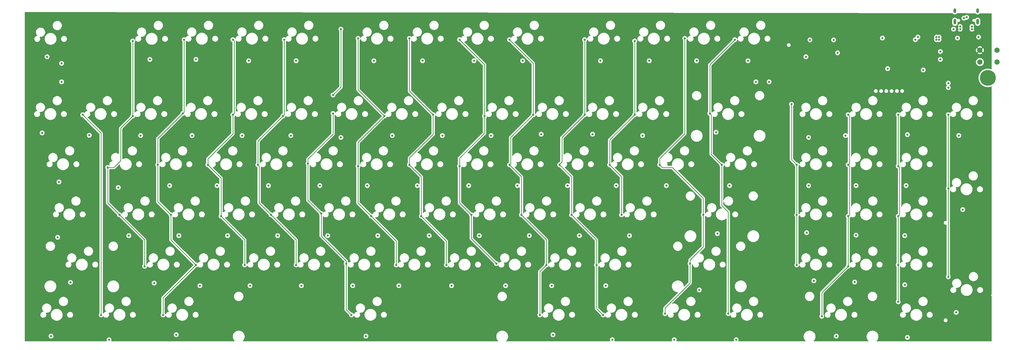
<source format=gbr>
G04 #@! TF.GenerationSoftware,KiCad,Pcbnew,8.0.6*
G04 #@! TF.CreationDate,2025-01-12T17:42:35+11:00*
G04 #@! TF.ProjectId,keyboard,6b657962-6f61-4726-942e-6b696361645f,rev?*
G04 #@! TF.SameCoordinates,Original*
G04 #@! TF.FileFunction,Copper,L3,Inr*
G04 #@! TF.FilePolarity,Positive*
%FSLAX46Y46*%
G04 Gerber Fmt 4.6, Leading zero omitted, Abs format (unit mm)*
G04 Created by KiCad (PCBNEW 8.0.6) date 2025-01-12 17:42:35*
%MOMM*%
%LPD*%
G01*
G04 APERTURE LIST*
G04 #@! TA.AperFunction,ComponentPad*
%ADD10C,2.000000*%
G04 #@! TD*
G04 #@! TA.AperFunction,ComponentPad*
%ADD11C,6.000000*%
G04 #@! TD*
G04 #@! TA.AperFunction,ComponentPad*
%ADD12O,1.000000X1.800000*%
G04 #@! TD*
G04 #@! TA.AperFunction,ComponentPad*
%ADD13O,1.000000X2.100000*%
G04 #@! TD*
G04 #@! TA.AperFunction,ViaPad*
%ADD14C,0.800000*%
G04 #@! TD*
G04 #@! TA.AperFunction,Conductor*
%ADD15C,0.250000*%
G04 #@! TD*
G04 APERTURE END LIST*
D10*
X391500000Y-36500000D03*
X385000000Y-36500000D03*
X391500000Y-41000000D03*
X385000000Y-41000000D03*
D11*
X388000000Y-47000000D03*
D12*
X375500000Y-21500000D03*
D13*
X375500000Y-25700000D03*
D12*
X384140000Y-21500000D03*
D13*
X384140000Y-25700000D03*
D14*
X51500000Y-137000000D03*
X44500000Y-61000000D03*
X63500000Y-33000000D03*
X63500000Y-61500000D03*
X58500000Y-99000000D03*
X68000000Y-118500000D03*
X54000000Y-81000000D03*
X83000000Y-32500000D03*
X87500000Y-118000000D03*
X73000000Y-80000000D03*
X75000000Y-137000000D03*
X82500000Y-60500000D03*
X78000000Y-99000000D03*
X97000000Y-99500000D03*
X101500000Y-61000000D03*
X101500000Y-32500000D03*
X92000000Y-80000000D03*
X106000000Y-118000000D03*
X111000000Y-80000000D03*
X125500000Y-118000000D03*
X116000000Y-99000000D03*
X120500000Y-61500000D03*
X121000000Y-32500000D03*
X135000000Y-98500000D03*
X139500000Y-53500000D03*
X139500000Y-60500000D03*
X146500000Y-137000000D03*
X144500000Y-117500000D03*
X130000000Y-79500000D03*
X142500000Y-28500000D03*
X149000000Y-80500000D03*
X159000000Y-61500000D03*
X154000000Y-99500000D03*
X149000000Y-32000000D03*
X163500000Y-118000000D03*
X177500000Y-61000000D03*
X182500000Y-118000000D03*
X173000000Y-99500000D03*
X168500000Y-32000000D03*
X168500000Y-80000000D03*
X201500000Y-117500000D03*
X197000000Y-61500000D03*
X192000000Y-99000000D03*
X187500000Y-32500000D03*
X187500000Y-80500000D03*
X218000000Y-137000000D03*
X211000000Y-99000000D03*
X206500000Y-80000000D03*
X215500000Y-61000000D03*
X206500000Y-32500000D03*
X220500000Y-118000000D03*
X242000000Y-137000000D03*
X235000000Y-61000000D03*
X235000000Y-32500000D03*
X230000000Y-99000000D03*
X225500000Y-80000000D03*
X239500000Y-118000000D03*
X254000000Y-33000000D03*
X249000000Y-99000000D03*
X254000000Y-61000000D03*
X244500000Y-80000000D03*
X263500000Y-80000000D03*
X280000000Y-99000000D03*
X265500000Y-136500000D03*
X275000000Y-117500000D03*
X273000000Y-32000014D03*
X292000000Y-32500000D03*
X287000000Y-80000000D03*
X282500000Y-60500000D03*
X289500000Y-136500000D03*
X315500000Y-118000000D03*
X315500000Y-99000000D03*
X315500000Y-80000000D03*
X313500000Y-57000000D03*
X335000000Y-99500000D03*
X335000000Y-61000000D03*
X335000000Y-80000000D03*
X325000000Y-137500000D03*
X335000000Y-118500000D03*
X354000000Y-99500000D03*
X354000000Y-80500000D03*
X354000000Y-118000000D03*
X354000000Y-132000000D03*
X354000000Y-61000000D03*
X373000000Y-61000000D03*
X373000000Y-89000000D03*
X373000000Y-122500000D03*
X329500000Y-32610000D03*
X331000000Y-37500000D03*
X300000000Y-48500000D03*
X305000000Y-48500000D03*
X36500000Y-41500000D03*
X36500000Y-48500000D03*
X373000000Y-50725000D03*
X350000000Y-43500000D03*
X99500000Y-106885000D03*
X233000000Y-106885000D03*
X223000000Y-144500000D03*
X125500000Y-40500000D03*
X184500000Y-125885000D03*
X58000000Y-88610000D03*
X171500000Y-87885000D03*
X292500000Y-146385000D03*
X338000000Y-87885000D03*
X266000000Y-87885000D03*
X376000000Y-136000000D03*
X209500000Y-87885000D03*
X107500000Y-40500000D03*
X357000000Y-87885000D03*
X277500000Y-40500000D03*
X290000000Y-87885000D03*
X193000000Y-40500000D03*
X285375000Y-106125000D03*
X127500000Y-125885000D03*
X238000000Y-68385000D03*
X191000000Y-87885000D03*
X356500000Y-125535000D03*
X176000000Y-106885000D03*
X199500000Y-68885000D03*
X357500000Y-145500000D03*
X32500000Y-145000000D03*
X62000000Y-106885000D03*
X369500000Y-32500000D03*
X320000000Y-69610000D03*
X156500000Y-106885000D03*
X118500000Y-106885000D03*
X71625000Y-124875000D03*
X348000000Y-31885000D03*
X105000000Y-68885000D03*
X35000000Y-107500000D03*
X382000000Y-28500000D03*
X247000000Y-87885000D03*
X35500000Y-86500000D03*
X81000000Y-106885000D03*
X241000000Y-40500000D03*
X284875000Y-67625000D03*
X95500000Y-87885000D03*
X228500000Y-87885000D03*
X47000000Y-68775000D03*
X162000000Y-68885000D03*
X245500000Y-146385000D03*
X115000000Y-87885000D03*
X77500000Y-87885000D03*
X70000000Y-40000000D03*
X297000000Y-40500000D03*
X377500000Y-27500000D03*
X337500000Y-124500000D03*
X155000000Y-40500000D03*
X152500000Y-87885000D03*
X86000000Y-68885000D03*
X269000000Y-146385000D03*
X278500000Y-127500000D03*
X205000000Y-125885000D03*
X243000000Y-125885000D03*
X173500000Y-40500000D03*
X80000000Y-144500000D03*
X356500000Y-106885000D03*
X123500000Y-68885000D03*
X320000000Y-87885000D03*
X259500000Y-40500000D03*
X368500000Y-32500000D03*
X137500000Y-106885000D03*
X87500000Y-40000000D03*
X320500000Y-32610000D03*
X376500000Y-31885000D03*
X257000000Y-68885000D03*
X338000000Y-106685000D03*
X382000000Y-27500000D03*
X322000000Y-124000000D03*
X29110000Y-67890000D03*
X357500000Y-68547500D03*
X181000000Y-68885000D03*
X54500000Y-146385000D03*
X330500000Y-145000000D03*
X142500000Y-69610000D03*
X252000000Y-106885000D03*
X164500000Y-125885000D03*
X152000000Y-145000000D03*
X375000000Y-28500000D03*
X211500000Y-40500000D03*
X368500000Y-31500000D03*
X319250000Y-105750000D03*
X39875000Y-124625000D03*
X218500000Y-68385000D03*
X66500000Y-68885000D03*
X334000000Y-68885000D03*
X31000000Y-39000000D03*
X319000000Y-39000000D03*
X377500000Y-28500000D03*
X377000000Y-68885000D03*
X108000000Y-125885000D03*
X378500000Y-97000000D03*
X134500000Y-87885000D03*
X384500000Y-31500000D03*
X89000000Y-125885000D03*
X195000000Y-106885000D03*
X369500000Y-31500000D03*
X147000000Y-125885000D03*
X214000000Y-106885000D03*
X222500000Y-125885000D03*
X145000000Y-110115000D03*
X112500000Y-71390000D03*
X131000000Y-72390000D03*
X285500000Y-129000000D03*
X292000000Y-108990000D03*
X249500000Y-144000000D03*
X368500000Y-28500000D03*
X327500000Y-128765000D03*
X169500000Y-72115000D03*
X82500000Y-144000000D03*
X65000000Y-91115000D03*
X74000000Y-72115000D03*
X258875000Y-110625000D03*
X376499997Y-27500000D03*
X135000000Y-129115000D03*
X355012500Y-35487500D03*
X159500000Y-91115000D03*
X342350000Y-72150000D03*
X160500000Y-44615000D03*
X250000000Y-129398900D03*
X369500000Y-27500000D03*
X364500000Y-90390000D03*
X225500000Y-144000000D03*
X383500000Y-100000000D03*
X131500000Y-44615000D03*
X107000000Y-110115000D03*
X178500000Y-91115000D03*
X141000000Y-91115000D03*
X264000000Y-72115000D03*
X188000000Y-71790000D03*
X84500000Y-91115000D03*
X154000000Y-144000000D03*
X230000000Y-129115000D03*
X283500000Y-44500000D03*
X47999983Y-128999983D03*
X365000000Y-128000000D03*
X208000000Y-71615000D03*
X183500000Y-110115000D03*
X221500000Y-110115000D03*
X383034153Y-27524246D03*
X54000000Y-72115000D03*
X42137300Y-110862700D03*
X345500000Y-90390000D03*
X364000000Y-109390000D03*
X296500000Y-90500000D03*
X246000000Y-44615000D03*
X78500000Y-129115000D03*
X292000000Y-72115000D03*
X35000000Y-144000000D03*
X94000000Y-44615000D03*
X217000000Y-44615000D03*
X227500000Y-72115000D03*
X150000000Y-72115000D03*
X364500000Y-72615000D03*
X297000000Y-144000000D03*
X369500000Y-28500000D03*
X326500000Y-91115000D03*
X212500000Y-129500000D03*
X368500000Y-27500000D03*
X164500000Y-110115000D03*
X88500000Y-110115000D03*
X345500000Y-110115000D03*
X326000000Y-110115000D03*
X58500000Y-144000000D03*
X326738336Y-34693652D03*
X41500000Y-91115000D03*
X240500000Y-110115000D03*
X103000000Y-91115000D03*
X254500000Y-91115000D03*
X302400000Y-45100000D03*
X235500000Y-91115000D03*
X97000000Y-129000000D03*
X154500000Y-129115000D03*
X245500000Y-72115000D03*
X381190000Y-36000000D03*
X327500000Y-71790000D03*
X383500000Y-140000000D03*
X383400000Y-73100000D03*
X192500000Y-129000000D03*
X172500000Y-129115000D03*
X333500000Y-144000000D03*
X273000000Y-144000000D03*
X116000000Y-129115000D03*
X202500000Y-110115000D03*
X376500000Y-28500000D03*
X198500000Y-44615000D03*
X375500000Y-35000000D03*
X35500000Y-44615000D03*
X197500000Y-91115000D03*
X74000000Y-44615000D03*
X216500000Y-91115000D03*
X122000000Y-91115000D03*
X265500000Y-44615000D03*
X365500000Y-146000000D03*
X179500000Y-44615000D03*
X126500000Y-110115000D03*
X383000000Y-28500000D03*
X93000000Y-72115000D03*
X113000000Y-44615000D03*
X35500000Y-72115000D03*
X273000000Y-90500000D03*
X341500000Y-129500000D03*
X69500000Y-110115000D03*
X380000000Y-24000000D03*
X360500000Y-32500000D03*
X378951992Y-24325000D03*
X361500000Y-31500000D03*
X370000000Y-37000000D03*
X370000000Y-40000000D03*
X373000000Y-49000000D03*
X363500000Y-44000002D03*
D15*
X51500000Y-68000000D02*
X44500000Y-61000000D01*
X51500000Y-137000000D02*
X51500000Y-68000000D01*
X63500000Y-33000000D02*
X63500000Y-61500000D01*
X58915000Y-66085000D02*
X58915000Y-78397767D01*
X58500000Y-99000000D02*
X68000000Y-108500000D01*
X58915000Y-78397767D02*
X56287767Y-81025000D01*
X63500000Y-61500000D02*
X58915000Y-66085000D01*
X54025000Y-81025000D02*
X54000000Y-81000000D01*
X54000000Y-81000000D02*
X54000000Y-94500000D01*
X56287767Y-81025000D02*
X54025000Y-81025000D01*
X54000000Y-94500000D02*
X58500000Y-99000000D01*
X68000000Y-108500000D02*
X68000000Y-118500000D01*
X82500000Y-60500000D02*
X73000000Y-70000000D01*
X75000000Y-130500000D02*
X75000000Y-137000000D01*
X78000000Y-108500000D02*
X87500000Y-118000000D01*
X87500000Y-118000000D02*
X75000000Y-130500000D01*
X73000000Y-94000000D02*
X78000000Y-99000000D01*
X83000000Y-60000000D02*
X82500000Y-60500000D01*
X73000000Y-70000000D02*
X73000000Y-80000000D01*
X83000000Y-32500000D02*
X83000000Y-60000000D01*
X78000000Y-99000000D02*
X78000000Y-108500000D01*
X73000000Y-80000000D02*
X73000000Y-94000000D01*
X102000000Y-33000000D02*
X101500000Y-32500000D01*
X106000000Y-118000000D02*
X106000000Y-108500000D01*
X92000000Y-80000000D02*
X92000000Y-77723350D01*
X97000000Y-99500000D02*
X97000000Y-85000000D01*
X106000000Y-108500000D02*
X97000000Y-99500000D01*
X101500000Y-68223350D02*
X101500000Y-61000000D01*
X102000000Y-60500000D02*
X102000000Y-33000000D01*
X97000000Y-85000000D02*
X92000000Y-80000000D01*
X92000000Y-77723350D02*
X101500000Y-68223350D01*
X101500000Y-61000000D02*
X102000000Y-60500000D01*
X116000000Y-99000000D02*
X125500000Y-108500000D01*
X121000000Y-61000000D02*
X120500000Y-61500000D01*
X111500000Y-94500000D02*
X116000000Y-99000000D01*
X125500000Y-108500000D02*
X125500000Y-118000000D01*
X111000000Y-80000000D02*
X111500000Y-80500000D01*
X111500000Y-80500000D02*
X111500000Y-94500000D01*
X121000000Y-32500000D02*
X121000000Y-61000000D01*
X111000000Y-71000000D02*
X111000000Y-80000000D01*
X120500000Y-61500000D02*
X111000000Y-71000000D01*
X135000000Y-107000000D02*
X135000000Y-98500000D01*
X144500000Y-116500000D02*
X135000000Y-107000000D01*
X135000000Y-98500000D02*
X130000000Y-93500000D01*
X142500000Y-28500000D02*
X142500000Y-50500000D01*
X130000000Y-93500000D02*
X130000000Y-79500000D01*
X130000000Y-77823350D02*
X139500000Y-68323350D01*
X130000000Y-79500000D02*
X130000000Y-77823350D01*
X146500000Y-137000000D02*
X144500000Y-135000000D01*
X142500000Y-50500000D02*
X139500000Y-53500000D01*
X139500000Y-68323350D02*
X139500000Y-60500000D01*
X144500000Y-135000000D02*
X144500000Y-117500000D01*
X144500000Y-117500000D02*
X144500000Y-116500000D01*
X149000000Y-71500000D02*
X149000000Y-80500000D01*
X149000000Y-32000000D02*
X149000000Y-51500000D01*
X163500000Y-109000000D02*
X163500000Y-118000000D01*
X149000000Y-94500000D02*
X154000000Y-99500000D01*
X154000000Y-99500000D02*
X163500000Y-109000000D01*
X149000000Y-80500000D02*
X149000000Y-94500000D01*
X149000000Y-51500000D02*
X159000000Y-61500000D01*
X159000000Y-61500000D02*
X149000000Y-71500000D01*
X177500000Y-68423350D02*
X177500000Y-61000000D01*
X182500000Y-109000000D02*
X173000000Y-99500000D01*
X168500000Y-80000000D02*
X168500000Y-77423350D01*
X168500000Y-52000000D02*
X168500000Y-32000000D01*
X173000000Y-99500000D02*
X173000000Y-84500000D01*
X177500000Y-61000000D02*
X168500000Y-52000000D01*
X173000000Y-84500000D02*
X168500000Y-80000000D01*
X168500000Y-77423350D02*
X177500000Y-68423350D01*
X182500000Y-118000000D02*
X182500000Y-109000000D01*
X187500000Y-80500000D02*
X187500000Y-94500000D01*
X187500000Y-32500000D02*
X197000000Y-42000000D01*
X187500000Y-94500000D02*
X192000000Y-99000000D01*
X196973350Y-68000000D02*
X187500000Y-77473350D01*
X197000000Y-68000000D02*
X196973350Y-68000000D01*
X197000000Y-42000000D02*
X197000000Y-61500000D01*
X192000000Y-99000000D02*
X192000000Y-108000000D01*
X192000000Y-108000000D02*
X201500000Y-117500000D01*
X187500000Y-77473350D02*
X187500000Y-80500000D01*
X197000000Y-61500000D02*
X197000000Y-68000000D01*
X206920000Y-79580000D02*
X206920000Y-69580000D01*
X218000000Y-137000000D02*
X218000000Y-120500000D01*
X211000000Y-84500000D02*
X206500000Y-80000000D01*
X220500000Y-108500000D02*
X211000000Y-99000000D01*
X206500000Y-80000000D02*
X206920000Y-79580000D01*
X206920000Y-69580000D02*
X215500000Y-61000000D01*
X211000000Y-99000000D02*
X211000000Y-84500000D01*
X220500000Y-118000000D02*
X220500000Y-108500000D01*
X215500000Y-41500000D02*
X206500000Y-32500000D01*
X215500000Y-61000000D02*
X215500000Y-41500000D01*
X218000000Y-120500000D02*
X220500000Y-118000000D01*
X239500000Y-118000000D02*
X239500000Y-134500000D01*
X235000000Y-32500000D02*
X235000000Y-61000000D01*
X230000000Y-99000000D02*
X239500000Y-108500000D01*
X225500000Y-79727233D02*
X225500000Y-80000000D01*
X226363616Y-69636384D02*
X226363616Y-78863617D01*
X226363616Y-78863617D02*
X225500000Y-79727233D01*
X239500000Y-134500000D02*
X242000000Y-137000000D01*
X230000000Y-84500000D02*
X230000000Y-99000000D01*
X225500000Y-80000000D02*
X230000000Y-84500000D01*
X235000000Y-61000000D02*
X226363616Y-69636384D01*
X239500000Y-108500000D02*
X239500000Y-118000000D01*
X244500000Y-80000000D02*
X249000000Y-84500000D01*
X244500000Y-80000000D02*
X244500000Y-70500000D01*
X254000000Y-61000000D02*
X254000000Y-33000000D01*
X249000000Y-84500000D02*
X249000000Y-99000000D01*
X244500000Y-70500000D02*
X254000000Y-61000000D01*
X263500000Y-80000000D02*
X263500000Y-77673350D01*
X280000000Y-99000000D02*
X280000000Y-92725131D01*
X280000000Y-111179600D02*
X280000000Y-99000000D01*
X273000000Y-33500000D02*
X273000000Y-32000000D01*
X265500000Y-134348381D02*
X275000000Y-124848381D01*
X275000000Y-117500000D02*
X275000000Y-116179600D01*
X275000000Y-124848381D02*
X275000000Y-117500000D01*
X263500000Y-77673350D02*
X273000000Y-68173350D01*
X273000000Y-68173350D02*
X273000000Y-33500000D01*
X275000000Y-116179600D02*
X280000000Y-111179600D01*
X273000000Y-33500000D02*
X273000000Y-32500000D01*
X280000000Y-92725131D02*
X268299869Y-81025000D01*
X264525000Y-81025000D02*
X263500000Y-80000000D01*
X273000000Y-32500000D02*
X273000000Y-32000014D01*
X265500000Y-136500000D02*
X265500000Y-134348381D01*
X268299869Y-81025000D02*
X264525000Y-81025000D01*
X287000000Y-80000000D02*
X287000000Y-95406119D01*
X282500000Y-42000000D02*
X282500000Y-60500000D01*
X282500000Y-60500000D02*
X283000000Y-61000000D01*
X283000000Y-76000000D02*
X287000000Y-80000000D01*
X283000000Y-61000000D02*
X283000000Y-76000000D01*
X287000000Y-95406119D02*
X289500000Y-97906119D01*
X289500000Y-97906119D02*
X289500000Y-136500000D01*
X292000000Y-32500000D02*
X282500000Y-42000000D01*
X313500000Y-57000000D02*
X313500000Y-78000000D01*
X313500000Y-78000000D02*
X315500000Y-80000000D01*
X315500000Y-80000000D02*
X315500000Y-99000000D01*
X315500000Y-99000000D02*
X315500000Y-118000000D01*
X335500000Y-80500000D02*
X335000000Y-80000000D01*
X335500000Y-61500000D02*
X335000000Y-61000000D01*
X325000000Y-137500000D02*
X325000000Y-128500000D01*
X335500000Y-99000000D02*
X335500000Y-80500000D01*
X335000000Y-99500000D02*
X335500000Y-99000000D01*
X335000000Y-80000000D02*
X335500000Y-79500000D01*
X325000000Y-128500000D02*
X335000000Y-118500000D01*
X335000000Y-118500000D02*
X335000000Y-99500000D01*
X335500000Y-79500000D02*
X335500000Y-61500000D01*
X354500000Y-99000000D02*
X354000000Y-99500000D01*
X354500000Y-81000000D02*
X354500000Y-99000000D01*
X354000000Y-80500000D02*
X354500000Y-81000000D01*
X354000000Y-99500000D02*
X354000000Y-118000000D01*
X354000000Y-61000000D02*
X354000000Y-80500000D01*
X354000000Y-118000000D02*
X354000000Y-132000000D01*
X373000000Y-122500000D02*
X373000000Y-89000000D01*
X373000000Y-89000000D02*
X373000000Y-61000000D01*
G04 #@! TA.AperFunction,Conductor*
G36*
X374608332Y-22479711D02*
G01*
X374675340Y-22499486D01*
X374711261Y-22534820D01*
X374716648Y-22542883D01*
X374857115Y-22683350D01*
X374857119Y-22683353D01*
X375022289Y-22793717D01*
X375022295Y-22793720D01*
X375022296Y-22793721D01*
X375205831Y-22869744D01*
X375400666Y-22908499D01*
X375400670Y-22908500D01*
X375400671Y-22908500D01*
X375599330Y-22908500D01*
X375599331Y-22908499D01*
X375794169Y-22869744D01*
X375977704Y-22793721D01*
X376142881Y-22683353D01*
X376283353Y-22542881D01*
X376287114Y-22537251D01*
X376340724Y-22492445D01*
X376390384Y-22482139D01*
X383256203Y-22491493D01*
X383323212Y-22511268D01*
X383351575Y-22539163D01*
X383352783Y-22538173D01*
X383356649Y-22542884D01*
X383497115Y-22683350D01*
X383497119Y-22683353D01*
X383662289Y-22793717D01*
X383662295Y-22793720D01*
X383662296Y-22793721D01*
X383845831Y-22869744D01*
X384040666Y-22908499D01*
X384040670Y-22908500D01*
X384040671Y-22908500D01*
X384239330Y-22908500D01*
X384239331Y-22908499D01*
X384434169Y-22869744D01*
X384617704Y-22793721D01*
X384782881Y-22683353D01*
X384923353Y-22542881D01*
X384923357Y-22542874D01*
X384926347Y-22539233D01*
X384984093Y-22499899D01*
X385022363Y-22493899D01*
X389376169Y-22499831D01*
X389443182Y-22519607D01*
X389488864Y-22572473D01*
X389500000Y-22623831D01*
X389500000Y-43637262D01*
X389480315Y-43704301D01*
X389427511Y-43750056D01*
X389358353Y-43760000D01*
X389331563Y-43753026D01*
X389085684Y-43658642D01*
X389085676Y-43658640D01*
X389085674Y-43658639D01*
X388730459Y-43563459D01*
X388730455Y-43563458D01*
X388730454Y-43563458D01*
X388367242Y-43505931D01*
X388000001Y-43486685D01*
X387999999Y-43486685D01*
X387632757Y-43505931D01*
X387269546Y-43563458D01*
X387269544Y-43563458D01*
X386914318Y-43658641D01*
X386571002Y-43790428D01*
X386243338Y-43957382D01*
X385934926Y-44157666D01*
X385649137Y-44389094D01*
X385649129Y-44389101D01*
X385389101Y-44649129D01*
X385389094Y-44649137D01*
X385157666Y-44934926D01*
X384957382Y-45243338D01*
X384790428Y-45571002D01*
X384658641Y-45914318D01*
X384563458Y-46269544D01*
X384563458Y-46269546D01*
X384505931Y-46632757D01*
X384486685Y-46999999D01*
X384486685Y-47000000D01*
X384505931Y-47367242D01*
X384560042Y-47708883D01*
X384563459Y-47730459D01*
X384625783Y-47963056D01*
X384658641Y-48085681D01*
X384790428Y-48428997D01*
X384957382Y-48756662D01*
X385157666Y-49065073D01*
X385249814Y-49178866D01*
X385389098Y-49350867D01*
X385649133Y-49610902D01*
X385808313Y-49739804D01*
X385934926Y-49842333D01*
X386120457Y-49962818D01*
X386243342Y-50042620D01*
X386571006Y-50209573D01*
X386914326Y-50341361D01*
X387269541Y-50436541D01*
X387632759Y-50494069D01*
X387979688Y-50512250D01*
X387999999Y-50513315D01*
X388000000Y-50513315D01*
X388000001Y-50513315D01*
X388019247Y-50512306D01*
X388367241Y-50494069D01*
X388730459Y-50436541D01*
X389085674Y-50341361D01*
X389331563Y-50246972D01*
X389401203Y-50241325D01*
X389462842Y-50274225D01*
X389496910Y-50335226D01*
X389500000Y-50362737D01*
X389500000Y-128941079D01*
X389480315Y-129008118D01*
X389468817Y-129023304D01*
X389465789Y-129026721D01*
X389368045Y-129168326D01*
X389307034Y-129329198D01*
X389286296Y-129499999D01*
X389286296Y-129500000D01*
X389307034Y-129670801D01*
X389368046Y-129831675D01*
X389368047Y-129831676D01*
X389465783Y-129973271D01*
X389468812Y-129976690D01*
X389498536Y-130039922D01*
X389500000Y-130058921D01*
X389500000Y-146876000D01*
X389480315Y-146943039D01*
X389427511Y-146988794D01*
X389376000Y-147000000D01*
X345903924Y-147000000D01*
X345836885Y-146980315D01*
X345791130Y-146927511D01*
X345781186Y-146858353D01*
X345810211Y-146794797D01*
X345816243Y-146788319D01*
X345941545Y-146663016D01*
X345941550Y-146663011D01*
X346120655Y-146429597D01*
X346267761Y-146174803D01*
X346306436Y-146081434D01*
X346380347Y-145902994D01*
X346380346Y-145902994D01*
X346380350Y-145902987D01*
X346456498Y-145618800D01*
X346472138Y-145500000D01*
X356586496Y-145500000D01*
X356606458Y-145689928D01*
X356606459Y-145689931D01*
X356665470Y-145871549D01*
X356665473Y-145871556D01*
X356760960Y-146036944D01*
X356801019Y-146081434D01*
X356885088Y-146174803D01*
X356888747Y-146178866D01*
X357043248Y-146291118D01*
X357217712Y-146368794D01*
X357404513Y-146408500D01*
X357595487Y-146408500D01*
X357782288Y-146368794D01*
X357956752Y-146291118D01*
X358111253Y-146178866D01*
X358239040Y-146036944D01*
X358334527Y-145871556D01*
X358393542Y-145689928D01*
X358413504Y-145500000D01*
X358393542Y-145310072D01*
X358334527Y-145128444D01*
X358239040Y-144963056D01*
X358111253Y-144821134D01*
X357956752Y-144708882D01*
X357782288Y-144631206D01*
X357782286Y-144631205D01*
X357595487Y-144591500D01*
X357404513Y-144591500D01*
X357217714Y-144631205D01*
X357043246Y-144708883D01*
X356888745Y-144821135D01*
X356760959Y-144963057D01*
X356665473Y-145128443D01*
X356665470Y-145128450D01*
X356606459Y-145310068D01*
X356606458Y-145310072D01*
X356586496Y-145500000D01*
X346472138Y-145500000D01*
X346494900Y-145327106D01*
X346494900Y-145032894D01*
X346456498Y-144741200D01*
X346380350Y-144457013D01*
X346319484Y-144310068D01*
X346267765Y-144185205D01*
X346267757Y-144185189D01*
X346120659Y-143930410D01*
X346120655Y-143930403D01*
X345941550Y-143696989D01*
X345941545Y-143696983D01*
X345733516Y-143488954D01*
X345733509Y-143488948D01*
X345500105Y-143309851D01*
X345500103Y-143309849D01*
X345500097Y-143309845D01*
X345500092Y-143309842D01*
X345500089Y-143309840D01*
X345245310Y-143162742D01*
X345245294Y-143162734D01*
X344973494Y-143050152D01*
X344689296Y-142974001D01*
X344397616Y-142935601D01*
X344397611Y-142935600D01*
X344397606Y-142935600D01*
X344103394Y-142935600D01*
X344103388Y-142935600D01*
X344103383Y-142935601D01*
X343811703Y-142974001D01*
X343527505Y-143050152D01*
X343255705Y-143162734D01*
X343255689Y-143162742D01*
X343000910Y-143309840D01*
X343000894Y-143309851D01*
X342767490Y-143488948D01*
X342767483Y-143488954D01*
X342559454Y-143696983D01*
X342559448Y-143696990D01*
X342380351Y-143930394D01*
X342380340Y-143930410D01*
X342233242Y-144185189D01*
X342233234Y-144185205D01*
X342120652Y-144457005D01*
X342044501Y-144741203D01*
X342006101Y-145032883D01*
X342006100Y-145032900D01*
X342006100Y-145327099D01*
X342006101Y-145327116D01*
X342041221Y-145593883D01*
X342044502Y-145618800D01*
X342105931Y-145848057D01*
X342120652Y-145902994D01*
X342233234Y-146174794D01*
X342233242Y-146174810D01*
X342380340Y-146429589D01*
X342380351Y-146429605D01*
X342559448Y-146663009D01*
X342559454Y-146663016D01*
X342684757Y-146788319D01*
X342718242Y-146849642D01*
X342713258Y-146919334D01*
X342671386Y-146975267D01*
X342605922Y-146999684D01*
X342597076Y-147000000D01*
X322027924Y-147000000D01*
X321960885Y-146980315D01*
X321915130Y-146927511D01*
X321905186Y-146858353D01*
X321934211Y-146794797D01*
X321940243Y-146788319D01*
X322065545Y-146663016D01*
X322065550Y-146663011D01*
X322244655Y-146429597D01*
X322391761Y-146174803D01*
X322430436Y-146081434D01*
X322504347Y-145902994D01*
X322504346Y-145902994D01*
X322504350Y-145902987D01*
X322580498Y-145618800D01*
X322618900Y-145327106D01*
X322618900Y-145032894D01*
X322614569Y-145000000D01*
X329586496Y-145000000D01*
X329606458Y-145189928D01*
X329606459Y-145189931D01*
X329665470Y-145371549D01*
X329665473Y-145371556D01*
X329760960Y-145536944D01*
X329888747Y-145678866D01*
X330043248Y-145791118D01*
X330217712Y-145868794D01*
X330404513Y-145908500D01*
X330595487Y-145908500D01*
X330782288Y-145868794D01*
X330956752Y-145791118D01*
X331111253Y-145678866D01*
X331239040Y-145536944D01*
X331334527Y-145371556D01*
X331393542Y-145189928D01*
X331413504Y-145000000D01*
X331393542Y-144810072D01*
X331334527Y-144628444D01*
X331239040Y-144463056D01*
X331111253Y-144321134D01*
X330956752Y-144208882D01*
X330782288Y-144131206D01*
X330782286Y-144131205D01*
X330595487Y-144091500D01*
X330404513Y-144091500D01*
X330217714Y-144131205D01*
X330043246Y-144208883D01*
X329888745Y-144321135D01*
X329760959Y-144463057D01*
X329665473Y-144628443D01*
X329665470Y-144628450D01*
X329606459Y-144810068D01*
X329606458Y-144810072D01*
X329586496Y-145000000D01*
X322614569Y-145000000D01*
X322580498Y-144741200D01*
X322504350Y-144457013D01*
X322443484Y-144310068D01*
X322391765Y-144185205D01*
X322391757Y-144185189D01*
X322244659Y-143930410D01*
X322244655Y-143930403D01*
X322065550Y-143696989D01*
X322065545Y-143696983D01*
X321857516Y-143488954D01*
X321857509Y-143488948D01*
X321624105Y-143309851D01*
X321624103Y-143309849D01*
X321624097Y-143309845D01*
X321624092Y-143309842D01*
X321624089Y-143309840D01*
X321369310Y-143162742D01*
X321369294Y-143162734D01*
X321097494Y-143050152D01*
X320813296Y-142974001D01*
X320521616Y-142935601D01*
X320521611Y-142935600D01*
X320521606Y-142935600D01*
X320227394Y-142935600D01*
X320227388Y-142935600D01*
X320227383Y-142935601D01*
X319935703Y-142974001D01*
X319651505Y-143050152D01*
X319379705Y-143162734D01*
X319379689Y-143162742D01*
X319124910Y-143309840D01*
X319124894Y-143309851D01*
X318891490Y-143488948D01*
X318891483Y-143488954D01*
X318683454Y-143696983D01*
X318683448Y-143696990D01*
X318504351Y-143930394D01*
X318504340Y-143930410D01*
X318357242Y-144185189D01*
X318357234Y-144185205D01*
X318244652Y-144457005D01*
X318168501Y-144741203D01*
X318130101Y-145032883D01*
X318130100Y-145032900D01*
X318130100Y-145327099D01*
X318130101Y-145327116D01*
X318165221Y-145593883D01*
X318168502Y-145618800D01*
X318229931Y-145848057D01*
X318244652Y-145902994D01*
X318357234Y-146174794D01*
X318357242Y-146174810D01*
X318504340Y-146429589D01*
X318504351Y-146429605D01*
X318683448Y-146663009D01*
X318683454Y-146663016D01*
X318808757Y-146788319D01*
X318842242Y-146849642D01*
X318837258Y-146919334D01*
X318795386Y-146975267D01*
X318729922Y-146999684D01*
X318721076Y-147000000D01*
X293408749Y-147000000D01*
X293341710Y-146980315D01*
X293295955Y-146927511D01*
X293286011Y-146858353D01*
X293301361Y-146814001D01*
X293334527Y-146756556D01*
X293393542Y-146574928D01*
X293413504Y-146385000D01*
X293393542Y-146195072D01*
X293334527Y-146013444D01*
X293239040Y-145848056D01*
X293111253Y-145706134D01*
X292956752Y-145593882D01*
X292782288Y-145516206D01*
X292782286Y-145516205D01*
X292595487Y-145476500D01*
X292404513Y-145476500D01*
X292217714Y-145516205D01*
X292043246Y-145593883D01*
X291888745Y-145706135D01*
X291760959Y-145848057D01*
X291665473Y-146013443D01*
X291665470Y-146013450D01*
X291606459Y-146195068D01*
X291606458Y-146195072D01*
X291586496Y-146385000D01*
X291606458Y-146574928D01*
X291606459Y-146574931D01*
X291665470Y-146756549D01*
X291665472Y-146756553D01*
X291665473Y-146756556D01*
X291698639Y-146814001D01*
X291715111Y-146881901D01*
X291692258Y-146947928D01*
X291637336Y-146991118D01*
X291591251Y-147000000D01*
X269908749Y-147000000D01*
X269841710Y-146980315D01*
X269795955Y-146927511D01*
X269786011Y-146858353D01*
X269801361Y-146814001D01*
X269834527Y-146756556D01*
X269893542Y-146574928D01*
X269913504Y-146385000D01*
X269893542Y-146195072D01*
X269834527Y-146013444D01*
X269739040Y-145848056D01*
X269611253Y-145706134D01*
X269456752Y-145593882D01*
X269282288Y-145516206D01*
X269282286Y-145516205D01*
X269095487Y-145476500D01*
X268904513Y-145476500D01*
X268717714Y-145516205D01*
X268543246Y-145593883D01*
X268388745Y-145706135D01*
X268260959Y-145848057D01*
X268165473Y-146013443D01*
X268165470Y-146013450D01*
X268106459Y-146195068D01*
X268106458Y-146195072D01*
X268086496Y-146385000D01*
X268106458Y-146574928D01*
X268106459Y-146574931D01*
X268165470Y-146756549D01*
X268165472Y-146756553D01*
X268165473Y-146756556D01*
X268198639Y-146814001D01*
X268215111Y-146881901D01*
X268192258Y-146947928D01*
X268137336Y-146991118D01*
X268091251Y-147000000D01*
X246408749Y-147000000D01*
X246341710Y-146980315D01*
X246295955Y-146927511D01*
X246286011Y-146858353D01*
X246301361Y-146814001D01*
X246334527Y-146756556D01*
X246393542Y-146574928D01*
X246413504Y-146385000D01*
X246393542Y-146195072D01*
X246334527Y-146013444D01*
X246239040Y-145848056D01*
X246111253Y-145706134D01*
X245956752Y-145593882D01*
X245782288Y-145516206D01*
X245782286Y-145516205D01*
X245595487Y-145476500D01*
X245404513Y-145476500D01*
X245217714Y-145516205D01*
X245043246Y-145593883D01*
X244888745Y-145706135D01*
X244760959Y-145848057D01*
X244665473Y-146013443D01*
X244665470Y-146013450D01*
X244606459Y-146195068D01*
X244606458Y-146195072D01*
X244586496Y-146385000D01*
X244606458Y-146574928D01*
X244606459Y-146574931D01*
X244665470Y-146756549D01*
X244665472Y-146756553D01*
X244665473Y-146756556D01*
X244698639Y-146814001D01*
X244715111Y-146881901D01*
X244692258Y-146947928D01*
X244637336Y-146991118D01*
X244591251Y-147000000D01*
X205372074Y-147000000D01*
X205305035Y-146980315D01*
X205259280Y-146927511D01*
X205249336Y-146858353D01*
X205278361Y-146794797D01*
X205284393Y-146788319D01*
X205409695Y-146663016D01*
X205409700Y-146663011D01*
X205588805Y-146429597D01*
X205735911Y-146174803D01*
X205774586Y-146081434D01*
X205848497Y-145902994D01*
X205848496Y-145902994D01*
X205848500Y-145902987D01*
X205924648Y-145618800D01*
X205963050Y-145327106D01*
X205963050Y-145032894D01*
X205924648Y-144741200D01*
X205860018Y-144500000D01*
X222086496Y-144500000D01*
X222106458Y-144689928D01*
X222106459Y-144689931D01*
X222165470Y-144871549D01*
X222165473Y-144871556D01*
X222260960Y-145036944D01*
X222388747Y-145178866D01*
X222543248Y-145291118D01*
X222717712Y-145368794D01*
X222904513Y-145408500D01*
X223095487Y-145408500D01*
X223282288Y-145368794D01*
X223456752Y-145291118D01*
X223611253Y-145178866D01*
X223739040Y-145036944D01*
X223834527Y-144871556D01*
X223893542Y-144689928D01*
X223913504Y-144500000D01*
X223893542Y-144310072D01*
X223834527Y-144128444D01*
X223739040Y-143963056D01*
X223611253Y-143821134D01*
X223456752Y-143708882D01*
X223282288Y-143631206D01*
X223282286Y-143631205D01*
X223095487Y-143591500D01*
X222904513Y-143591500D01*
X222717714Y-143631205D01*
X222543246Y-143708883D01*
X222388745Y-143821135D01*
X222260959Y-143963057D01*
X222165473Y-144128443D01*
X222165470Y-144128450D01*
X222106459Y-144310068D01*
X222106458Y-144310072D01*
X222086496Y-144500000D01*
X205860018Y-144500000D01*
X205848500Y-144457013D01*
X205787634Y-144310068D01*
X205735915Y-144185205D01*
X205735907Y-144185189D01*
X205588809Y-143930410D01*
X205588805Y-143930403D01*
X205409700Y-143696989D01*
X205409695Y-143696983D01*
X205201666Y-143488954D01*
X205201659Y-143488948D01*
X204968255Y-143309851D01*
X204968253Y-143309849D01*
X204968247Y-143309845D01*
X204968242Y-143309842D01*
X204968239Y-143309840D01*
X204713460Y-143162742D01*
X204713444Y-143162734D01*
X204441644Y-143050152D01*
X204157446Y-142974001D01*
X203865766Y-142935601D01*
X203865761Y-142935600D01*
X203865756Y-142935600D01*
X203571544Y-142935600D01*
X203571538Y-142935600D01*
X203571533Y-142935601D01*
X203279853Y-142974001D01*
X202995655Y-143050152D01*
X202723855Y-143162734D01*
X202723839Y-143162742D01*
X202469060Y-143309840D01*
X202469044Y-143309851D01*
X202235640Y-143488948D01*
X202235633Y-143488954D01*
X202027604Y-143696983D01*
X202027598Y-143696990D01*
X201848501Y-143930394D01*
X201848490Y-143930410D01*
X201701392Y-144185189D01*
X201701384Y-144185205D01*
X201588802Y-144457005D01*
X201512651Y-144741203D01*
X201474251Y-145032883D01*
X201474250Y-145032900D01*
X201474250Y-145327099D01*
X201474251Y-145327116D01*
X201509371Y-145593883D01*
X201512652Y-145618800D01*
X201574081Y-145848057D01*
X201588802Y-145902994D01*
X201701384Y-146174794D01*
X201701392Y-146174810D01*
X201848490Y-146429589D01*
X201848501Y-146429605D01*
X202027598Y-146663009D01*
X202027604Y-146663016D01*
X202152907Y-146788319D01*
X202186392Y-146849642D01*
X202181408Y-146919334D01*
X202139536Y-146975267D01*
X202074072Y-146999684D01*
X202065226Y-147000000D01*
X105372274Y-147000000D01*
X105305235Y-146980315D01*
X105259480Y-146927511D01*
X105249536Y-146858353D01*
X105278561Y-146794797D01*
X105284593Y-146788319D01*
X105409895Y-146663016D01*
X105409900Y-146663011D01*
X105589005Y-146429597D01*
X105736111Y-146174803D01*
X105774786Y-146081434D01*
X105848697Y-145902994D01*
X105848696Y-145902994D01*
X105848700Y-145902987D01*
X105924848Y-145618800D01*
X105963250Y-145327106D01*
X105963250Y-145032894D01*
X105958919Y-145000000D01*
X151086496Y-145000000D01*
X151106458Y-145189928D01*
X151106459Y-145189931D01*
X151165470Y-145371549D01*
X151165473Y-145371556D01*
X151260960Y-145536944D01*
X151388747Y-145678866D01*
X151543248Y-145791118D01*
X151717712Y-145868794D01*
X151904513Y-145908500D01*
X152095487Y-145908500D01*
X152282288Y-145868794D01*
X152456752Y-145791118D01*
X152611253Y-145678866D01*
X152739040Y-145536944D01*
X152834527Y-145371556D01*
X152893542Y-145189928D01*
X152913504Y-145000000D01*
X152893542Y-144810072D01*
X152834527Y-144628444D01*
X152739040Y-144463056D01*
X152611253Y-144321134D01*
X152456752Y-144208882D01*
X152282288Y-144131206D01*
X152282286Y-144131205D01*
X152095487Y-144091500D01*
X151904513Y-144091500D01*
X151717714Y-144131205D01*
X151543246Y-144208883D01*
X151388745Y-144321135D01*
X151260959Y-144463057D01*
X151165473Y-144628443D01*
X151165470Y-144628450D01*
X151106459Y-144810068D01*
X151106458Y-144810072D01*
X151086496Y-145000000D01*
X105958919Y-145000000D01*
X105924848Y-144741200D01*
X105848700Y-144457013D01*
X105787834Y-144310068D01*
X105736115Y-144185205D01*
X105736107Y-144185189D01*
X105589009Y-143930410D01*
X105589005Y-143930403D01*
X105409900Y-143696989D01*
X105409895Y-143696983D01*
X105201866Y-143488954D01*
X105201859Y-143488948D01*
X104968455Y-143309851D01*
X104968453Y-143309849D01*
X104968447Y-143309845D01*
X104968442Y-143309842D01*
X104968439Y-143309840D01*
X104713660Y-143162742D01*
X104713644Y-143162734D01*
X104441844Y-143050152D01*
X104157646Y-142974001D01*
X103865966Y-142935601D01*
X103865961Y-142935600D01*
X103865956Y-142935600D01*
X103571744Y-142935600D01*
X103571738Y-142935600D01*
X103571733Y-142935601D01*
X103280053Y-142974001D01*
X102995855Y-143050152D01*
X102724055Y-143162734D01*
X102724039Y-143162742D01*
X102469260Y-143309840D01*
X102469244Y-143309851D01*
X102235840Y-143488948D01*
X102235833Y-143488954D01*
X102027804Y-143696983D01*
X102027798Y-143696990D01*
X101848701Y-143930394D01*
X101848690Y-143930410D01*
X101701592Y-144185189D01*
X101701584Y-144185205D01*
X101589002Y-144457005D01*
X101512851Y-144741203D01*
X101474451Y-145032883D01*
X101474450Y-145032900D01*
X101474450Y-145327099D01*
X101474451Y-145327116D01*
X101509571Y-145593883D01*
X101512852Y-145618800D01*
X101574281Y-145848057D01*
X101589002Y-145902994D01*
X101701584Y-146174794D01*
X101701592Y-146174810D01*
X101848690Y-146429589D01*
X101848701Y-146429605D01*
X102027798Y-146663009D01*
X102027804Y-146663016D01*
X102153107Y-146788319D01*
X102186592Y-146849642D01*
X102181608Y-146919334D01*
X102139736Y-146975267D01*
X102074272Y-146999684D01*
X102065426Y-147000000D01*
X55408749Y-147000000D01*
X55341710Y-146980315D01*
X55295955Y-146927511D01*
X55286011Y-146858353D01*
X55301361Y-146814001D01*
X55334527Y-146756556D01*
X55393542Y-146574928D01*
X55413504Y-146385000D01*
X55393542Y-146195072D01*
X55334527Y-146013444D01*
X55239040Y-145848056D01*
X55111253Y-145706134D01*
X54956752Y-145593882D01*
X54782288Y-145516206D01*
X54782286Y-145516205D01*
X54595487Y-145476500D01*
X54404513Y-145476500D01*
X54217714Y-145516205D01*
X54043246Y-145593883D01*
X53888745Y-145706135D01*
X53760959Y-145848057D01*
X53665473Y-146013443D01*
X53665470Y-146013450D01*
X53606459Y-146195068D01*
X53606458Y-146195072D01*
X53586496Y-146385000D01*
X53606458Y-146574928D01*
X53606459Y-146574931D01*
X53665470Y-146756549D01*
X53665472Y-146756553D01*
X53665473Y-146756556D01*
X53698639Y-146814001D01*
X53715111Y-146881901D01*
X53692258Y-146947928D01*
X53637336Y-146991118D01*
X53591251Y-147000000D01*
X22624000Y-147000000D01*
X22556961Y-146980315D01*
X22511206Y-146927511D01*
X22500000Y-146876000D01*
X22500000Y-145000000D01*
X31586496Y-145000000D01*
X31606458Y-145189928D01*
X31606459Y-145189931D01*
X31665470Y-145371549D01*
X31665473Y-145371556D01*
X31760960Y-145536944D01*
X31888747Y-145678866D01*
X32043248Y-145791118D01*
X32217712Y-145868794D01*
X32404513Y-145908500D01*
X32595487Y-145908500D01*
X32782288Y-145868794D01*
X32956752Y-145791118D01*
X33111253Y-145678866D01*
X33239040Y-145536944D01*
X33334527Y-145371556D01*
X33393542Y-145189928D01*
X33413504Y-145000000D01*
X33393542Y-144810072D01*
X33334527Y-144628444D01*
X33260370Y-144500000D01*
X79086496Y-144500000D01*
X79106458Y-144689928D01*
X79106459Y-144689931D01*
X79165470Y-144871549D01*
X79165473Y-144871556D01*
X79260960Y-145036944D01*
X79388747Y-145178866D01*
X79543248Y-145291118D01*
X79717712Y-145368794D01*
X79904513Y-145408500D01*
X80095487Y-145408500D01*
X80282288Y-145368794D01*
X80456752Y-145291118D01*
X80611253Y-145178866D01*
X80739040Y-145036944D01*
X80834527Y-144871556D01*
X80893542Y-144689928D01*
X80913504Y-144500000D01*
X80893542Y-144310072D01*
X80834527Y-144128444D01*
X80739040Y-143963056D01*
X80611253Y-143821134D01*
X80456752Y-143708882D01*
X80282288Y-143631206D01*
X80282286Y-143631205D01*
X80095487Y-143591500D01*
X79904513Y-143591500D01*
X79717714Y-143631205D01*
X79543246Y-143708883D01*
X79388745Y-143821135D01*
X79260959Y-143963057D01*
X79165473Y-144128443D01*
X79165470Y-144128450D01*
X79106459Y-144310068D01*
X79106458Y-144310072D01*
X79086496Y-144500000D01*
X33260370Y-144500000D01*
X33239040Y-144463056D01*
X33111253Y-144321134D01*
X32956752Y-144208882D01*
X32782288Y-144131206D01*
X32782286Y-144131205D01*
X32595487Y-144091500D01*
X32404513Y-144091500D01*
X32217714Y-144131205D01*
X32043246Y-144208883D01*
X31888745Y-144321135D01*
X31760959Y-144463057D01*
X31665473Y-144628443D01*
X31665470Y-144628450D01*
X31606459Y-144810068D01*
X31606458Y-144810072D01*
X31586496Y-145000000D01*
X22500000Y-145000000D01*
X22500000Y-136836421D01*
X28450750Y-136836421D01*
X28450750Y-137013579D01*
X28456582Y-137050400D01*
X28478464Y-137188556D01*
X28533206Y-137357039D01*
X28533207Y-137357042D01*
X28559427Y-137408500D01*
X28613636Y-137514890D01*
X28717767Y-137658214D01*
X28843036Y-137783483D01*
X28986360Y-137887614D01*
X29049534Y-137919803D01*
X29144207Y-137968042D01*
X29144210Y-137968043D01*
X29228451Y-137995414D01*
X29312695Y-138022786D01*
X29487671Y-138050500D01*
X29487672Y-138050500D01*
X29664828Y-138050500D01*
X29664829Y-138050500D01*
X29839805Y-138022786D01*
X30008292Y-137968042D01*
X30166140Y-137887614D01*
X30309464Y-137783483D01*
X30434733Y-137658214D01*
X30538864Y-137514890D01*
X30619292Y-137357042D01*
X30674036Y-137188555D01*
X30701750Y-137013579D01*
X30701750Y-136836421D01*
X30692481Y-136777900D01*
X32411850Y-136777900D01*
X32411850Y-137072099D01*
X32411851Y-137072116D01*
X32449361Y-137357039D01*
X32450252Y-137363800D01*
X32496645Y-137536942D01*
X32526402Y-137647994D01*
X32638984Y-137919794D01*
X32638992Y-137919810D01*
X32786090Y-138174589D01*
X32786101Y-138174605D01*
X32965198Y-138408009D01*
X32965204Y-138408016D01*
X33173233Y-138616045D01*
X33173239Y-138616050D01*
X33406653Y-138795155D01*
X33406660Y-138795159D01*
X33661439Y-138942257D01*
X33661455Y-138942265D01*
X33933255Y-139054847D01*
X33933257Y-139054847D01*
X33933263Y-139054850D01*
X34217450Y-139130998D01*
X34509144Y-139169400D01*
X34509151Y-139169400D01*
X34803349Y-139169400D01*
X34803356Y-139169400D01*
X35095050Y-139130998D01*
X35379237Y-139054850D01*
X35511660Y-138999999D01*
X35651044Y-138942265D01*
X35651047Y-138942263D01*
X35651053Y-138942261D01*
X35905847Y-138795155D01*
X36139261Y-138616050D01*
X36347300Y-138408011D01*
X36526405Y-138174597D01*
X36673511Y-137919803D01*
X36686845Y-137887613D01*
X36786097Y-137647994D01*
X36786096Y-137647994D01*
X36786100Y-137647987D01*
X36862248Y-137363800D01*
X36900650Y-137072106D01*
X36900650Y-136836421D01*
X38610750Y-136836421D01*
X38610750Y-137013579D01*
X38616582Y-137050400D01*
X38638464Y-137188556D01*
X38693206Y-137357039D01*
X38693207Y-137357042D01*
X38719427Y-137408500D01*
X38773636Y-137514890D01*
X38877767Y-137658214D01*
X39003036Y-137783483D01*
X39146360Y-137887614D01*
X39209534Y-137919803D01*
X39304207Y-137968042D01*
X39304210Y-137968043D01*
X39388451Y-137995414D01*
X39472695Y-138022786D01*
X39647671Y-138050500D01*
X39647672Y-138050500D01*
X39824828Y-138050500D01*
X39824829Y-138050500D01*
X39999805Y-138022786D01*
X40168292Y-137968042D01*
X40326140Y-137887614D01*
X40469464Y-137783483D01*
X40594733Y-137658214D01*
X40698864Y-137514890D01*
X40779292Y-137357042D01*
X40834036Y-137188555D01*
X40861750Y-137013579D01*
X40861750Y-136836421D01*
X40834036Y-136661445D01*
X40803213Y-136566581D01*
X40779293Y-136492960D01*
X40779292Y-136492957D01*
X40717434Y-136371556D01*
X40698864Y-136335110D01*
X40594733Y-136191786D01*
X40469464Y-136066517D01*
X40326140Y-135962386D01*
X40262982Y-135930205D01*
X40168292Y-135881957D01*
X40168289Y-135881956D01*
X39999806Y-135827214D01*
X39912317Y-135813357D01*
X39824829Y-135799500D01*
X39647671Y-135799500D01*
X39589345Y-135808738D01*
X39472693Y-135827214D01*
X39304210Y-135881956D01*
X39304207Y-135881957D01*
X39146359Y-135962386D01*
X39064588Y-136021796D01*
X39003036Y-136066517D01*
X39003034Y-136066519D01*
X39003033Y-136066519D01*
X38877769Y-136191783D01*
X38877769Y-136191784D01*
X38877767Y-136191786D01*
X38838524Y-136245800D01*
X38773636Y-136335109D01*
X38693207Y-136492957D01*
X38693206Y-136492960D01*
X38638464Y-136661443D01*
X38614924Y-136810068D01*
X38610750Y-136836421D01*
X36900650Y-136836421D01*
X36900650Y-136777894D01*
X36862248Y-136486200D01*
X36786100Y-136202013D01*
X36781096Y-136189931D01*
X36673515Y-135930205D01*
X36673507Y-135930189D01*
X36526409Y-135675410D01*
X36526405Y-135675403D01*
X36347300Y-135441989D01*
X36347295Y-135441983D01*
X36139266Y-135233954D01*
X36139259Y-135233948D01*
X35905855Y-135054851D01*
X35905853Y-135054849D01*
X35905847Y-135054845D01*
X35905842Y-135054842D01*
X35905839Y-135054840D01*
X35651060Y-134907742D01*
X35651044Y-134907734D01*
X35379244Y-134795152D01*
X35125794Y-134727240D01*
X35095050Y-134719002D01*
X35095049Y-134719001D01*
X35095046Y-134719001D01*
X34803366Y-134680601D01*
X34803361Y-134680600D01*
X34803356Y-134680600D01*
X34509144Y-134680600D01*
X34509138Y-134680600D01*
X34509133Y-134680601D01*
X34217453Y-134719001D01*
X33933255Y-134795152D01*
X33661455Y-134907734D01*
X33661439Y-134907742D01*
X33406660Y-135054840D01*
X33406644Y-135054851D01*
X33173240Y-135233948D01*
X33173233Y-135233954D01*
X32965204Y-135441983D01*
X32965198Y-135441990D01*
X32786101Y-135675394D01*
X32786090Y-135675410D01*
X32638992Y-135930189D01*
X32638984Y-135930205D01*
X32526402Y-136202005D01*
X32450251Y-136486203D01*
X32411851Y-136777883D01*
X32411850Y-136777900D01*
X30692481Y-136777900D01*
X30674036Y-136661445D01*
X30643213Y-136566581D01*
X30619293Y-136492960D01*
X30619292Y-136492957D01*
X30557434Y-136371556D01*
X30538864Y-136335110D01*
X30527767Y-136319837D01*
X30504288Y-136254032D01*
X30520113Y-136185978D01*
X30570218Y-136137283D01*
X30638696Y-136123407D01*
X30644227Y-136124008D01*
X30731516Y-136135500D01*
X30731523Y-136135500D01*
X30960977Y-136135500D01*
X30960984Y-136135500D01*
X31188488Y-136105548D01*
X31410137Y-136046158D01*
X31622138Y-135958344D01*
X31820862Y-135843611D01*
X32002911Y-135703919D01*
X32002915Y-135703914D01*
X32002920Y-135703911D01*
X32165161Y-135541670D01*
X32165164Y-135541665D01*
X32165169Y-135541661D01*
X32304861Y-135359612D01*
X32419594Y-135160888D01*
X32507408Y-134948887D01*
X32566798Y-134727238D01*
X32596750Y-134499734D01*
X32596750Y-134270266D01*
X32566798Y-134042762D01*
X32507408Y-133821113D01*
X32449055Y-133680236D01*
X32419599Y-133609123D01*
X32419596Y-133609117D01*
X32419594Y-133609112D01*
X32304861Y-133410388D01*
X32304858Y-133410385D01*
X32304857Y-133410382D01*
X32165168Y-133228338D01*
X32165161Y-133228330D01*
X32002920Y-133066089D01*
X32002911Y-133066081D01*
X31820867Y-132926392D01*
X31622140Y-132811657D01*
X31622126Y-132811650D01*
X31410137Y-132723842D01*
X31410130Y-132723840D01*
X31188488Y-132664452D01*
X31150465Y-132659446D01*
X30960991Y-132634500D01*
X30960984Y-132634500D01*
X30731516Y-132634500D01*
X30731508Y-132634500D01*
X30514965Y-132663009D01*
X30504012Y-132664452D01*
X30450225Y-132678864D01*
X30282362Y-132723842D01*
X30070373Y-132811650D01*
X30070359Y-132811657D01*
X29871632Y-132926392D01*
X29689588Y-133066081D01*
X29527331Y-133228338D01*
X29387642Y-133410382D01*
X29272907Y-133609109D01*
X29272900Y-133609123D01*
X29185092Y-133821112D01*
X29125703Y-134042759D01*
X29125701Y-134042770D01*
X29095750Y-134270258D01*
X29095750Y-134499741D01*
X29108306Y-134595108D01*
X29125702Y-134727238D01*
X29145220Y-134800081D01*
X29185092Y-134948887D01*
X29272900Y-135160876D01*
X29272907Y-135160890D01*
X29387642Y-135359617D01*
X29527331Y-135541661D01*
X29527339Y-135541670D01*
X29573488Y-135587819D01*
X29606973Y-135649142D01*
X29601989Y-135718834D01*
X29560117Y-135774767D01*
X29494653Y-135799184D01*
X29489217Y-135799378D01*
X29487673Y-135799499D01*
X29312693Y-135827214D01*
X29144210Y-135881956D01*
X29144207Y-135881957D01*
X28986359Y-135962386D01*
X28904588Y-136021796D01*
X28843036Y-136066517D01*
X28843034Y-136066519D01*
X28843033Y-136066519D01*
X28717769Y-136191783D01*
X28717769Y-136191784D01*
X28717767Y-136191786D01*
X28678524Y-136245800D01*
X28613636Y-136335109D01*
X28533207Y-136492957D01*
X28533206Y-136492960D01*
X28478464Y-136661443D01*
X28454924Y-136810068D01*
X28450750Y-136836421D01*
X22500000Y-136836421D01*
X22500000Y-131730258D01*
X35445750Y-131730258D01*
X35445750Y-131959741D01*
X35470696Y-132149215D01*
X35475702Y-132187238D01*
X35525089Y-132371556D01*
X35535092Y-132408887D01*
X35622900Y-132620876D01*
X35622907Y-132620890D01*
X35737642Y-132819617D01*
X35877331Y-133001661D01*
X35877339Y-133001670D01*
X36039580Y-133163911D01*
X36039588Y-133163918D01*
X36221632Y-133303607D01*
X36221635Y-133303608D01*
X36221638Y-133303611D01*
X36420362Y-133418344D01*
X36420367Y-133418346D01*
X36420373Y-133418349D01*
X36511730Y-133456190D01*
X36632363Y-133506158D01*
X36854012Y-133565548D01*
X37081516Y-133595500D01*
X37081523Y-133595500D01*
X37310977Y-133595500D01*
X37310984Y-133595500D01*
X37538488Y-133565548D01*
X37760137Y-133506158D01*
X37972138Y-133418344D01*
X38170862Y-133303611D01*
X38352911Y-133163919D01*
X38352915Y-133163914D01*
X38352920Y-133163911D01*
X38515161Y-133001670D01*
X38515164Y-133001665D01*
X38515169Y-133001661D01*
X38654861Y-132819612D01*
X38769594Y-132620888D01*
X38857408Y-132408887D01*
X38916798Y-132187238D01*
X38946750Y-131959734D01*
X38946750Y-131730266D01*
X38916798Y-131502762D01*
X38857408Y-131281113D01*
X38769594Y-131069112D01*
X38654861Y-130870388D01*
X38654858Y-130870385D01*
X38654857Y-130870382D01*
X38515168Y-130688338D01*
X38515161Y-130688330D01*
X38352920Y-130526089D01*
X38352911Y-130526081D01*
X38170867Y-130386392D01*
X37972140Y-130271657D01*
X37972126Y-130271650D01*
X37760137Y-130183842D01*
X37698494Y-130167325D01*
X37538488Y-130124452D01*
X37500465Y-130119446D01*
X37310991Y-130094500D01*
X37310984Y-130094500D01*
X37081516Y-130094500D01*
X37081508Y-130094500D01*
X36864965Y-130123009D01*
X36854012Y-130124452D01*
X36760326Y-130149554D01*
X36632362Y-130183842D01*
X36420373Y-130271650D01*
X36420359Y-130271657D01*
X36221632Y-130386392D01*
X36039588Y-130526081D01*
X35877331Y-130688338D01*
X35737642Y-130870382D01*
X35622907Y-131069109D01*
X35622900Y-131069123D01*
X35535092Y-131281112D01*
X35475703Y-131502759D01*
X35475701Y-131502770D01*
X35445750Y-131730258D01*
X22500000Y-131730258D01*
X22500000Y-125982900D01*
X29998850Y-125982900D01*
X29998850Y-126277099D01*
X29998851Y-126277116D01*
X30032584Y-126533349D01*
X30037252Y-126568800D01*
X30097460Y-126793500D01*
X30113402Y-126852994D01*
X30225984Y-127124794D01*
X30225992Y-127124810D01*
X30373090Y-127379589D01*
X30373101Y-127379605D01*
X30552198Y-127613009D01*
X30552204Y-127613016D01*
X30760233Y-127821045D01*
X30760240Y-127821051D01*
X30904883Y-127932039D01*
X30993653Y-128000155D01*
X30993660Y-128000159D01*
X31248439Y-128147257D01*
X31248455Y-128147265D01*
X31520255Y-128259847D01*
X31520257Y-128259847D01*
X31520263Y-128259850D01*
X31804450Y-128335998D01*
X32096144Y-128374400D01*
X32096151Y-128374400D01*
X32390349Y-128374400D01*
X32390356Y-128374400D01*
X32682050Y-128335998D01*
X32966237Y-128259850D01*
X33110927Y-128199918D01*
X33238044Y-128147265D01*
X33238047Y-128147263D01*
X33238053Y-128147261D01*
X33492847Y-128000155D01*
X33726261Y-127821050D01*
X33934300Y-127613011D01*
X34113405Y-127379597D01*
X34260511Y-127124803D01*
X34373100Y-126852987D01*
X34449248Y-126568800D01*
X34487650Y-126277106D01*
X34487650Y-125982894D01*
X34449248Y-125691200D01*
X34373100Y-125407013D01*
X34357831Y-125370150D01*
X34260515Y-125135205D01*
X34260507Y-125135189D01*
X34113409Y-124880410D01*
X34113405Y-124880403D01*
X34040957Y-124785987D01*
X33934301Y-124646990D01*
X33934295Y-124646983D01*
X33912312Y-124625000D01*
X38961496Y-124625000D01*
X38981458Y-124814928D01*
X38981459Y-124814931D01*
X39040470Y-124996549D01*
X39040473Y-124996556D01*
X39135960Y-125161944D01*
X39217242Y-125252217D01*
X39254864Y-125294001D01*
X39263747Y-125303866D01*
X39418248Y-125416118D01*
X39592712Y-125493794D01*
X39779513Y-125533500D01*
X39970487Y-125533500D01*
X40157288Y-125493794D01*
X40331752Y-125416118D01*
X40486253Y-125303866D01*
X40614040Y-125161944D01*
X40709527Y-124996556D01*
X40768542Y-124814928D01*
X40788504Y-124625000D01*
X40768542Y-124435072D01*
X40709527Y-124253444D01*
X40614040Y-124088056D01*
X40486253Y-123946134D01*
X40331752Y-123833882D01*
X40157288Y-123756206D01*
X40157286Y-123756205D01*
X39970487Y-123716500D01*
X39779513Y-123716500D01*
X39592714Y-123756205D01*
X39592712Y-123756206D01*
X39446879Y-123821135D01*
X39418246Y-123833883D01*
X39263745Y-123946135D01*
X39135959Y-124088057D01*
X39040473Y-124253443D01*
X39040470Y-124253450D01*
X38981459Y-124435068D01*
X38981458Y-124435072D01*
X38961496Y-124625000D01*
X33912312Y-124625000D01*
X33726266Y-124438954D01*
X33726259Y-124438948D01*
X33492855Y-124259851D01*
X33492853Y-124259849D01*
X33492847Y-124259845D01*
X33492842Y-124259842D01*
X33492839Y-124259840D01*
X33238060Y-124112742D01*
X33238044Y-124112734D01*
X32966244Y-124000152D01*
X32940836Y-123993344D01*
X32682050Y-123924002D01*
X32682049Y-123924001D01*
X32682046Y-123924001D01*
X32390366Y-123885601D01*
X32390361Y-123885600D01*
X32390356Y-123885600D01*
X32096144Y-123885600D01*
X32096138Y-123885600D01*
X32096133Y-123885601D01*
X31804453Y-123924001D01*
X31520255Y-124000152D01*
X31248455Y-124112734D01*
X31248439Y-124112742D01*
X30993660Y-124259840D01*
X30993644Y-124259851D01*
X30760240Y-124438948D01*
X30760233Y-124438954D01*
X30552204Y-124646983D01*
X30552198Y-124646990D01*
X30373101Y-124880394D01*
X30373090Y-124880410D01*
X30225992Y-125135189D01*
X30225984Y-125135205D01*
X30113402Y-125407005D01*
X30037251Y-125691203D01*
X29998851Y-125982883D01*
X29998850Y-125982900D01*
X22500000Y-125982900D01*
X22500000Y-117786421D01*
X37975750Y-117786421D01*
X37975750Y-117963578D01*
X38003464Y-118138556D01*
X38058206Y-118307039D01*
X38058207Y-118307042D01*
X38115533Y-118419549D01*
X38138636Y-118464890D01*
X38242767Y-118608214D01*
X38368036Y-118733483D01*
X38511360Y-118837614D01*
X38574534Y-118869803D01*
X38669207Y-118918042D01*
X38669210Y-118918043D01*
X38751620Y-118944819D01*
X38837695Y-118972786D01*
X39012671Y-119000500D01*
X39012672Y-119000500D01*
X39189828Y-119000500D01*
X39189829Y-119000500D01*
X39364805Y-118972786D01*
X39533292Y-118918042D01*
X39691140Y-118837614D01*
X39834464Y-118733483D01*
X39959733Y-118608214D01*
X40063864Y-118464890D01*
X40144292Y-118307042D01*
X40199036Y-118138555D01*
X40226750Y-117963579D01*
X40226750Y-117786421D01*
X40217481Y-117727900D01*
X41936850Y-117727900D01*
X41936850Y-118022099D01*
X41936851Y-118022116D01*
X41974760Y-118310068D01*
X41975252Y-118313800D01*
X42046141Y-118578362D01*
X42051402Y-118597994D01*
X42163984Y-118869794D01*
X42163992Y-118869810D01*
X42311090Y-119124589D01*
X42311101Y-119124605D01*
X42490198Y-119358009D01*
X42490204Y-119358016D01*
X42698233Y-119566045D01*
X42698239Y-119566050D01*
X42931653Y-119745155D01*
X42931660Y-119745159D01*
X43186439Y-119892257D01*
X43186455Y-119892265D01*
X43458255Y-120004847D01*
X43458257Y-120004847D01*
X43458263Y-120004850D01*
X43742450Y-120080998D01*
X44034144Y-120119400D01*
X44034151Y-120119400D01*
X44328349Y-120119400D01*
X44328356Y-120119400D01*
X44620050Y-120080998D01*
X44904237Y-120004850D01*
X44977568Y-119974475D01*
X45176044Y-119892265D01*
X45176047Y-119892263D01*
X45176053Y-119892261D01*
X45430847Y-119745155D01*
X45664261Y-119566050D01*
X45872300Y-119358011D01*
X46051405Y-119124597D01*
X46198511Y-118869803D01*
X46211845Y-118837613D01*
X46306864Y-118608214D01*
X46311100Y-118597987D01*
X46387248Y-118313800D01*
X46425650Y-118022106D01*
X46425650Y-117786421D01*
X48135750Y-117786421D01*
X48135750Y-117963578D01*
X48163464Y-118138556D01*
X48218206Y-118307039D01*
X48218207Y-118307042D01*
X48275533Y-118419549D01*
X48298636Y-118464890D01*
X48402767Y-118608214D01*
X48528036Y-118733483D01*
X48671360Y-118837614D01*
X48734534Y-118869803D01*
X48829207Y-118918042D01*
X48829210Y-118918043D01*
X48911620Y-118944819D01*
X48997695Y-118972786D01*
X49172671Y-119000500D01*
X49172672Y-119000500D01*
X49349828Y-119000500D01*
X49349829Y-119000500D01*
X49524805Y-118972786D01*
X49693292Y-118918042D01*
X49851140Y-118837614D01*
X49994464Y-118733483D01*
X50119733Y-118608214D01*
X50223864Y-118464890D01*
X50304292Y-118307042D01*
X50359036Y-118138555D01*
X50386750Y-117963579D01*
X50386750Y-117786421D01*
X50359036Y-117611445D01*
X50322826Y-117500000D01*
X50304293Y-117442960D01*
X50304292Y-117442957D01*
X50236583Y-117310072D01*
X50223864Y-117285110D01*
X50119733Y-117141786D01*
X49994464Y-117016517D01*
X49851140Y-116912386D01*
X49843203Y-116908342D01*
X49693292Y-116831957D01*
X49693289Y-116831956D01*
X49524806Y-116777214D01*
X49431300Y-116762404D01*
X49349829Y-116749500D01*
X49172671Y-116749500D01*
X49114345Y-116758738D01*
X48997693Y-116777214D01*
X48829210Y-116831956D01*
X48829207Y-116831957D01*
X48671359Y-116912386D01*
X48601627Y-116963050D01*
X48528036Y-117016517D01*
X48528034Y-117016519D01*
X48528033Y-117016519D01*
X48402769Y-117141783D01*
X48402769Y-117141784D01*
X48402767Y-117141786D01*
X48358046Y-117203338D01*
X48298636Y-117285109D01*
X48218207Y-117442957D01*
X48218206Y-117442960D01*
X48163464Y-117611443D01*
X48135750Y-117786421D01*
X46425650Y-117786421D01*
X46425650Y-117727894D01*
X46387248Y-117436200D01*
X46311100Y-117152013D01*
X46311097Y-117152005D01*
X46198515Y-116880205D01*
X46198507Y-116880189D01*
X46051409Y-116625410D01*
X46051405Y-116625403D01*
X45907303Y-116437606D01*
X45872301Y-116391990D01*
X45872295Y-116391983D01*
X45664266Y-116183954D01*
X45664259Y-116183948D01*
X45430855Y-116004851D01*
X45430853Y-116004849D01*
X45430847Y-116004845D01*
X45430842Y-116004842D01*
X45430839Y-116004840D01*
X45176060Y-115857742D01*
X45176044Y-115857734D01*
X44904244Y-115745152D01*
X44650794Y-115677240D01*
X44620050Y-115669002D01*
X44620049Y-115669001D01*
X44620046Y-115669001D01*
X44328366Y-115630601D01*
X44328361Y-115630600D01*
X44328356Y-115630600D01*
X44034144Y-115630600D01*
X44034138Y-115630600D01*
X44034133Y-115630601D01*
X43742453Y-115669001D01*
X43458255Y-115745152D01*
X43186455Y-115857734D01*
X43186439Y-115857742D01*
X42931660Y-116004840D01*
X42931644Y-116004851D01*
X42698240Y-116183948D01*
X42698233Y-116183954D01*
X42490204Y-116391983D01*
X42490198Y-116391990D01*
X42311101Y-116625394D01*
X42311090Y-116625410D01*
X42163992Y-116880189D01*
X42163984Y-116880205D01*
X42051402Y-117152005D01*
X41975251Y-117436203D01*
X41936851Y-117727883D01*
X41936850Y-117727900D01*
X40217481Y-117727900D01*
X40199036Y-117611445D01*
X40162826Y-117500000D01*
X40144293Y-117442960D01*
X40144292Y-117442957D01*
X40076583Y-117310072D01*
X40063864Y-117285110D01*
X40052767Y-117269837D01*
X40029288Y-117204032D01*
X40045113Y-117135978D01*
X40095218Y-117087283D01*
X40163696Y-117073407D01*
X40169227Y-117074008D01*
X40256516Y-117085500D01*
X40256523Y-117085500D01*
X40485977Y-117085500D01*
X40485984Y-117085500D01*
X40713488Y-117055548D01*
X40935137Y-116996158D01*
X41147138Y-116908344D01*
X41345862Y-116793611D01*
X41527911Y-116653919D01*
X41527915Y-116653914D01*
X41527920Y-116653911D01*
X41690161Y-116491670D01*
X41690164Y-116491665D01*
X41690169Y-116491661D01*
X41829861Y-116309612D01*
X41944594Y-116110888D01*
X42032408Y-115898887D01*
X42091798Y-115677238D01*
X42121750Y-115449734D01*
X42121750Y-115220266D01*
X42091798Y-114992762D01*
X42032408Y-114771113D01*
X41944594Y-114559112D01*
X41829861Y-114360388D01*
X41829858Y-114360385D01*
X41829857Y-114360382D01*
X41690168Y-114178338D01*
X41690161Y-114178330D01*
X41527920Y-114016089D01*
X41527911Y-114016081D01*
X41345867Y-113876392D01*
X41147140Y-113761657D01*
X41147126Y-113761650D01*
X40935137Y-113673842D01*
X40713488Y-113614452D01*
X40675465Y-113609446D01*
X40485991Y-113584500D01*
X40485984Y-113584500D01*
X40256516Y-113584500D01*
X40256508Y-113584500D01*
X40039965Y-113613009D01*
X40029012Y-113614452D01*
X39935326Y-113639554D01*
X39807362Y-113673842D01*
X39595373Y-113761650D01*
X39595359Y-113761657D01*
X39396632Y-113876392D01*
X39214588Y-114016081D01*
X39052331Y-114178338D01*
X38912642Y-114360382D01*
X38797907Y-114559109D01*
X38797900Y-114559123D01*
X38710092Y-114771112D01*
X38650703Y-114992759D01*
X38650701Y-114992770D01*
X38620750Y-115220258D01*
X38620750Y-115449741D01*
X38631960Y-115534882D01*
X38650702Y-115677238D01*
X38677103Y-115775768D01*
X38710092Y-115898887D01*
X38797900Y-116110876D01*
X38797907Y-116110890D01*
X38912642Y-116309617D01*
X39052331Y-116491661D01*
X39052339Y-116491670D01*
X39098488Y-116537819D01*
X39131973Y-116599142D01*
X39126989Y-116668834D01*
X39085117Y-116724767D01*
X39019653Y-116749184D01*
X39014217Y-116749378D01*
X39012673Y-116749499D01*
X38837693Y-116777214D01*
X38669210Y-116831956D01*
X38669207Y-116831957D01*
X38511359Y-116912386D01*
X38441627Y-116963050D01*
X38368036Y-117016517D01*
X38368034Y-117016519D01*
X38368033Y-117016519D01*
X38242769Y-117141783D01*
X38242769Y-117141784D01*
X38242767Y-117141786D01*
X38198046Y-117203338D01*
X38138636Y-117285109D01*
X38058207Y-117442957D01*
X38058206Y-117442960D01*
X38003464Y-117611443D01*
X37975750Y-117786421D01*
X22500000Y-117786421D01*
X22500000Y-112680258D01*
X44970750Y-112680258D01*
X44970750Y-112909741D01*
X44995696Y-113099215D01*
X45000702Y-113137238D01*
X45000703Y-113137240D01*
X45060092Y-113358887D01*
X45147900Y-113570876D01*
X45147907Y-113570890D01*
X45262642Y-113769617D01*
X45402331Y-113951661D01*
X45402339Y-113951670D01*
X45564580Y-114113911D01*
X45564588Y-114113918D01*
X45746632Y-114253607D01*
X45746635Y-114253608D01*
X45746638Y-114253611D01*
X45945362Y-114368344D01*
X45945367Y-114368346D01*
X45945373Y-114368349D01*
X46036730Y-114406190D01*
X46157363Y-114456158D01*
X46379012Y-114515548D01*
X46606516Y-114545500D01*
X46606523Y-114545500D01*
X46835977Y-114545500D01*
X46835984Y-114545500D01*
X47063488Y-114515548D01*
X47285137Y-114456158D01*
X47497138Y-114368344D01*
X47695862Y-114253611D01*
X47877911Y-114113919D01*
X47877915Y-114113914D01*
X47877920Y-114113911D01*
X48040161Y-113951670D01*
X48040164Y-113951665D01*
X48040169Y-113951661D01*
X48179861Y-113769612D01*
X48294594Y-113570888D01*
X48382408Y-113358887D01*
X48441798Y-113137238D01*
X48471750Y-112909734D01*
X48471750Y-112680266D01*
X48441798Y-112452762D01*
X48382408Y-112231113D01*
X48294594Y-112019112D01*
X48179861Y-111820388D01*
X48179858Y-111820385D01*
X48179857Y-111820382D01*
X48040168Y-111638338D01*
X48040161Y-111638330D01*
X47877920Y-111476089D01*
X47877911Y-111476081D01*
X47695867Y-111336392D01*
X47497140Y-111221657D01*
X47497126Y-111221650D01*
X47285137Y-111133842D01*
X47063488Y-111074452D01*
X47025465Y-111069446D01*
X46835991Y-111044500D01*
X46835984Y-111044500D01*
X46606516Y-111044500D01*
X46606508Y-111044500D01*
X46389965Y-111073009D01*
X46379012Y-111074452D01*
X46285326Y-111099554D01*
X46157362Y-111133842D01*
X45945373Y-111221650D01*
X45945359Y-111221657D01*
X45746632Y-111336392D01*
X45564588Y-111476081D01*
X45402331Y-111638338D01*
X45262642Y-111820382D01*
X45147907Y-112019109D01*
X45147900Y-112019123D01*
X45060092Y-112231112D01*
X45000703Y-112452759D01*
X45000701Y-112452770D01*
X44970750Y-112680258D01*
X22500000Y-112680258D01*
X22500000Y-110773685D01*
X30468750Y-110773685D01*
X30468750Y-111006314D01*
X30485541Y-111133842D01*
X30499113Y-111236930D01*
X30500471Y-111241998D01*
X30559318Y-111461620D01*
X30648333Y-111676521D01*
X30648338Y-111676532D01*
X30764637Y-111877966D01*
X30764648Y-111877982D01*
X30906246Y-112062517D01*
X30906252Y-112062524D01*
X31070725Y-112226997D01*
X31070732Y-112227003D01*
X31202137Y-112327833D01*
X31255276Y-112368608D01*
X31255283Y-112368612D01*
X31456717Y-112484911D01*
X31456722Y-112484913D01*
X31456725Y-112484915D01*
X31564178Y-112529423D01*
X31671629Y-112573931D01*
X31671630Y-112573931D01*
X31671632Y-112573932D01*
X31896320Y-112634137D01*
X32126943Y-112664500D01*
X32126950Y-112664500D01*
X32359550Y-112664500D01*
X32359557Y-112664500D01*
X32590180Y-112634137D01*
X32814868Y-112573932D01*
X33029775Y-112484915D01*
X33231224Y-112368608D01*
X33415769Y-112227002D01*
X33580252Y-112062519D01*
X33721858Y-111877974D01*
X33838165Y-111676525D01*
X33927182Y-111461618D01*
X33987387Y-111236930D01*
X34017750Y-111006307D01*
X34017750Y-110773693D01*
X33987387Y-110543070D01*
X33927182Y-110318382D01*
X33838165Y-110103475D01*
X33838163Y-110103472D01*
X33838161Y-110103467D01*
X33721862Y-109902033D01*
X33721858Y-109902026D01*
X33580252Y-109717481D01*
X33580247Y-109717475D01*
X33415774Y-109553002D01*
X33415767Y-109552996D01*
X33231232Y-109411398D01*
X33231230Y-109411396D01*
X33231224Y-109411392D01*
X33231219Y-109411389D01*
X33231216Y-109411387D01*
X33029782Y-109295088D01*
X33029771Y-109295083D01*
X32814870Y-109206068D01*
X32702524Y-109175965D01*
X32590180Y-109145863D01*
X32538930Y-109139115D01*
X32359564Y-109115500D01*
X32359557Y-109115500D01*
X32126943Y-109115500D01*
X32126935Y-109115500D01*
X31921944Y-109142489D01*
X31896320Y-109145863D01*
X31840148Y-109160914D01*
X31671629Y-109206068D01*
X31456728Y-109295083D01*
X31456717Y-109295088D01*
X31255283Y-109411387D01*
X31255267Y-109411398D01*
X31070732Y-109552996D01*
X31070725Y-109553002D01*
X30906252Y-109717475D01*
X30906246Y-109717482D01*
X30764648Y-109902017D01*
X30764637Y-109902033D01*
X30648338Y-110103467D01*
X30648333Y-110103478D01*
X30559318Y-110318379D01*
X30499113Y-110543071D01*
X30468750Y-110773685D01*
X22500000Y-110773685D01*
X22500000Y-107500000D01*
X34086496Y-107500000D01*
X34106458Y-107689928D01*
X34106459Y-107689931D01*
X34165470Y-107871549D01*
X34165473Y-107871556D01*
X34260960Y-108036944D01*
X34388747Y-108178866D01*
X34543248Y-108291118D01*
X34717712Y-108368794D01*
X34904513Y-108408500D01*
X35095487Y-108408500D01*
X35282288Y-108368794D01*
X35456752Y-108291118D01*
X35611253Y-108178866D01*
X35739040Y-108036944D01*
X35834527Y-107871556D01*
X35893542Y-107689928D01*
X35913504Y-107500000D01*
X35893542Y-107310072D01*
X35834527Y-107128444D01*
X35739040Y-106963056D01*
X35611253Y-106821134D01*
X35456752Y-106708882D01*
X35282288Y-106631206D01*
X35282286Y-106631205D01*
X35095487Y-106591500D01*
X34904513Y-106591500D01*
X34717714Y-106631205D01*
X34717712Y-106631206D01*
X34594117Y-106686234D01*
X34543246Y-106708883D01*
X34388745Y-106821135D01*
X34260959Y-106963057D01*
X34165473Y-107128443D01*
X34165470Y-107128450D01*
X34109707Y-107300072D01*
X34106458Y-107310072D01*
X34086496Y-107500000D01*
X22500000Y-107500000D01*
X22500000Y-98736421D01*
X33213250Y-98736421D01*
X33213250Y-98913578D01*
X33240964Y-99088556D01*
X33295706Y-99257039D01*
X33295707Y-99257042D01*
X33354056Y-99371556D01*
X33376136Y-99414890D01*
X33480267Y-99558214D01*
X33605536Y-99683483D01*
X33748860Y-99787614D01*
X33812034Y-99819803D01*
X33906707Y-99868042D01*
X33906710Y-99868043D01*
X33990951Y-99895414D01*
X34075195Y-99922786D01*
X34250171Y-99950500D01*
X34250172Y-99950500D01*
X34427328Y-99950500D01*
X34427329Y-99950500D01*
X34602305Y-99922786D01*
X34770792Y-99868042D01*
X34928640Y-99787614D01*
X35071964Y-99683483D01*
X35197233Y-99558214D01*
X35301364Y-99414890D01*
X35381792Y-99257042D01*
X35436536Y-99088555D01*
X35464250Y-98913579D01*
X35464250Y-98736421D01*
X35454981Y-98677900D01*
X37174350Y-98677900D01*
X37174350Y-98972099D01*
X37174351Y-98972116D01*
X37211861Y-99257039D01*
X37212752Y-99263800D01*
X37285940Y-99536942D01*
X37288902Y-99547994D01*
X37401484Y-99819794D01*
X37401492Y-99819810D01*
X37548590Y-100074589D01*
X37548601Y-100074605D01*
X37727698Y-100308009D01*
X37727704Y-100308016D01*
X37935733Y-100516045D01*
X37935739Y-100516050D01*
X38169153Y-100695155D01*
X38169160Y-100695159D01*
X38423939Y-100842257D01*
X38423955Y-100842265D01*
X38695755Y-100954847D01*
X38695757Y-100954847D01*
X38695763Y-100954850D01*
X38979950Y-101030998D01*
X39271644Y-101069400D01*
X39271651Y-101069400D01*
X39565849Y-101069400D01*
X39565856Y-101069400D01*
X39857550Y-101030998D01*
X40141737Y-100954850D01*
X40215068Y-100924475D01*
X40413544Y-100842265D01*
X40413547Y-100842263D01*
X40413553Y-100842261D01*
X40668347Y-100695155D01*
X40901761Y-100516050D01*
X41109800Y-100308011D01*
X41288905Y-100074597D01*
X41436011Y-99819803D01*
X41447894Y-99791116D01*
X41544364Y-99558214D01*
X41548600Y-99547987D01*
X41624748Y-99263800D01*
X41663150Y-98972106D01*
X41663150Y-98736421D01*
X43373250Y-98736421D01*
X43373250Y-98913578D01*
X43400964Y-99088556D01*
X43455706Y-99257039D01*
X43455707Y-99257042D01*
X43514056Y-99371556D01*
X43536136Y-99414890D01*
X43640267Y-99558214D01*
X43765536Y-99683483D01*
X43908860Y-99787614D01*
X43972034Y-99819803D01*
X44066707Y-99868042D01*
X44066710Y-99868043D01*
X44150951Y-99895414D01*
X44235195Y-99922786D01*
X44410171Y-99950500D01*
X44410172Y-99950500D01*
X44587328Y-99950500D01*
X44587329Y-99950500D01*
X44762305Y-99922786D01*
X44930792Y-99868042D01*
X45088640Y-99787614D01*
X45231964Y-99683483D01*
X45357233Y-99558214D01*
X45461364Y-99414890D01*
X45541792Y-99257042D01*
X45596536Y-99088555D01*
X45624250Y-98913579D01*
X45624250Y-98736421D01*
X45596536Y-98561445D01*
X45564566Y-98463050D01*
X45541793Y-98392960D01*
X45541792Y-98392957D01*
X45485131Y-98281755D01*
X45461364Y-98235110D01*
X45357233Y-98091786D01*
X45231964Y-97966517D01*
X45088640Y-97862386D01*
X45052014Y-97843724D01*
X44930792Y-97781957D01*
X44930789Y-97781956D01*
X44762306Y-97727214D01*
X44674817Y-97713357D01*
X44587329Y-97699500D01*
X44410171Y-97699500D01*
X44351845Y-97708738D01*
X44235193Y-97727214D01*
X44066710Y-97781956D01*
X44066707Y-97781957D01*
X43908859Y-97862386D01*
X43827088Y-97921796D01*
X43765536Y-97966517D01*
X43765534Y-97966519D01*
X43765533Y-97966519D01*
X43640269Y-98091783D01*
X43640269Y-98091784D01*
X43640267Y-98091786D01*
X43611627Y-98131206D01*
X43536136Y-98235109D01*
X43455707Y-98392957D01*
X43455706Y-98392960D01*
X43400964Y-98561443D01*
X43373250Y-98736421D01*
X41663150Y-98736421D01*
X41663150Y-98677894D01*
X41624748Y-98386200D01*
X41548600Y-98102013D01*
X41544363Y-98091783D01*
X41436015Y-97830205D01*
X41436007Y-97830189D01*
X41288909Y-97575410D01*
X41288905Y-97575403D01*
X41109800Y-97341989D01*
X41109795Y-97341983D01*
X40901766Y-97133954D01*
X40901759Y-97133948D01*
X40668355Y-96954851D01*
X40668353Y-96954849D01*
X40668347Y-96954845D01*
X40668342Y-96954842D01*
X40668339Y-96954840D01*
X40413560Y-96807742D01*
X40413544Y-96807734D01*
X40141744Y-96695152D01*
X40040923Y-96668137D01*
X39857550Y-96619002D01*
X39857549Y-96619001D01*
X39857546Y-96619001D01*
X39565866Y-96580601D01*
X39565861Y-96580600D01*
X39565856Y-96580600D01*
X39271644Y-96580600D01*
X39271638Y-96580600D01*
X39271633Y-96580601D01*
X38979953Y-96619001D01*
X38695755Y-96695152D01*
X38423955Y-96807734D01*
X38423939Y-96807742D01*
X38169160Y-96954840D01*
X38169144Y-96954851D01*
X37935740Y-97133948D01*
X37935733Y-97133954D01*
X37727704Y-97341983D01*
X37727698Y-97341990D01*
X37548601Y-97575394D01*
X37548590Y-97575410D01*
X37401492Y-97830189D01*
X37401484Y-97830205D01*
X37288902Y-98102005D01*
X37212751Y-98386203D01*
X37174351Y-98677883D01*
X37174350Y-98677900D01*
X35454981Y-98677900D01*
X35436536Y-98561445D01*
X35404566Y-98463050D01*
X35381793Y-98392960D01*
X35381792Y-98392957D01*
X35325131Y-98281755D01*
X35301364Y-98235110D01*
X35290267Y-98219837D01*
X35266788Y-98154032D01*
X35282613Y-98085978D01*
X35332718Y-98037283D01*
X35401196Y-98023407D01*
X35406727Y-98024008D01*
X35494016Y-98035500D01*
X35494023Y-98035500D01*
X35723477Y-98035500D01*
X35723484Y-98035500D01*
X35950988Y-98005548D01*
X36172637Y-97946158D01*
X36384638Y-97858344D01*
X36583362Y-97743611D01*
X36765411Y-97603919D01*
X36765415Y-97603914D01*
X36765420Y-97603911D01*
X36927661Y-97441670D01*
X36927664Y-97441665D01*
X36927669Y-97441661D01*
X37067361Y-97259612D01*
X37182094Y-97060888D01*
X37269908Y-96848887D01*
X37329298Y-96627238D01*
X37359250Y-96399734D01*
X37359250Y-96170266D01*
X37329298Y-95942762D01*
X37269908Y-95721113D01*
X37219940Y-95600480D01*
X37182099Y-95509123D01*
X37182096Y-95509117D01*
X37182094Y-95509112D01*
X37067361Y-95310388D01*
X37067358Y-95310385D01*
X37067357Y-95310382D01*
X36927668Y-95128338D01*
X36927661Y-95128330D01*
X36765420Y-94966089D01*
X36765411Y-94966081D01*
X36583367Y-94826392D01*
X36384640Y-94711657D01*
X36384626Y-94711650D01*
X36172637Y-94623842D01*
X35950988Y-94564452D01*
X35912965Y-94559446D01*
X35723491Y-94534500D01*
X35723484Y-94534500D01*
X35494016Y-94534500D01*
X35494008Y-94534500D01*
X35282144Y-94562394D01*
X35266512Y-94564452D01*
X35172826Y-94589554D01*
X35044862Y-94623842D01*
X34832873Y-94711650D01*
X34832859Y-94711657D01*
X34634132Y-94826392D01*
X34452088Y-94966081D01*
X34289831Y-95128338D01*
X34150142Y-95310382D01*
X34035407Y-95509109D01*
X34035400Y-95509123D01*
X33947592Y-95721112D01*
X33888203Y-95942759D01*
X33888201Y-95942770D01*
X33858250Y-96170258D01*
X33858250Y-96399741D01*
X33878806Y-96555867D01*
X33888202Y-96627238D01*
X33917124Y-96735176D01*
X33947592Y-96848887D01*
X34035400Y-97060876D01*
X34035407Y-97060890D01*
X34150142Y-97259617D01*
X34289831Y-97441661D01*
X34289839Y-97441670D01*
X34335988Y-97487819D01*
X34369473Y-97549142D01*
X34364489Y-97618834D01*
X34322617Y-97674767D01*
X34257153Y-97699184D01*
X34251717Y-97699378D01*
X34250173Y-97699499D01*
X34075193Y-97727214D01*
X33906710Y-97781956D01*
X33906707Y-97781957D01*
X33748859Y-97862386D01*
X33667088Y-97921796D01*
X33605536Y-97966517D01*
X33605534Y-97966519D01*
X33605533Y-97966519D01*
X33480269Y-98091783D01*
X33480269Y-98091784D01*
X33480267Y-98091786D01*
X33451627Y-98131206D01*
X33376136Y-98235109D01*
X33295707Y-98392957D01*
X33295706Y-98392960D01*
X33240964Y-98561443D01*
X33213250Y-98736421D01*
X22500000Y-98736421D01*
X22500000Y-93630258D01*
X40208250Y-93630258D01*
X40208250Y-93859741D01*
X40227970Y-94009523D01*
X40238202Y-94087238D01*
X40264728Y-94186234D01*
X40297592Y-94308887D01*
X40385400Y-94520876D01*
X40385407Y-94520890D01*
X40500142Y-94719617D01*
X40639831Y-94901661D01*
X40639839Y-94901670D01*
X40802080Y-95063911D01*
X40802088Y-95063918D01*
X40984132Y-95203607D01*
X40984135Y-95203608D01*
X40984138Y-95203611D01*
X41182862Y-95318344D01*
X41182867Y-95318346D01*
X41182873Y-95318349D01*
X41244137Y-95343725D01*
X41394863Y-95406158D01*
X41616512Y-95465548D01*
X41844016Y-95495500D01*
X41844023Y-95495500D01*
X42073477Y-95495500D01*
X42073484Y-95495500D01*
X42300988Y-95465548D01*
X42522637Y-95406158D01*
X42734638Y-95318344D01*
X42933362Y-95203611D01*
X43115411Y-95063919D01*
X43115415Y-95063914D01*
X43115420Y-95063911D01*
X43277661Y-94901670D01*
X43277664Y-94901665D01*
X43277669Y-94901661D01*
X43417361Y-94719612D01*
X43532094Y-94520888D01*
X43619908Y-94308887D01*
X43679298Y-94087238D01*
X43709250Y-93859734D01*
X43709250Y-93630266D01*
X43679298Y-93402762D01*
X43619908Y-93181113D01*
X43532094Y-92969112D01*
X43417361Y-92770388D01*
X43417358Y-92770385D01*
X43417357Y-92770382D01*
X43277668Y-92588338D01*
X43277661Y-92588330D01*
X43115420Y-92426089D01*
X43115411Y-92426081D01*
X42933367Y-92286392D01*
X42734640Y-92171657D01*
X42734626Y-92171650D01*
X42522637Y-92083842D01*
X42300988Y-92024452D01*
X42262965Y-92019446D01*
X42073491Y-91994500D01*
X42073484Y-91994500D01*
X41844016Y-91994500D01*
X41844008Y-91994500D01*
X41627465Y-92023009D01*
X41616512Y-92024452D01*
X41522826Y-92049554D01*
X41394862Y-92083842D01*
X41182873Y-92171650D01*
X41182859Y-92171657D01*
X40984132Y-92286392D01*
X40802088Y-92426081D01*
X40639831Y-92588338D01*
X40500142Y-92770382D01*
X40385407Y-92969109D01*
X40385400Y-92969123D01*
X40297592Y-93181112D01*
X40238203Y-93402759D01*
X40238201Y-93402770D01*
X40208250Y-93630258D01*
X22500000Y-93630258D01*
X22500000Y-86500000D01*
X34586496Y-86500000D01*
X34606458Y-86689928D01*
X34606459Y-86689931D01*
X34665470Y-86871549D01*
X34665473Y-86871556D01*
X34760960Y-87036944D01*
X34888747Y-87178866D01*
X35043248Y-87291118D01*
X35217712Y-87368794D01*
X35404513Y-87408500D01*
X35595487Y-87408500D01*
X35782288Y-87368794D01*
X35956752Y-87291118D01*
X36111253Y-87178866D01*
X36239040Y-87036944D01*
X36334527Y-86871556D01*
X36393542Y-86689928D01*
X36413504Y-86500000D01*
X36393542Y-86310072D01*
X36334527Y-86128444D01*
X36239040Y-85963056D01*
X36111253Y-85821134D01*
X35956752Y-85708882D01*
X35782288Y-85631206D01*
X35782286Y-85631205D01*
X35595487Y-85591500D01*
X35404513Y-85591500D01*
X35217714Y-85631205D01*
X35043246Y-85708883D01*
X34888745Y-85821135D01*
X34760959Y-85963057D01*
X34665473Y-86128443D01*
X34665470Y-86128450D01*
X34606459Y-86310068D01*
X34606458Y-86310072D01*
X34586496Y-86500000D01*
X22500000Y-86500000D01*
X22500000Y-79686421D01*
X30832000Y-79686421D01*
X30832000Y-79863579D01*
X30834556Y-79879718D01*
X30859714Y-80038556D01*
X30914456Y-80207039D01*
X30914457Y-80207042D01*
X30982250Y-80340091D01*
X30994886Y-80364890D01*
X31099017Y-80508214D01*
X31224286Y-80633483D01*
X31367610Y-80737614D01*
X31430784Y-80769803D01*
X31525457Y-80818042D01*
X31525460Y-80818043D01*
X31607898Y-80844828D01*
X31693945Y-80872786D01*
X31868921Y-80900500D01*
X31868922Y-80900500D01*
X32046078Y-80900500D01*
X32046079Y-80900500D01*
X32221055Y-80872786D01*
X32389542Y-80818042D01*
X32547390Y-80737614D01*
X32690714Y-80633483D01*
X32815983Y-80508214D01*
X32920114Y-80364890D01*
X33000542Y-80207042D01*
X33055286Y-80038555D01*
X33083000Y-79863579D01*
X33083000Y-79686421D01*
X33073731Y-79627900D01*
X34793100Y-79627900D01*
X34793100Y-79922099D01*
X34793101Y-79922116D01*
X34830854Y-80208883D01*
X34831502Y-80213800D01*
X34902883Y-80480198D01*
X34907652Y-80497994D01*
X35020234Y-80769794D01*
X35020242Y-80769810D01*
X35167340Y-81024589D01*
X35167351Y-81024605D01*
X35346448Y-81258009D01*
X35346454Y-81258016D01*
X35554483Y-81466045D01*
X35554489Y-81466050D01*
X35787903Y-81645155D01*
X35787910Y-81645159D01*
X36042689Y-81792257D01*
X36042705Y-81792265D01*
X36314505Y-81904847D01*
X36314507Y-81904847D01*
X36314513Y-81904850D01*
X36598700Y-81980998D01*
X36890394Y-82019400D01*
X36890401Y-82019400D01*
X37184599Y-82019400D01*
X37184606Y-82019400D01*
X37476300Y-81980998D01*
X37760487Y-81904850D01*
X37833818Y-81874475D01*
X38032294Y-81792265D01*
X38032297Y-81792263D01*
X38032303Y-81792261D01*
X38287097Y-81645155D01*
X38520511Y-81466050D01*
X38728550Y-81258011D01*
X38907655Y-81024597D01*
X39054761Y-80769803D01*
X39068095Y-80737613D01*
X39167347Y-80497994D01*
X39167346Y-80497994D01*
X39167350Y-80497987D01*
X39243498Y-80213800D01*
X39281900Y-79922106D01*
X39281900Y-79686421D01*
X40992000Y-79686421D01*
X40992000Y-79863579D01*
X40994556Y-79879718D01*
X41019714Y-80038556D01*
X41074456Y-80207039D01*
X41074457Y-80207042D01*
X41142250Y-80340091D01*
X41154886Y-80364890D01*
X41259017Y-80508214D01*
X41384286Y-80633483D01*
X41527610Y-80737614D01*
X41590784Y-80769803D01*
X41685457Y-80818042D01*
X41685460Y-80818043D01*
X41767898Y-80844828D01*
X41853945Y-80872786D01*
X42028921Y-80900500D01*
X42028922Y-80900500D01*
X42206078Y-80900500D01*
X42206079Y-80900500D01*
X42381055Y-80872786D01*
X42549542Y-80818042D01*
X42707390Y-80737614D01*
X42850714Y-80633483D01*
X42975983Y-80508214D01*
X43080114Y-80364890D01*
X43160542Y-80207042D01*
X43215286Y-80038555D01*
X43243000Y-79863579D01*
X43243000Y-79686421D01*
X43215286Y-79511445D01*
X43160542Y-79342959D01*
X43160542Y-79342957D01*
X43104596Y-79233159D01*
X43080114Y-79185110D01*
X42975983Y-79041786D01*
X42850714Y-78916517D01*
X42707390Y-78812386D01*
X42644232Y-78780205D01*
X42549542Y-78731957D01*
X42549539Y-78731956D01*
X42381056Y-78677214D01*
X42293567Y-78663357D01*
X42206079Y-78649500D01*
X42028921Y-78649500D01*
X41970595Y-78658738D01*
X41853943Y-78677214D01*
X41685460Y-78731956D01*
X41685457Y-78731957D01*
X41527609Y-78812386D01*
X41481563Y-78845841D01*
X41384286Y-78916517D01*
X41384284Y-78916519D01*
X41384283Y-78916519D01*
X41259019Y-79041783D01*
X41259019Y-79041784D01*
X41259017Y-79041786D01*
X41251587Y-79052013D01*
X41154886Y-79185109D01*
X41074457Y-79342957D01*
X41074456Y-79342960D01*
X41019714Y-79511443D01*
X41001164Y-79628562D01*
X40992000Y-79686421D01*
X39281900Y-79686421D01*
X39281900Y-79627894D01*
X39243498Y-79336200D01*
X39167350Y-79052013D01*
X39163538Y-79042810D01*
X39054765Y-78780205D01*
X39054757Y-78780189D01*
X38907659Y-78525410D01*
X38907655Y-78525403D01*
X38734755Y-78300075D01*
X38728551Y-78291990D01*
X38728545Y-78291983D01*
X38520516Y-78083954D01*
X38520509Y-78083948D01*
X38287105Y-77904851D01*
X38287103Y-77904849D01*
X38287097Y-77904845D01*
X38287092Y-77904842D01*
X38287089Y-77904840D01*
X38032310Y-77757742D01*
X38032294Y-77757734D01*
X37760494Y-77645152D01*
X37735937Y-77638572D01*
X37476300Y-77569002D01*
X37476299Y-77569001D01*
X37476296Y-77569001D01*
X37184616Y-77530601D01*
X37184611Y-77530600D01*
X37184606Y-77530600D01*
X36890394Y-77530600D01*
X36890388Y-77530600D01*
X36890383Y-77530601D01*
X36598703Y-77569001D01*
X36314505Y-77645152D01*
X36042705Y-77757734D01*
X36042689Y-77757742D01*
X35787910Y-77904840D01*
X35787894Y-77904851D01*
X35554490Y-78083948D01*
X35554483Y-78083954D01*
X35346454Y-78291983D01*
X35346448Y-78291990D01*
X35167351Y-78525394D01*
X35167340Y-78525410D01*
X35020242Y-78780189D01*
X35020234Y-78780205D01*
X34907652Y-79052005D01*
X34831501Y-79336203D01*
X34793101Y-79627883D01*
X34793100Y-79627900D01*
X33073731Y-79627900D01*
X33055286Y-79511445D01*
X33000542Y-79342959D01*
X33000542Y-79342957D01*
X32944596Y-79233159D01*
X32920114Y-79185110D01*
X32909017Y-79169837D01*
X32885538Y-79104032D01*
X32901363Y-79035978D01*
X32951468Y-78987283D01*
X33019946Y-78973407D01*
X33025477Y-78974008D01*
X33112766Y-78985500D01*
X33112773Y-78985500D01*
X33342227Y-78985500D01*
X33342234Y-78985500D01*
X33569738Y-78955548D01*
X33791387Y-78896158D01*
X34003388Y-78808344D01*
X34202112Y-78693611D01*
X34384161Y-78553919D01*
X34384165Y-78553914D01*
X34384170Y-78553911D01*
X34546411Y-78391670D01*
X34546414Y-78391665D01*
X34546419Y-78391661D01*
X34686111Y-78209612D01*
X34800844Y-78010888D01*
X34888658Y-77798887D01*
X34948048Y-77577238D01*
X34978000Y-77349734D01*
X34978000Y-77120266D01*
X34948048Y-76892762D01*
X34888658Y-76671113D01*
X34800846Y-76459118D01*
X34800846Y-76459117D01*
X34800844Y-76459112D01*
X34686111Y-76260388D01*
X34686108Y-76260385D01*
X34686107Y-76260382D01*
X34546418Y-76078338D01*
X34546411Y-76078330D01*
X34384170Y-75916089D01*
X34384161Y-75916081D01*
X34202117Y-75776392D01*
X34003390Y-75661657D01*
X34003376Y-75661650D01*
X33791387Y-75573842D01*
X33569738Y-75514452D01*
X33531715Y-75509446D01*
X33342241Y-75484500D01*
X33342234Y-75484500D01*
X33112766Y-75484500D01*
X33112758Y-75484500D01*
X32896215Y-75513009D01*
X32885262Y-75514452D01*
X32791576Y-75539554D01*
X32663612Y-75573842D01*
X32451623Y-75661650D01*
X32451609Y-75661657D01*
X32252882Y-75776392D01*
X32070838Y-75916081D01*
X31908581Y-76078338D01*
X31768892Y-76260382D01*
X31654157Y-76459109D01*
X31654150Y-76459123D01*
X31566342Y-76671112D01*
X31506953Y-76892759D01*
X31506951Y-76892770D01*
X31477000Y-77120258D01*
X31477000Y-77349741D01*
X31499848Y-77523277D01*
X31506952Y-77577238D01*
X31536157Y-77686234D01*
X31566342Y-77798887D01*
X31654150Y-78010876D01*
X31654157Y-78010890D01*
X31768892Y-78209617D01*
X31908581Y-78391661D01*
X31908589Y-78391670D01*
X31954738Y-78437819D01*
X31988223Y-78499142D01*
X31983239Y-78568834D01*
X31941367Y-78624767D01*
X31875903Y-78649184D01*
X31870467Y-78649378D01*
X31868923Y-78649499D01*
X31693943Y-78677214D01*
X31525460Y-78731956D01*
X31525457Y-78731957D01*
X31367609Y-78812386D01*
X31321563Y-78845841D01*
X31224286Y-78916517D01*
X31224284Y-78916519D01*
X31224283Y-78916519D01*
X31099019Y-79041783D01*
X31099019Y-79041784D01*
X31099017Y-79041786D01*
X31091587Y-79052013D01*
X30994886Y-79185109D01*
X30914457Y-79342957D01*
X30914456Y-79342960D01*
X30859714Y-79511443D01*
X30841164Y-79628562D01*
X30832000Y-79686421D01*
X22500000Y-79686421D01*
X22500000Y-74580258D01*
X37827000Y-74580258D01*
X37827000Y-74809741D01*
X37851946Y-74999215D01*
X37856952Y-75037238D01*
X37856953Y-75037240D01*
X37916342Y-75258887D01*
X38004150Y-75470876D01*
X38004157Y-75470890D01*
X38118892Y-75669617D01*
X38258581Y-75851661D01*
X38258589Y-75851670D01*
X38420830Y-76013911D01*
X38420838Y-76013918D01*
X38420839Y-76013919D01*
X38455639Y-76040622D01*
X38602882Y-76153607D01*
X38602885Y-76153608D01*
X38602888Y-76153611D01*
X38801612Y-76268344D01*
X38801617Y-76268346D01*
X38801623Y-76268349D01*
X38892980Y-76306190D01*
X39013613Y-76356158D01*
X39235262Y-76415548D01*
X39462766Y-76445500D01*
X39462773Y-76445500D01*
X39692227Y-76445500D01*
X39692234Y-76445500D01*
X39919738Y-76415548D01*
X40141387Y-76356158D01*
X40353388Y-76268344D01*
X40552112Y-76153611D01*
X40734161Y-76013919D01*
X40734165Y-76013914D01*
X40734170Y-76013911D01*
X40896411Y-75851670D01*
X40896414Y-75851665D01*
X40896419Y-75851661D01*
X41036111Y-75669612D01*
X41150844Y-75470888D01*
X41238658Y-75258887D01*
X41298048Y-75037238D01*
X41328000Y-74809734D01*
X41328000Y-74580266D01*
X41298048Y-74352762D01*
X41238658Y-74131113D01*
X41150844Y-73919112D01*
X41036111Y-73720388D01*
X41036108Y-73720385D01*
X41036107Y-73720382D01*
X40896418Y-73538338D01*
X40896411Y-73538330D01*
X40734170Y-73376089D01*
X40734161Y-73376081D01*
X40552117Y-73236392D01*
X40353390Y-73121657D01*
X40353376Y-73121650D01*
X40141387Y-73033842D01*
X39919738Y-72974452D01*
X39881715Y-72969446D01*
X39692241Y-72944500D01*
X39692234Y-72944500D01*
X39462766Y-72944500D01*
X39462758Y-72944500D01*
X39246215Y-72973009D01*
X39235262Y-72974452D01*
X39141576Y-72999554D01*
X39013612Y-73033842D01*
X38801623Y-73121650D01*
X38801609Y-73121657D01*
X38602882Y-73236392D01*
X38420838Y-73376081D01*
X38258581Y-73538338D01*
X38118892Y-73720382D01*
X38004157Y-73919109D01*
X38004150Y-73919123D01*
X37916342Y-74131112D01*
X37856953Y-74352759D01*
X37856951Y-74352770D01*
X37827000Y-74580258D01*
X22500000Y-74580258D01*
X22500000Y-67890000D01*
X28196496Y-67890000D01*
X28216458Y-68079928D01*
X28216459Y-68079931D01*
X28275470Y-68261549D01*
X28275473Y-68261556D01*
X28370960Y-68426944D01*
X28444065Y-68508135D01*
X28485696Y-68554372D01*
X28498747Y-68568866D01*
X28653248Y-68681118D01*
X28827712Y-68758794D01*
X29014513Y-68798500D01*
X29205487Y-68798500D01*
X29316045Y-68775000D01*
X46086496Y-68775000D01*
X46106458Y-68964928D01*
X46106459Y-68964931D01*
X46165470Y-69146549D01*
X46165473Y-69146556D01*
X46260960Y-69311944D01*
X46388747Y-69453866D01*
X46543248Y-69566118D01*
X46717712Y-69643794D01*
X46904513Y-69683500D01*
X47095487Y-69683500D01*
X47282288Y-69643794D01*
X47456752Y-69566118D01*
X47611253Y-69453866D01*
X47739040Y-69311944D01*
X47834527Y-69146556D01*
X47893542Y-68964928D01*
X47913504Y-68775000D01*
X47893542Y-68585072D01*
X47834527Y-68403444D01*
X47739040Y-68238056D01*
X47611253Y-68096134D01*
X47456752Y-67983882D01*
X47282288Y-67906206D01*
X47282286Y-67906205D01*
X47095487Y-67866500D01*
X46904513Y-67866500D01*
X46717714Y-67906205D01*
X46717712Y-67906206D01*
X46559829Y-67976500D01*
X46543246Y-67983883D01*
X46388745Y-68096135D01*
X46260959Y-68238057D01*
X46165473Y-68403443D01*
X46165470Y-68403450D01*
X46109021Y-68577183D01*
X46106458Y-68585072D01*
X46086496Y-68775000D01*
X29316045Y-68775000D01*
X29392288Y-68758794D01*
X29566752Y-68681118D01*
X29721253Y-68568866D01*
X29849040Y-68426944D01*
X29944527Y-68261556D01*
X30003542Y-68079928D01*
X30023504Y-67890000D01*
X30003542Y-67700072D01*
X29944527Y-67518444D01*
X29849040Y-67353056D01*
X29721253Y-67211134D01*
X29566752Y-67098882D01*
X29392288Y-67021206D01*
X29392286Y-67021205D01*
X29205487Y-66981500D01*
X29014513Y-66981500D01*
X28827714Y-67021205D01*
X28827712Y-67021206D01*
X28677562Y-67088057D01*
X28653246Y-67098883D01*
X28498745Y-67211135D01*
X28370959Y-67353057D01*
X28275473Y-67518443D01*
X28275470Y-67518450D01*
X28216505Y-67699927D01*
X28216458Y-67700072D01*
X28196496Y-67890000D01*
X22500000Y-67890000D01*
X22500000Y-60636421D01*
X26069500Y-60636421D01*
X26069500Y-60813578D01*
X26097214Y-60988556D01*
X26151956Y-61157039D01*
X26151957Y-61157042D01*
X26206819Y-61264712D01*
X26232386Y-61314890D01*
X26336517Y-61458214D01*
X26461786Y-61583483D01*
X26605110Y-61687614D01*
X26668284Y-61719803D01*
X26762957Y-61768042D01*
X26762960Y-61768043D01*
X26847201Y-61795414D01*
X26931445Y-61822786D01*
X27106421Y-61850500D01*
X27106422Y-61850500D01*
X27283578Y-61850500D01*
X27283579Y-61850500D01*
X27458555Y-61822786D01*
X27627042Y-61768042D01*
X27784890Y-61687614D01*
X27928214Y-61583483D01*
X28053483Y-61458214D01*
X28157614Y-61314890D01*
X28238042Y-61157042D01*
X28292786Y-60988555D01*
X28320500Y-60813579D01*
X28320500Y-60636421D01*
X28311231Y-60577900D01*
X30030600Y-60577900D01*
X30030600Y-60872099D01*
X30030601Y-60872116D01*
X30068111Y-61157039D01*
X30069002Y-61163800D01*
X30144522Y-61445645D01*
X30145152Y-61447994D01*
X30257734Y-61719794D01*
X30257742Y-61719810D01*
X30404840Y-61974589D01*
X30404851Y-61974605D01*
X30583948Y-62208009D01*
X30583954Y-62208016D01*
X30791983Y-62416045D01*
X30791989Y-62416050D01*
X31025403Y-62595155D01*
X31025410Y-62595159D01*
X31280189Y-62742257D01*
X31280205Y-62742265D01*
X31552005Y-62854847D01*
X31552007Y-62854847D01*
X31552013Y-62854850D01*
X31836200Y-62930998D01*
X32127894Y-62969400D01*
X32127901Y-62969400D01*
X32422099Y-62969400D01*
X32422106Y-62969400D01*
X32713800Y-62930998D01*
X32997987Y-62854850D01*
X33071318Y-62824475D01*
X33269794Y-62742265D01*
X33269797Y-62742263D01*
X33269803Y-62742261D01*
X33524597Y-62595155D01*
X33758011Y-62416050D01*
X33966050Y-62208011D01*
X34145155Y-61974597D01*
X34292261Y-61719803D01*
X34299442Y-61702468D01*
X34384133Y-61498003D01*
X34404850Y-61447987D01*
X34480998Y-61163800D01*
X34519400Y-60872106D01*
X34519400Y-60636421D01*
X36229500Y-60636421D01*
X36229500Y-60813578D01*
X36257214Y-60988556D01*
X36311956Y-61157039D01*
X36311957Y-61157042D01*
X36366819Y-61264712D01*
X36392386Y-61314890D01*
X36496517Y-61458214D01*
X36621786Y-61583483D01*
X36765110Y-61687614D01*
X36828284Y-61719803D01*
X36922957Y-61768042D01*
X36922960Y-61768043D01*
X37007201Y-61795414D01*
X37091445Y-61822786D01*
X37266421Y-61850500D01*
X37266422Y-61850500D01*
X37443578Y-61850500D01*
X37443579Y-61850500D01*
X37618555Y-61822786D01*
X37787042Y-61768042D01*
X37944890Y-61687614D01*
X38088214Y-61583483D01*
X38213483Y-61458214D01*
X38317614Y-61314890D01*
X38398042Y-61157042D01*
X38449067Y-61000000D01*
X43586496Y-61000000D01*
X43606458Y-61189928D01*
X43606459Y-61189931D01*
X43665470Y-61371549D01*
X43665473Y-61371556D01*
X43760960Y-61536944D01*
X43888747Y-61678866D01*
X44043248Y-61791118D01*
X44217712Y-61868794D01*
X44404513Y-61908500D01*
X44461234Y-61908500D01*
X44528273Y-61928185D01*
X44548915Y-61944819D01*
X50830181Y-68226085D01*
X50863666Y-68287408D01*
X50866500Y-68313766D01*
X50866500Y-136298241D01*
X50846815Y-136365280D01*
X50834650Y-136381213D01*
X50760963Y-136463050D01*
X50760958Y-136463057D01*
X50665473Y-136628443D01*
X50665470Y-136628450D01*
X50610302Y-136798241D01*
X50606458Y-136810072D01*
X50586496Y-137000000D01*
X50606458Y-137189928D01*
X50606459Y-137189931D01*
X50665470Y-137371549D01*
X50665472Y-137371553D01*
X50665473Y-137371556D01*
X50760960Y-137536944D01*
X50888747Y-137678866D01*
X51043248Y-137791118D01*
X51217712Y-137868794D01*
X51404513Y-137908500D01*
X51595487Y-137908500D01*
X51782288Y-137868794D01*
X51956752Y-137791118D01*
X52111253Y-137678866D01*
X52239040Y-137536944D01*
X52239047Y-137536931D01*
X52240275Y-137535242D01*
X52241248Y-137534491D01*
X52243388Y-137532115D01*
X52243822Y-137532506D01*
X52295602Y-137492572D01*
X52365215Y-137486588D01*
X52427012Y-137519189D01*
X52440915Y-137535232D01*
X52530267Y-137658214D01*
X52655536Y-137783483D01*
X52798860Y-137887614D01*
X52862034Y-137919803D01*
X52956707Y-137968042D01*
X52956710Y-137968043D01*
X53040951Y-137995414D01*
X53125195Y-138022786D01*
X53300171Y-138050500D01*
X53300172Y-138050500D01*
X53477328Y-138050500D01*
X53477329Y-138050500D01*
X53652305Y-138022786D01*
X53820792Y-137968042D01*
X53978640Y-137887614D01*
X54121964Y-137783483D01*
X54247233Y-137658214D01*
X54351364Y-137514890D01*
X54431792Y-137357042D01*
X54486536Y-137188555D01*
X54514250Y-137013579D01*
X54514250Y-136836421D01*
X54504981Y-136777900D01*
X56224350Y-136777900D01*
X56224350Y-137072099D01*
X56224351Y-137072116D01*
X56261861Y-137357039D01*
X56262752Y-137363800D01*
X56309145Y-137536942D01*
X56338902Y-137647994D01*
X56451484Y-137919794D01*
X56451492Y-137919810D01*
X56598590Y-138174589D01*
X56598601Y-138174605D01*
X56777698Y-138408009D01*
X56777704Y-138408016D01*
X56985733Y-138616045D01*
X56985739Y-138616050D01*
X57219153Y-138795155D01*
X57219160Y-138795159D01*
X57473939Y-138942257D01*
X57473955Y-138942265D01*
X57745755Y-139054847D01*
X57745757Y-139054847D01*
X57745763Y-139054850D01*
X58029950Y-139130998D01*
X58321644Y-139169400D01*
X58321651Y-139169400D01*
X58615849Y-139169400D01*
X58615856Y-139169400D01*
X58907550Y-139130998D01*
X59191737Y-139054850D01*
X59324160Y-138999999D01*
X59463544Y-138942265D01*
X59463547Y-138942263D01*
X59463553Y-138942261D01*
X59718347Y-138795155D01*
X59951761Y-138616050D01*
X60159800Y-138408011D01*
X60338905Y-138174597D01*
X60486011Y-137919803D01*
X60499345Y-137887613D01*
X60598597Y-137647994D01*
X60598596Y-137647994D01*
X60598600Y-137647987D01*
X60674748Y-137363800D01*
X60713150Y-137072106D01*
X60713150Y-136836421D01*
X62423250Y-136836421D01*
X62423250Y-137013579D01*
X62429082Y-137050400D01*
X62450964Y-137188556D01*
X62505706Y-137357039D01*
X62505707Y-137357042D01*
X62531927Y-137408500D01*
X62586136Y-137514890D01*
X62690267Y-137658214D01*
X62815536Y-137783483D01*
X62958860Y-137887614D01*
X63022034Y-137919803D01*
X63116707Y-137968042D01*
X63116710Y-137968043D01*
X63200951Y-137995414D01*
X63285195Y-138022786D01*
X63460171Y-138050500D01*
X63460172Y-138050500D01*
X63637328Y-138050500D01*
X63637329Y-138050500D01*
X63812305Y-138022786D01*
X63980792Y-137968042D01*
X64138640Y-137887614D01*
X64281964Y-137783483D01*
X64407233Y-137658214D01*
X64511364Y-137514890D01*
X64591792Y-137357042D01*
X64646536Y-137188555D01*
X64674250Y-137013579D01*
X64674250Y-136836421D01*
X64646536Y-136661445D01*
X64615713Y-136566581D01*
X64591793Y-136492960D01*
X64591792Y-136492957D01*
X64529934Y-136371556D01*
X64511364Y-136335110D01*
X64407233Y-136191786D01*
X64281964Y-136066517D01*
X64138640Y-135962386D01*
X64075482Y-135930205D01*
X63980792Y-135881957D01*
X63980789Y-135881956D01*
X63812306Y-135827214D01*
X63724817Y-135813357D01*
X63637329Y-135799500D01*
X63460171Y-135799500D01*
X63401845Y-135808738D01*
X63285193Y-135827214D01*
X63116710Y-135881956D01*
X63116707Y-135881957D01*
X62958859Y-135962386D01*
X62877088Y-136021796D01*
X62815536Y-136066517D01*
X62815534Y-136066519D01*
X62815533Y-136066519D01*
X62690269Y-136191783D01*
X62690269Y-136191784D01*
X62690267Y-136191786D01*
X62651024Y-136245800D01*
X62586136Y-136335109D01*
X62505707Y-136492957D01*
X62505706Y-136492960D01*
X62450964Y-136661443D01*
X62427424Y-136810068D01*
X62423250Y-136836421D01*
X60713150Y-136836421D01*
X60713150Y-136777894D01*
X60674748Y-136486200D01*
X60598600Y-136202013D01*
X60593596Y-136189931D01*
X60486015Y-135930205D01*
X60486007Y-135930189D01*
X60338909Y-135675410D01*
X60338905Y-135675403D01*
X60159800Y-135441989D01*
X60159795Y-135441983D01*
X59951766Y-135233954D01*
X59951759Y-135233948D01*
X59718355Y-135054851D01*
X59718353Y-135054849D01*
X59718347Y-135054845D01*
X59718342Y-135054842D01*
X59718339Y-135054840D01*
X59463560Y-134907742D01*
X59463544Y-134907734D01*
X59191744Y-134795152D01*
X58938294Y-134727240D01*
X58907550Y-134719002D01*
X58907549Y-134719001D01*
X58907546Y-134719001D01*
X58615866Y-134680601D01*
X58615861Y-134680600D01*
X58615856Y-134680600D01*
X58321644Y-134680600D01*
X58321638Y-134680600D01*
X58321633Y-134680601D01*
X58029953Y-134719001D01*
X57745755Y-134795152D01*
X57473955Y-134907734D01*
X57473939Y-134907742D01*
X57219160Y-135054840D01*
X57219144Y-135054851D01*
X56985740Y-135233948D01*
X56985733Y-135233954D01*
X56777704Y-135441983D01*
X56777698Y-135441990D01*
X56598601Y-135675394D01*
X56598590Y-135675410D01*
X56451492Y-135930189D01*
X56451484Y-135930205D01*
X56338902Y-136202005D01*
X56262751Y-136486203D01*
X56224351Y-136777883D01*
X56224350Y-136777900D01*
X54504981Y-136777900D01*
X54486536Y-136661445D01*
X54455713Y-136566581D01*
X54431793Y-136492960D01*
X54431792Y-136492957D01*
X54369934Y-136371556D01*
X54351364Y-136335110D01*
X54340267Y-136319837D01*
X54316788Y-136254032D01*
X54332613Y-136185978D01*
X54382718Y-136137283D01*
X54451196Y-136123407D01*
X54456727Y-136124008D01*
X54544016Y-136135500D01*
X54544023Y-136135500D01*
X54773477Y-136135500D01*
X54773484Y-136135500D01*
X55000988Y-136105548D01*
X55222637Y-136046158D01*
X55434638Y-135958344D01*
X55633362Y-135843611D01*
X55815411Y-135703919D01*
X55815415Y-135703914D01*
X55815420Y-135703911D01*
X55977661Y-135541670D01*
X55977664Y-135541665D01*
X55977669Y-135541661D01*
X56117361Y-135359612D01*
X56232094Y-135160888D01*
X56319908Y-134948887D01*
X56379298Y-134727238D01*
X56409250Y-134499734D01*
X56409250Y-134270266D01*
X56379298Y-134042762D01*
X56319908Y-133821113D01*
X56261555Y-133680236D01*
X56232099Y-133609123D01*
X56232096Y-133609117D01*
X56232094Y-133609112D01*
X56117361Y-133410388D01*
X56117358Y-133410385D01*
X56117357Y-133410382D01*
X55977668Y-133228338D01*
X55977661Y-133228330D01*
X55815420Y-133066089D01*
X55815411Y-133066081D01*
X55633367Y-132926392D01*
X55434640Y-132811657D01*
X55434626Y-132811650D01*
X55222637Y-132723842D01*
X55222630Y-132723840D01*
X55000988Y-132664452D01*
X54962965Y-132659446D01*
X54773491Y-132634500D01*
X54773484Y-132634500D01*
X54544016Y-132634500D01*
X54544008Y-132634500D01*
X54327465Y-132663009D01*
X54316512Y-132664452D01*
X54262725Y-132678864D01*
X54094862Y-132723842D01*
X53882873Y-132811650D01*
X53882859Y-132811657D01*
X53684132Y-132926392D01*
X53502088Y-133066081D01*
X53339831Y-133228338D01*
X53200142Y-133410382D01*
X53085407Y-133609109D01*
X53085400Y-133609123D01*
X52997592Y-133821112D01*
X52938203Y-134042759D01*
X52938201Y-134042770D01*
X52908250Y-134270258D01*
X52908250Y-134499741D01*
X52920806Y-134595108D01*
X52938202Y-134727238D01*
X52957720Y-134800081D01*
X52997592Y-134948887D01*
X53085400Y-135160876D01*
X53085407Y-135160890D01*
X53200142Y-135359617D01*
X53339831Y-135541661D01*
X53339839Y-135541670D01*
X53385988Y-135587819D01*
X53419473Y-135649142D01*
X53414489Y-135718834D01*
X53372617Y-135774767D01*
X53307153Y-135799184D01*
X53301717Y-135799378D01*
X53300173Y-135799499D01*
X53125193Y-135827214D01*
X52956710Y-135881956D01*
X52956707Y-135881957D01*
X52798859Y-135962386D01*
X52717088Y-136021796D01*
X52655536Y-136066517D01*
X52655534Y-136066519D01*
X52655533Y-136066519D01*
X52530269Y-136191783D01*
X52530269Y-136191784D01*
X52530267Y-136191786D01*
X52491024Y-136245800D01*
X52426136Y-136335109D01*
X52398798Y-136388762D01*
X52350823Y-136439557D01*
X52283002Y-136456351D01*
X52216867Y-136433813D01*
X52196163Y-136415436D01*
X52165349Y-136381213D01*
X52135120Y-136318222D01*
X52133500Y-136298242D01*
X52133500Y-131730258D01*
X59258250Y-131730258D01*
X59258250Y-131959741D01*
X59283196Y-132149215D01*
X59288202Y-132187238D01*
X59337589Y-132371556D01*
X59347592Y-132408887D01*
X59435400Y-132620876D01*
X59435407Y-132620890D01*
X59550142Y-132819617D01*
X59689831Y-133001661D01*
X59689839Y-133001670D01*
X59852080Y-133163911D01*
X59852088Y-133163918D01*
X60034132Y-133303607D01*
X60034135Y-133303608D01*
X60034138Y-133303611D01*
X60232862Y-133418344D01*
X60232867Y-133418346D01*
X60232873Y-133418349D01*
X60324230Y-133456190D01*
X60444863Y-133506158D01*
X60666512Y-133565548D01*
X60894016Y-133595500D01*
X60894023Y-133595500D01*
X61123477Y-133595500D01*
X61123484Y-133595500D01*
X61350988Y-133565548D01*
X61572637Y-133506158D01*
X61784638Y-133418344D01*
X61983362Y-133303611D01*
X62165411Y-133163919D01*
X62165415Y-133163914D01*
X62165420Y-133163911D01*
X62327661Y-133001670D01*
X62327664Y-133001665D01*
X62327669Y-133001661D01*
X62467361Y-132819612D01*
X62582094Y-132620888D01*
X62669908Y-132408887D01*
X62729298Y-132187238D01*
X62759250Y-131959734D01*
X62759250Y-131730266D01*
X62729298Y-131502762D01*
X62669908Y-131281113D01*
X62582094Y-131069112D01*
X62467361Y-130870388D01*
X62467358Y-130870385D01*
X62467357Y-130870382D01*
X62327668Y-130688338D01*
X62327661Y-130688330D01*
X62165420Y-130526089D01*
X62165411Y-130526081D01*
X61983367Y-130386392D01*
X61784640Y-130271657D01*
X61784626Y-130271650D01*
X61572637Y-130183842D01*
X61510994Y-130167325D01*
X61350988Y-130124452D01*
X61312965Y-130119446D01*
X61123491Y-130094500D01*
X61123484Y-130094500D01*
X60894016Y-130094500D01*
X60894008Y-130094500D01*
X60677465Y-130123009D01*
X60666512Y-130124452D01*
X60572826Y-130149554D01*
X60444862Y-130183842D01*
X60232873Y-130271650D01*
X60232859Y-130271657D01*
X60034132Y-130386392D01*
X59852088Y-130526081D01*
X59689831Y-130688338D01*
X59550142Y-130870382D01*
X59435407Y-131069109D01*
X59435400Y-131069123D01*
X59347592Y-131281112D01*
X59288203Y-131502759D01*
X59288201Y-131502770D01*
X59258250Y-131730258D01*
X52133500Y-131730258D01*
X52133500Y-125982900D01*
X53874850Y-125982900D01*
X53874850Y-126277099D01*
X53874851Y-126277116D01*
X53908584Y-126533349D01*
X53913252Y-126568800D01*
X53973460Y-126793500D01*
X53989402Y-126852994D01*
X54101984Y-127124794D01*
X54101992Y-127124810D01*
X54249090Y-127379589D01*
X54249101Y-127379605D01*
X54428198Y-127613009D01*
X54428204Y-127613016D01*
X54636233Y-127821045D01*
X54636240Y-127821051D01*
X54780883Y-127932039D01*
X54869653Y-128000155D01*
X54869660Y-128000159D01*
X55124439Y-128147257D01*
X55124455Y-128147265D01*
X55396255Y-128259847D01*
X55396257Y-128259847D01*
X55396263Y-128259850D01*
X55680450Y-128335998D01*
X55972144Y-128374400D01*
X55972151Y-128374400D01*
X56266349Y-128374400D01*
X56266356Y-128374400D01*
X56558050Y-128335998D01*
X56842237Y-128259850D01*
X56986927Y-128199918D01*
X57114044Y-128147265D01*
X57114047Y-128147263D01*
X57114053Y-128147261D01*
X57368847Y-128000155D01*
X57602261Y-127821050D01*
X57810300Y-127613011D01*
X57989405Y-127379597D01*
X58136511Y-127124803D01*
X58249100Y-126852987D01*
X58325248Y-126568800D01*
X58363650Y-126277106D01*
X58363650Y-125982894D01*
X58325248Y-125691200D01*
X58249100Y-125407013D01*
X58233831Y-125370150D01*
X58136515Y-125135205D01*
X58136507Y-125135189D01*
X57989409Y-124880410D01*
X57989405Y-124880403D01*
X57985259Y-124875000D01*
X70711496Y-124875000D01*
X70731458Y-125064928D01*
X70731459Y-125064931D01*
X70790470Y-125246549D01*
X70790473Y-125246556D01*
X70885960Y-125411944D01*
X71013747Y-125553866D01*
X71168248Y-125666118D01*
X71342712Y-125743794D01*
X71529513Y-125783500D01*
X71720487Y-125783500D01*
X71907288Y-125743794D01*
X72081752Y-125666118D01*
X72236253Y-125553866D01*
X72364040Y-125411944D01*
X72459527Y-125246556D01*
X72518542Y-125064928D01*
X72538504Y-124875000D01*
X72518542Y-124685072D01*
X72459527Y-124503444D01*
X72364040Y-124338056D01*
X72236253Y-124196134D01*
X72081752Y-124083882D01*
X71907288Y-124006206D01*
X71907286Y-124006205D01*
X71720487Y-123966500D01*
X71529513Y-123966500D01*
X71342714Y-124006205D01*
X71342712Y-124006206D01*
X71174369Y-124081157D01*
X71168246Y-124083883D01*
X71013745Y-124196135D01*
X70885959Y-124338057D01*
X70790473Y-124503443D01*
X70790470Y-124503450D01*
X70737588Y-124666205D01*
X70731458Y-124685072D01*
X70711496Y-124875000D01*
X57985259Y-124875000D01*
X57916957Y-124785987D01*
X57810301Y-124646990D01*
X57810295Y-124646983D01*
X57602266Y-124438954D01*
X57602259Y-124438948D01*
X57368855Y-124259851D01*
X57368853Y-124259849D01*
X57368847Y-124259845D01*
X57368842Y-124259842D01*
X57368839Y-124259840D01*
X57114060Y-124112742D01*
X57114044Y-124112734D01*
X56842244Y-124000152D01*
X56816836Y-123993344D01*
X56558050Y-123924002D01*
X56558049Y-123924001D01*
X56558046Y-123924001D01*
X56266366Y-123885601D01*
X56266361Y-123885600D01*
X56266356Y-123885600D01*
X55972144Y-123885600D01*
X55972138Y-123885600D01*
X55972133Y-123885601D01*
X55680453Y-123924001D01*
X55396255Y-124000152D01*
X55124455Y-124112734D01*
X55124439Y-124112742D01*
X54869660Y-124259840D01*
X54869644Y-124259851D01*
X54636240Y-124438948D01*
X54636233Y-124438954D01*
X54428204Y-124646983D01*
X54428198Y-124646990D01*
X54249101Y-124880394D01*
X54249090Y-124880410D01*
X54101992Y-125135189D01*
X54101984Y-125135205D01*
X53989402Y-125407005D01*
X53913251Y-125691203D01*
X53874851Y-125982883D01*
X53874850Y-125982900D01*
X52133500Y-125982900D01*
X52133500Y-110773685D01*
X54344750Y-110773685D01*
X54344750Y-111006314D01*
X54361541Y-111133842D01*
X54375113Y-111236930D01*
X54376471Y-111241998D01*
X54435318Y-111461620D01*
X54524333Y-111676521D01*
X54524338Y-111676532D01*
X54640637Y-111877966D01*
X54640648Y-111877982D01*
X54782246Y-112062517D01*
X54782252Y-112062524D01*
X54946725Y-112226997D01*
X54946732Y-112227003D01*
X55078137Y-112327833D01*
X55131276Y-112368608D01*
X55131283Y-112368612D01*
X55332717Y-112484911D01*
X55332722Y-112484913D01*
X55332725Y-112484915D01*
X55440178Y-112529423D01*
X55547629Y-112573931D01*
X55547630Y-112573931D01*
X55547632Y-112573932D01*
X55772320Y-112634137D01*
X56002943Y-112664500D01*
X56002950Y-112664500D01*
X56235550Y-112664500D01*
X56235557Y-112664500D01*
X56466180Y-112634137D01*
X56690868Y-112573932D01*
X56905775Y-112484915D01*
X57107224Y-112368608D01*
X57291769Y-112227002D01*
X57456252Y-112062519D01*
X57597858Y-111877974D01*
X57714165Y-111676525D01*
X57803182Y-111461618D01*
X57863387Y-111236930D01*
X57893750Y-111006307D01*
X57893750Y-110773693D01*
X57863387Y-110543070D01*
X57803182Y-110318382D01*
X57714165Y-110103475D01*
X57714163Y-110103472D01*
X57714161Y-110103467D01*
X57597862Y-109902033D01*
X57597858Y-109902026D01*
X57456252Y-109717481D01*
X57456247Y-109717475D01*
X57291774Y-109553002D01*
X57291767Y-109552996D01*
X57107232Y-109411398D01*
X57107230Y-109411396D01*
X57107224Y-109411392D01*
X57107219Y-109411389D01*
X57107216Y-109411387D01*
X56905782Y-109295088D01*
X56905771Y-109295083D01*
X56690870Y-109206068D01*
X56578524Y-109175965D01*
X56466180Y-109145863D01*
X56414930Y-109139115D01*
X56235564Y-109115500D01*
X56235557Y-109115500D01*
X56002943Y-109115500D01*
X56002935Y-109115500D01*
X55797944Y-109142489D01*
X55772320Y-109145863D01*
X55716148Y-109160914D01*
X55547629Y-109206068D01*
X55332728Y-109295083D01*
X55332717Y-109295088D01*
X55131283Y-109411387D01*
X55131267Y-109411398D01*
X54946732Y-109552996D01*
X54946725Y-109553002D01*
X54782252Y-109717475D01*
X54782246Y-109717482D01*
X54640648Y-109902017D01*
X54640637Y-109902033D01*
X54524338Y-110103467D01*
X54524333Y-110103478D01*
X54435318Y-110318379D01*
X54375113Y-110543071D01*
X54344750Y-110773685D01*
X52133500Y-110773685D01*
X52133500Y-106885000D01*
X61086496Y-106885000D01*
X61106458Y-107074928D01*
X61106459Y-107074931D01*
X61165470Y-107256549D01*
X61165473Y-107256556D01*
X61260960Y-107421944D01*
X61388747Y-107563866D01*
X61543248Y-107676118D01*
X61717712Y-107753794D01*
X61904513Y-107793500D01*
X62095487Y-107793500D01*
X62282288Y-107753794D01*
X62456752Y-107676118D01*
X62611253Y-107563866D01*
X62739040Y-107421944D01*
X62834527Y-107256556D01*
X62893542Y-107074928D01*
X62913504Y-106885000D01*
X62893542Y-106695072D01*
X62834527Y-106513444D01*
X62739040Y-106348056D01*
X62611253Y-106206134D01*
X62456752Y-106093882D01*
X62282288Y-106016206D01*
X62282286Y-106016205D01*
X62095487Y-105976500D01*
X61904513Y-105976500D01*
X61717714Y-106016205D01*
X61543246Y-106093883D01*
X61388745Y-106206135D01*
X61260959Y-106348057D01*
X61165473Y-106513443D01*
X61165470Y-106513450D01*
X61106459Y-106695068D01*
X61106458Y-106695072D01*
X61086496Y-106885000D01*
X52133500Y-106885000D01*
X52133500Y-81000000D01*
X53086496Y-81000000D01*
X53106458Y-81189928D01*
X53106459Y-81189931D01*
X53165470Y-81371549D01*
X53165473Y-81371556D01*
X53249484Y-81517068D01*
X53260960Y-81536944D01*
X53334649Y-81618784D01*
X53364880Y-81681775D01*
X53366500Y-81701756D01*
X53366500Y-94562398D01*
X53390843Y-94684777D01*
X53390845Y-94684785D01*
X53438598Y-94800072D01*
X53438603Y-94800081D01*
X53507928Y-94903832D01*
X53507931Y-94903836D01*
X57553378Y-98949282D01*
X57586863Y-99010605D01*
X57589018Y-99024001D01*
X57596992Y-99099868D01*
X57606458Y-99189928D01*
X57606459Y-99189931D01*
X57665470Y-99371549D01*
X57665473Y-99371556D01*
X57760960Y-99536944D01*
X57888747Y-99678866D01*
X58043248Y-99791118D01*
X58217712Y-99868794D01*
X58404513Y-99908500D01*
X58461234Y-99908500D01*
X58528273Y-99928185D01*
X58548915Y-99944819D01*
X67330181Y-108726085D01*
X67363666Y-108787408D01*
X67366500Y-108813766D01*
X67366500Y-117798241D01*
X67346815Y-117865280D01*
X67334650Y-117881213D01*
X67260963Y-117963050D01*
X67260958Y-117963057D01*
X67165473Y-118128443D01*
X67165470Y-118128450D01*
X67106459Y-118310068D01*
X67106458Y-118310072D01*
X67086496Y-118500000D01*
X67106458Y-118689928D01*
X67106459Y-118689931D01*
X67165470Y-118871549D01*
X67165473Y-118871556D01*
X67260960Y-119036944D01*
X67388747Y-119178866D01*
X67543248Y-119291118D01*
X67717712Y-119368794D01*
X67904513Y-119408500D01*
X68095487Y-119408500D01*
X68282288Y-119368794D01*
X68456752Y-119291118D01*
X68611253Y-119178866D01*
X68739040Y-119036944D01*
X68834527Y-118871556D01*
X68893542Y-118689928D01*
X68905885Y-118572485D01*
X68932468Y-118507874D01*
X68989765Y-118467889D01*
X69059584Y-118465229D01*
X69119758Y-118500738D01*
X69129523Y-118512564D01*
X69147235Y-118536942D01*
X69199017Y-118608214D01*
X69324286Y-118733483D01*
X69467610Y-118837614D01*
X69530784Y-118869803D01*
X69625457Y-118918042D01*
X69625460Y-118918043D01*
X69707870Y-118944819D01*
X69793945Y-118972786D01*
X69968921Y-119000500D01*
X69968922Y-119000500D01*
X70146078Y-119000500D01*
X70146079Y-119000500D01*
X70321055Y-118972786D01*
X70489542Y-118918042D01*
X70647390Y-118837614D01*
X70790714Y-118733483D01*
X70915983Y-118608214D01*
X71020114Y-118464890D01*
X71100542Y-118307042D01*
X71155286Y-118138555D01*
X71183000Y-117963579D01*
X71183000Y-117786421D01*
X71173731Y-117727900D01*
X72893100Y-117727900D01*
X72893100Y-118022099D01*
X72893101Y-118022116D01*
X72931010Y-118310068D01*
X72931502Y-118313800D01*
X73002391Y-118578362D01*
X73007652Y-118597994D01*
X73120234Y-118869794D01*
X73120242Y-118869810D01*
X73267340Y-119124589D01*
X73267351Y-119124605D01*
X73446448Y-119358009D01*
X73446454Y-119358016D01*
X73654483Y-119566045D01*
X73654489Y-119566050D01*
X73887903Y-119745155D01*
X73887910Y-119745159D01*
X74142689Y-119892257D01*
X74142705Y-119892265D01*
X74414505Y-120004847D01*
X74414507Y-120004847D01*
X74414513Y-120004850D01*
X74698700Y-120080998D01*
X74990394Y-120119400D01*
X74990401Y-120119400D01*
X75284599Y-120119400D01*
X75284606Y-120119400D01*
X75576300Y-120080998D01*
X75860487Y-120004850D01*
X75933818Y-119974475D01*
X76132294Y-119892265D01*
X76132297Y-119892263D01*
X76132303Y-119892261D01*
X76387097Y-119745155D01*
X76620511Y-119566050D01*
X76828550Y-119358011D01*
X77007655Y-119124597D01*
X77154761Y-118869803D01*
X77168095Y-118837613D01*
X77263114Y-118608214D01*
X77267350Y-118597987D01*
X77343498Y-118313800D01*
X77381900Y-118022106D01*
X77381900Y-117786421D01*
X79092000Y-117786421D01*
X79092000Y-117963578D01*
X79119714Y-118138556D01*
X79174456Y-118307039D01*
X79174457Y-118307042D01*
X79231783Y-118419549D01*
X79254886Y-118464890D01*
X79359017Y-118608214D01*
X79484286Y-118733483D01*
X79627610Y-118837614D01*
X79690784Y-118869803D01*
X79785457Y-118918042D01*
X79785460Y-118918043D01*
X79867870Y-118944819D01*
X79953945Y-118972786D01*
X80128921Y-119000500D01*
X80128922Y-119000500D01*
X80306078Y-119000500D01*
X80306079Y-119000500D01*
X80481055Y-118972786D01*
X80649542Y-118918042D01*
X80807390Y-118837614D01*
X80950714Y-118733483D01*
X81075983Y-118608214D01*
X81180114Y-118464890D01*
X81260542Y-118307042D01*
X81315286Y-118138555D01*
X81343000Y-117963579D01*
X81343000Y-117786421D01*
X81315286Y-117611445D01*
X81279076Y-117500000D01*
X81260543Y-117442960D01*
X81260542Y-117442957D01*
X81192833Y-117310072D01*
X81180114Y-117285110D01*
X81075983Y-117141786D01*
X80950714Y-117016517D01*
X80807390Y-116912386D01*
X80799453Y-116908342D01*
X80649542Y-116831957D01*
X80649539Y-116831956D01*
X80481056Y-116777214D01*
X80387550Y-116762404D01*
X80306079Y-116749500D01*
X80128921Y-116749500D01*
X80070595Y-116758738D01*
X79953943Y-116777214D01*
X79785460Y-116831956D01*
X79785457Y-116831957D01*
X79627609Y-116912386D01*
X79557877Y-116963050D01*
X79484286Y-117016517D01*
X79484284Y-117016519D01*
X79484283Y-117016519D01*
X79359019Y-117141783D01*
X79359019Y-117141784D01*
X79359017Y-117141786D01*
X79314296Y-117203338D01*
X79254886Y-117285109D01*
X79174457Y-117442957D01*
X79174456Y-117442960D01*
X79119714Y-117611443D01*
X79092000Y-117786421D01*
X77381900Y-117786421D01*
X77381900Y-117727894D01*
X77343498Y-117436200D01*
X77267350Y-117152013D01*
X77267347Y-117152005D01*
X77154765Y-116880205D01*
X77154757Y-116880189D01*
X77007659Y-116625410D01*
X77007655Y-116625403D01*
X76863553Y-116437606D01*
X76828551Y-116391990D01*
X76828545Y-116391983D01*
X76620516Y-116183954D01*
X76620509Y-116183948D01*
X76387105Y-116004851D01*
X76387103Y-116004849D01*
X76387097Y-116004845D01*
X76387092Y-116004842D01*
X76387089Y-116004840D01*
X76132310Y-115857742D01*
X76132294Y-115857734D01*
X75860494Y-115745152D01*
X75607044Y-115677240D01*
X75576300Y-115669002D01*
X75576299Y-115669001D01*
X75576296Y-115669001D01*
X75284616Y-115630601D01*
X75284611Y-115630600D01*
X75284606Y-115630600D01*
X74990394Y-115630600D01*
X74990388Y-115630600D01*
X74990383Y-115630601D01*
X74698703Y-115669001D01*
X74414505Y-115745152D01*
X74142705Y-115857734D01*
X74142689Y-115857742D01*
X73887910Y-116004840D01*
X73887894Y-116004851D01*
X73654490Y-116183948D01*
X73654483Y-116183954D01*
X73446454Y-116391983D01*
X73446448Y-116391990D01*
X73267351Y-116625394D01*
X73267340Y-116625410D01*
X73120242Y-116880189D01*
X73120234Y-116880205D01*
X73007652Y-117152005D01*
X72931501Y-117436203D01*
X72893101Y-117727883D01*
X72893100Y-117727900D01*
X71173731Y-117727900D01*
X71155286Y-117611445D01*
X71119076Y-117500000D01*
X71100543Y-117442960D01*
X71100542Y-117442957D01*
X71032833Y-117310072D01*
X71020114Y-117285110D01*
X71009017Y-117269837D01*
X70985538Y-117204032D01*
X71001363Y-117135978D01*
X71051468Y-117087283D01*
X71119946Y-117073407D01*
X71125477Y-117074008D01*
X71212766Y-117085500D01*
X71212773Y-117085500D01*
X71442227Y-117085500D01*
X71442234Y-117085500D01*
X71669738Y-117055548D01*
X71891387Y-116996158D01*
X72103388Y-116908344D01*
X72302112Y-116793611D01*
X72484161Y-116653919D01*
X72484165Y-116653914D01*
X72484170Y-116653911D01*
X72646411Y-116491670D01*
X72646414Y-116491665D01*
X72646419Y-116491661D01*
X72786111Y-116309612D01*
X72900844Y-116110888D01*
X72988658Y-115898887D01*
X73048048Y-115677238D01*
X73078000Y-115449734D01*
X73078000Y-115220266D01*
X73048048Y-114992762D01*
X72988658Y-114771113D01*
X72900844Y-114559112D01*
X72786111Y-114360388D01*
X72786108Y-114360385D01*
X72786107Y-114360382D01*
X72646418Y-114178338D01*
X72646411Y-114178330D01*
X72484170Y-114016089D01*
X72484161Y-114016081D01*
X72302117Y-113876392D01*
X72103390Y-113761657D01*
X72103376Y-113761650D01*
X71891387Y-113673842D01*
X71669738Y-113614452D01*
X71631715Y-113609446D01*
X71442241Y-113584500D01*
X71442234Y-113584500D01*
X71212766Y-113584500D01*
X71212758Y-113584500D01*
X70996215Y-113613009D01*
X70985262Y-113614452D01*
X70891576Y-113639554D01*
X70763612Y-113673842D01*
X70551623Y-113761650D01*
X70551609Y-113761657D01*
X70352882Y-113876392D01*
X70170838Y-114016081D01*
X70008581Y-114178338D01*
X69868892Y-114360382D01*
X69754157Y-114559109D01*
X69754150Y-114559123D01*
X69666342Y-114771112D01*
X69606953Y-114992759D01*
X69606951Y-114992770D01*
X69577000Y-115220258D01*
X69577000Y-115449741D01*
X69588210Y-115534882D01*
X69606952Y-115677238D01*
X69633353Y-115775768D01*
X69666342Y-115898887D01*
X69754150Y-116110876D01*
X69754157Y-116110890D01*
X69868892Y-116309617D01*
X70008581Y-116491661D01*
X70008589Y-116491670D01*
X70054738Y-116537819D01*
X70088223Y-116599142D01*
X70083239Y-116668834D01*
X70041367Y-116724767D01*
X69975903Y-116749184D01*
X69970467Y-116749378D01*
X69968923Y-116749499D01*
X69793943Y-116777214D01*
X69625460Y-116831956D01*
X69625457Y-116831957D01*
X69467609Y-116912386D01*
X69397877Y-116963050D01*
X69324286Y-117016517D01*
X69324284Y-117016519D01*
X69324283Y-117016519D01*
X69199019Y-117141783D01*
X69199019Y-117141784D01*
X69199017Y-117141786D01*
X69154296Y-117203338D01*
X69094886Y-117285109D01*
X69014457Y-117442957D01*
X69014456Y-117442960D01*
X68959714Y-117611443D01*
X68932000Y-117786421D01*
X68932000Y-117854327D01*
X68912315Y-117921366D01*
X68859511Y-117967121D01*
X68790353Y-117977065D01*
X68726797Y-117948040D01*
X68715850Y-117937299D01*
X68665350Y-117881213D01*
X68635120Y-117818222D01*
X68633500Y-117798241D01*
X68633500Y-112680258D01*
X75927000Y-112680258D01*
X75927000Y-112909741D01*
X75951946Y-113099215D01*
X75956952Y-113137238D01*
X75956953Y-113137240D01*
X76016342Y-113358887D01*
X76104150Y-113570876D01*
X76104157Y-113570890D01*
X76218892Y-113769617D01*
X76358581Y-113951661D01*
X76358589Y-113951670D01*
X76520830Y-114113911D01*
X76520838Y-114113918D01*
X76702882Y-114253607D01*
X76702885Y-114253608D01*
X76702888Y-114253611D01*
X76901612Y-114368344D01*
X76901617Y-114368346D01*
X76901623Y-114368349D01*
X76992980Y-114406190D01*
X77113613Y-114456158D01*
X77335262Y-114515548D01*
X77562766Y-114545500D01*
X77562773Y-114545500D01*
X77792227Y-114545500D01*
X77792234Y-114545500D01*
X78019738Y-114515548D01*
X78241387Y-114456158D01*
X78453388Y-114368344D01*
X78652112Y-114253611D01*
X78834161Y-114113919D01*
X78834165Y-114113914D01*
X78834170Y-114113911D01*
X78996411Y-113951670D01*
X78996414Y-113951665D01*
X78996419Y-113951661D01*
X79136111Y-113769612D01*
X79250844Y-113570888D01*
X79338658Y-113358887D01*
X79398048Y-113137238D01*
X79428000Y-112909734D01*
X79428000Y-112680266D01*
X79398048Y-112452762D01*
X79338658Y-112231113D01*
X79250844Y-112019112D01*
X79136111Y-111820388D01*
X79136108Y-111820385D01*
X79136107Y-111820382D01*
X78996418Y-111638338D01*
X78996411Y-111638330D01*
X78834170Y-111476089D01*
X78834161Y-111476081D01*
X78652117Y-111336392D01*
X78453390Y-111221657D01*
X78453376Y-111221650D01*
X78241387Y-111133842D01*
X78019738Y-111074452D01*
X77981715Y-111069446D01*
X77792241Y-111044500D01*
X77792234Y-111044500D01*
X77562766Y-111044500D01*
X77562758Y-111044500D01*
X77346215Y-111073009D01*
X77335262Y-111074452D01*
X77241576Y-111099554D01*
X77113612Y-111133842D01*
X76901623Y-111221650D01*
X76901609Y-111221657D01*
X76702882Y-111336392D01*
X76520838Y-111476081D01*
X76358581Y-111638338D01*
X76218892Y-111820382D01*
X76104157Y-112019109D01*
X76104150Y-112019123D01*
X76016342Y-112231112D01*
X75956953Y-112452759D01*
X75956951Y-112452770D01*
X75927000Y-112680258D01*
X68633500Y-112680258D01*
X68633500Y-108437605D01*
X68633499Y-108437601D01*
X68612017Y-108329605D01*
X68609155Y-108315215D01*
X68561400Y-108199925D01*
X68561399Y-108199924D01*
X68561396Y-108199918D01*
X68492072Y-108096168D01*
X68458298Y-108062394D01*
X68403833Y-108007929D01*
X60556043Y-100160139D01*
X60522558Y-100098816D01*
X60527542Y-100029124D01*
X60569414Y-99973191D01*
X60624323Y-99949986D01*
X60796055Y-99922786D01*
X60964542Y-99868042D01*
X61122390Y-99787614D01*
X61265714Y-99683483D01*
X61390983Y-99558214D01*
X61495114Y-99414890D01*
X61575542Y-99257042D01*
X61630286Y-99088555D01*
X61658000Y-98913579D01*
X61658000Y-98736421D01*
X61648731Y-98677900D01*
X63368100Y-98677900D01*
X63368100Y-98972099D01*
X63368101Y-98972116D01*
X63405611Y-99257039D01*
X63406502Y-99263800D01*
X63479690Y-99536942D01*
X63482652Y-99547994D01*
X63595234Y-99819794D01*
X63595242Y-99819810D01*
X63742340Y-100074589D01*
X63742351Y-100074605D01*
X63921448Y-100308009D01*
X63921454Y-100308016D01*
X64129483Y-100516045D01*
X64129489Y-100516050D01*
X64362903Y-100695155D01*
X64362910Y-100695159D01*
X64617689Y-100842257D01*
X64617705Y-100842265D01*
X64889505Y-100954847D01*
X64889507Y-100954847D01*
X64889513Y-100954850D01*
X65173700Y-101030998D01*
X65465394Y-101069400D01*
X65465401Y-101069400D01*
X65759599Y-101069400D01*
X65759606Y-101069400D01*
X66051300Y-101030998D01*
X66335487Y-100954850D01*
X66408818Y-100924475D01*
X66607294Y-100842265D01*
X66607297Y-100842263D01*
X66607303Y-100842261D01*
X66862097Y-100695155D01*
X67095511Y-100516050D01*
X67303550Y-100308011D01*
X67482655Y-100074597D01*
X67629761Y-99819803D01*
X67641644Y-99791116D01*
X67738114Y-99558214D01*
X67742350Y-99547987D01*
X67818498Y-99263800D01*
X67856900Y-98972106D01*
X67856900Y-98736421D01*
X69567000Y-98736421D01*
X69567000Y-98913578D01*
X69594714Y-99088556D01*
X69649456Y-99257039D01*
X69649457Y-99257042D01*
X69707806Y-99371556D01*
X69729886Y-99414890D01*
X69834017Y-99558214D01*
X69959286Y-99683483D01*
X70102610Y-99787614D01*
X70165784Y-99819803D01*
X70260457Y-99868042D01*
X70260460Y-99868043D01*
X70344701Y-99895414D01*
X70428945Y-99922786D01*
X70603921Y-99950500D01*
X70603922Y-99950500D01*
X70781078Y-99950500D01*
X70781079Y-99950500D01*
X70956055Y-99922786D01*
X71124542Y-99868042D01*
X71282390Y-99787614D01*
X71425714Y-99683483D01*
X71550983Y-99558214D01*
X71655114Y-99414890D01*
X71735542Y-99257042D01*
X71790286Y-99088555D01*
X71818000Y-98913579D01*
X71818000Y-98736421D01*
X71790286Y-98561445D01*
X71758316Y-98463050D01*
X71735543Y-98392960D01*
X71735542Y-98392957D01*
X71678881Y-98281755D01*
X71655114Y-98235110D01*
X71550983Y-98091786D01*
X71425714Y-97966517D01*
X71282390Y-97862386D01*
X71245764Y-97843724D01*
X71124542Y-97781957D01*
X71124539Y-97781956D01*
X70956056Y-97727214D01*
X70868567Y-97713357D01*
X70781079Y-97699500D01*
X70603921Y-97699500D01*
X70545595Y-97708738D01*
X70428943Y-97727214D01*
X70260460Y-97781956D01*
X70260457Y-97781957D01*
X70102609Y-97862386D01*
X70020838Y-97921796D01*
X69959286Y-97966517D01*
X69959284Y-97966519D01*
X69959283Y-97966519D01*
X69834019Y-98091783D01*
X69834019Y-98091784D01*
X69834017Y-98091786D01*
X69805377Y-98131206D01*
X69729886Y-98235109D01*
X69649457Y-98392957D01*
X69649456Y-98392960D01*
X69594714Y-98561443D01*
X69567000Y-98736421D01*
X67856900Y-98736421D01*
X67856900Y-98677894D01*
X67818498Y-98386200D01*
X67742350Y-98102013D01*
X67738113Y-98091783D01*
X67629765Y-97830205D01*
X67629757Y-97830189D01*
X67482659Y-97575410D01*
X67482655Y-97575403D01*
X67303550Y-97341989D01*
X67303545Y-97341983D01*
X67095516Y-97133954D01*
X67095509Y-97133948D01*
X66862105Y-96954851D01*
X66862103Y-96954849D01*
X66862097Y-96954845D01*
X66862092Y-96954842D01*
X66862089Y-96954840D01*
X66607310Y-96807742D01*
X66607294Y-96807734D01*
X66335494Y-96695152D01*
X66234673Y-96668137D01*
X66051300Y-96619002D01*
X66051299Y-96619001D01*
X66051296Y-96619001D01*
X65759616Y-96580601D01*
X65759611Y-96580600D01*
X65759606Y-96580600D01*
X65465394Y-96580600D01*
X65465388Y-96580600D01*
X65465383Y-96580601D01*
X65173703Y-96619001D01*
X64889505Y-96695152D01*
X64617705Y-96807734D01*
X64617689Y-96807742D01*
X64362910Y-96954840D01*
X64362894Y-96954851D01*
X64129490Y-97133948D01*
X64129483Y-97133954D01*
X63921454Y-97341983D01*
X63921448Y-97341990D01*
X63742351Y-97575394D01*
X63742340Y-97575410D01*
X63595242Y-97830189D01*
X63595234Y-97830205D01*
X63482652Y-98102005D01*
X63406501Y-98386203D01*
X63368101Y-98677883D01*
X63368100Y-98677900D01*
X61648731Y-98677900D01*
X61630286Y-98561445D01*
X61598316Y-98463050D01*
X61575543Y-98392960D01*
X61575542Y-98392957D01*
X61518881Y-98281755D01*
X61495114Y-98235110D01*
X61484017Y-98219837D01*
X61460538Y-98154032D01*
X61476363Y-98085978D01*
X61526468Y-98037283D01*
X61594946Y-98023407D01*
X61600477Y-98024008D01*
X61687766Y-98035500D01*
X61687773Y-98035500D01*
X61917227Y-98035500D01*
X61917234Y-98035500D01*
X62144738Y-98005548D01*
X62366387Y-97946158D01*
X62578388Y-97858344D01*
X62777112Y-97743611D01*
X62959161Y-97603919D01*
X62959165Y-97603914D01*
X62959170Y-97603911D01*
X63121411Y-97441670D01*
X63121414Y-97441665D01*
X63121419Y-97441661D01*
X63261111Y-97259612D01*
X63375844Y-97060888D01*
X63463658Y-96848887D01*
X63523048Y-96627238D01*
X63553000Y-96399734D01*
X63553000Y-96170266D01*
X63523048Y-95942762D01*
X63463658Y-95721113D01*
X63413690Y-95600480D01*
X63375849Y-95509123D01*
X63375846Y-95509117D01*
X63375844Y-95509112D01*
X63261111Y-95310388D01*
X63261108Y-95310385D01*
X63261107Y-95310382D01*
X63121418Y-95128338D01*
X63121411Y-95128330D01*
X62959170Y-94966089D01*
X62959161Y-94966081D01*
X62777117Y-94826392D01*
X62578390Y-94711657D01*
X62578376Y-94711650D01*
X62366387Y-94623842D01*
X62144738Y-94564452D01*
X62106715Y-94559446D01*
X61917241Y-94534500D01*
X61917234Y-94534500D01*
X61687766Y-94534500D01*
X61687758Y-94534500D01*
X61475894Y-94562394D01*
X61460262Y-94564452D01*
X61366576Y-94589554D01*
X61238612Y-94623842D01*
X61026623Y-94711650D01*
X61026609Y-94711657D01*
X60827882Y-94826392D01*
X60645838Y-94966081D01*
X60483581Y-95128338D01*
X60343892Y-95310382D01*
X60229157Y-95509109D01*
X60229150Y-95509123D01*
X60141342Y-95721112D01*
X60081953Y-95942759D01*
X60081951Y-95942770D01*
X60052000Y-96170258D01*
X60052000Y-96399741D01*
X60072556Y-96555867D01*
X60081952Y-96627238D01*
X60110874Y-96735176D01*
X60141342Y-96848887D01*
X60229150Y-97060876D01*
X60229157Y-97060890D01*
X60343892Y-97259617D01*
X60483581Y-97441661D01*
X60483589Y-97441670D01*
X60529738Y-97487819D01*
X60563223Y-97549142D01*
X60558239Y-97618834D01*
X60516367Y-97674767D01*
X60450903Y-97699184D01*
X60445467Y-97699378D01*
X60443923Y-97699499D01*
X60268943Y-97727214D01*
X60100460Y-97781956D01*
X60100457Y-97781957D01*
X59942609Y-97862386D01*
X59860838Y-97921796D01*
X59799286Y-97966517D01*
X59799284Y-97966519D01*
X59799283Y-97966519D01*
X59674019Y-98091783D01*
X59674019Y-98091784D01*
X59674017Y-98091786D01*
X59645377Y-98131206D01*
X59569886Y-98235109D01*
X59489458Y-98392957D01*
X59470768Y-98450478D01*
X59431330Y-98508153D01*
X59366971Y-98535351D01*
X59298125Y-98523436D01*
X59246649Y-98476191D01*
X59245475Y-98474202D01*
X59239040Y-98463056D01*
X59111253Y-98321134D01*
X58956752Y-98208882D01*
X58782288Y-98131206D01*
X58782286Y-98131205D01*
X58595487Y-98091500D01*
X58538766Y-98091500D01*
X58471727Y-98071815D01*
X58451085Y-98055181D01*
X54669819Y-94273915D01*
X54636334Y-94212592D01*
X54633500Y-94186234D01*
X54633500Y-93630258D01*
X66402000Y-93630258D01*
X66402000Y-93859741D01*
X66421720Y-94009523D01*
X66431952Y-94087238D01*
X66458478Y-94186234D01*
X66491342Y-94308887D01*
X66579150Y-94520876D01*
X66579157Y-94520890D01*
X66693892Y-94719617D01*
X66833581Y-94901661D01*
X66833589Y-94901670D01*
X66995830Y-95063911D01*
X66995838Y-95063918D01*
X67177882Y-95203607D01*
X67177885Y-95203608D01*
X67177888Y-95203611D01*
X67376612Y-95318344D01*
X67376617Y-95318346D01*
X67376623Y-95318349D01*
X67437887Y-95343725D01*
X67588613Y-95406158D01*
X67810262Y-95465548D01*
X68037766Y-95495500D01*
X68037773Y-95495500D01*
X68267227Y-95495500D01*
X68267234Y-95495500D01*
X68494738Y-95465548D01*
X68716387Y-95406158D01*
X68928388Y-95318344D01*
X69127112Y-95203611D01*
X69309161Y-95063919D01*
X69309165Y-95063914D01*
X69309170Y-95063911D01*
X69471411Y-94901670D01*
X69471414Y-94901665D01*
X69471419Y-94901661D01*
X69611111Y-94719612D01*
X69725844Y-94520888D01*
X69813658Y-94308887D01*
X69873048Y-94087238D01*
X69903000Y-93859734D01*
X69903000Y-93630266D01*
X69873048Y-93402762D01*
X69813658Y-93181113D01*
X69725844Y-92969112D01*
X69611111Y-92770388D01*
X69611108Y-92770385D01*
X69611107Y-92770382D01*
X69471418Y-92588338D01*
X69471411Y-92588330D01*
X69309170Y-92426089D01*
X69309161Y-92426081D01*
X69127117Y-92286392D01*
X68928390Y-92171657D01*
X68928376Y-92171650D01*
X68716387Y-92083842D01*
X68494738Y-92024452D01*
X68456715Y-92019446D01*
X68267241Y-91994500D01*
X68267234Y-91994500D01*
X68037766Y-91994500D01*
X68037758Y-91994500D01*
X67821215Y-92023009D01*
X67810262Y-92024452D01*
X67716576Y-92049554D01*
X67588612Y-92083842D01*
X67376623Y-92171650D01*
X67376609Y-92171657D01*
X67177882Y-92286392D01*
X66995838Y-92426081D01*
X66833581Y-92588338D01*
X66693892Y-92770382D01*
X66579157Y-92969109D01*
X66579150Y-92969123D01*
X66491342Y-93181112D01*
X66431953Y-93402759D01*
X66431951Y-93402770D01*
X66402000Y-93630258D01*
X54633500Y-93630258D01*
X54633500Y-88610000D01*
X57086496Y-88610000D01*
X57106458Y-88799928D01*
X57106459Y-88799931D01*
X57165470Y-88981549D01*
X57165473Y-88981556D01*
X57260960Y-89146944D01*
X57388747Y-89288866D01*
X57543248Y-89401118D01*
X57717712Y-89478794D01*
X57904513Y-89518500D01*
X58095487Y-89518500D01*
X58282288Y-89478794D01*
X58456752Y-89401118D01*
X58611253Y-89288866D01*
X58739040Y-89146944D01*
X58834527Y-88981556D01*
X58893542Y-88799928D01*
X58913504Y-88610000D01*
X58893542Y-88420072D01*
X58834527Y-88238444D01*
X58739040Y-88073056D01*
X58611253Y-87931134D01*
X58456752Y-87818882D01*
X58282288Y-87741206D01*
X58282286Y-87741205D01*
X58095487Y-87701500D01*
X57904513Y-87701500D01*
X57717714Y-87741205D01*
X57543246Y-87818883D01*
X57388745Y-87931135D01*
X57260959Y-88073057D01*
X57165473Y-88238443D01*
X57165470Y-88238450D01*
X57111491Y-88404581D01*
X57106458Y-88420072D01*
X57086496Y-88610000D01*
X54633500Y-88610000D01*
X54633500Y-81782500D01*
X54653185Y-81715461D01*
X54705989Y-81669706D01*
X54757500Y-81658500D01*
X56350162Y-81658500D01*
X56350163Y-81658499D01*
X56472552Y-81634155D01*
X56587842Y-81586400D01*
X56691600Y-81517071D01*
X58393919Y-79814752D01*
X58455242Y-79781267D01*
X58524934Y-79786251D01*
X58580867Y-79828123D01*
X58605284Y-79893587D01*
X58605600Y-79902433D01*
X58605600Y-79922099D01*
X58605601Y-79922116D01*
X58643354Y-80208883D01*
X58644002Y-80213800D01*
X58715383Y-80480198D01*
X58720152Y-80497994D01*
X58832734Y-80769794D01*
X58832742Y-80769810D01*
X58979840Y-81024589D01*
X58979851Y-81024605D01*
X59158948Y-81258009D01*
X59158954Y-81258016D01*
X59366983Y-81466045D01*
X59366989Y-81466050D01*
X59600403Y-81645155D01*
X59600410Y-81645159D01*
X59855189Y-81792257D01*
X59855205Y-81792265D01*
X60127005Y-81904847D01*
X60127007Y-81904847D01*
X60127013Y-81904850D01*
X60411200Y-81980998D01*
X60702894Y-82019400D01*
X60702901Y-82019400D01*
X60997099Y-82019400D01*
X60997106Y-82019400D01*
X61288800Y-81980998D01*
X61572987Y-81904850D01*
X61646318Y-81874475D01*
X61844794Y-81792265D01*
X61844797Y-81792263D01*
X61844803Y-81792261D01*
X62099597Y-81645155D01*
X62333011Y-81466050D01*
X62541050Y-81258011D01*
X62720155Y-81024597D01*
X62867261Y-80769803D01*
X62880595Y-80737613D01*
X62979847Y-80497994D01*
X62979846Y-80497994D01*
X62979850Y-80497987D01*
X63055998Y-80213800D01*
X63094400Y-79922106D01*
X63094400Y-79686421D01*
X64804500Y-79686421D01*
X64804500Y-79863579D01*
X64807056Y-79879718D01*
X64832214Y-80038556D01*
X64886956Y-80207039D01*
X64886957Y-80207042D01*
X64954750Y-80340091D01*
X64967386Y-80364890D01*
X65071517Y-80508214D01*
X65196786Y-80633483D01*
X65340110Y-80737614D01*
X65403284Y-80769803D01*
X65497957Y-80818042D01*
X65497960Y-80818043D01*
X65580398Y-80844828D01*
X65666445Y-80872786D01*
X65841421Y-80900500D01*
X65841422Y-80900500D01*
X66018578Y-80900500D01*
X66018579Y-80900500D01*
X66193555Y-80872786D01*
X66362042Y-80818042D01*
X66519890Y-80737614D01*
X66663214Y-80633483D01*
X66788483Y-80508214D01*
X66892614Y-80364890D01*
X66973042Y-80207042D01*
X67027786Y-80038555D01*
X67033893Y-80000000D01*
X72086496Y-80000000D01*
X72106458Y-80189928D01*
X72106459Y-80189930D01*
X72106459Y-80189931D01*
X72165470Y-80371549D01*
X72165473Y-80371556D01*
X72260958Y-80536942D01*
X72260960Y-80536944D01*
X72334649Y-80618784D01*
X72364880Y-80681775D01*
X72366500Y-80701756D01*
X72366500Y-94062398D01*
X72390843Y-94184777D01*
X72390845Y-94184785D01*
X72438598Y-94300072D01*
X72438603Y-94300081D01*
X72507928Y-94403832D01*
X72507931Y-94403836D01*
X77053378Y-98949282D01*
X77086863Y-99010605D01*
X77089018Y-99024001D01*
X77096992Y-99099868D01*
X77106458Y-99189928D01*
X77106459Y-99189931D01*
X77165470Y-99371549D01*
X77165473Y-99371556D01*
X77260958Y-99536942D01*
X77260960Y-99536944D01*
X77334649Y-99618784D01*
X77364880Y-99681775D01*
X77366500Y-99701756D01*
X77366500Y-108562398D01*
X77390843Y-108684777D01*
X77390845Y-108684785D01*
X77438598Y-108800072D01*
X77438603Y-108800081D01*
X77507928Y-108903832D01*
X77507931Y-108903836D01*
X86516414Y-117912318D01*
X86549899Y-117973641D01*
X86544915Y-118043333D01*
X86516413Y-118087680D01*
X74596167Y-130007929D01*
X74564174Y-130039922D01*
X74507927Y-130096168D01*
X74438603Y-130199918D01*
X74438598Y-130199927D01*
X74390845Y-130315214D01*
X74390843Y-130315222D01*
X74366500Y-130437601D01*
X74366500Y-136298241D01*
X74346815Y-136365280D01*
X74334650Y-136381213D01*
X74260963Y-136463050D01*
X74260958Y-136463057D01*
X74165473Y-136628443D01*
X74165470Y-136628450D01*
X74110302Y-136798241D01*
X74106458Y-136810072D01*
X74086496Y-137000000D01*
X74106458Y-137189928D01*
X74106459Y-137189931D01*
X74165470Y-137371549D01*
X74165472Y-137371553D01*
X74165473Y-137371556D01*
X74260960Y-137536944D01*
X74388747Y-137678866D01*
X74543248Y-137791118D01*
X74717712Y-137868794D01*
X74904513Y-137908500D01*
X75095487Y-137908500D01*
X75282288Y-137868794D01*
X75456752Y-137791118D01*
X75611253Y-137678866D01*
X75739040Y-137536944D01*
X75834527Y-137371556D01*
X75880795Y-137229158D01*
X75920231Y-137171484D01*
X75984589Y-137144285D01*
X76053436Y-137156199D01*
X76104912Y-137203443D01*
X76116656Y-137229159D01*
X76158206Y-137357039D01*
X76158207Y-137357042D01*
X76184427Y-137408500D01*
X76238636Y-137514890D01*
X76342767Y-137658214D01*
X76468036Y-137783483D01*
X76611360Y-137887614D01*
X76674534Y-137919803D01*
X76769207Y-137968042D01*
X76769210Y-137968043D01*
X76853451Y-137995414D01*
X76937695Y-138022786D01*
X77112671Y-138050500D01*
X77112672Y-138050500D01*
X77289828Y-138050500D01*
X77289829Y-138050500D01*
X77464805Y-138022786D01*
X77633292Y-137968042D01*
X77791140Y-137887614D01*
X77934464Y-137783483D01*
X78059733Y-137658214D01*
X78163864Y-137514890D01*
X78244292Y-137357042D01*
X78299036Y-137188555D01*
X78326750Y-137013579D01*
X78326750Y-136836421D01*
X78317481Y-136777900D01*
X80036850Y-136777900D01*
X80036850Y-137072099D01*
X80036851Y-137072116D01*
X80074361Y-137357039D01*
X80075252Y-137363800D01*
X80121645Y-137536942D01*
X80151402Y-137647994D01*
X80263984Y-137919794D01*
X80263992Y-137919810D01*
X80411090Y-138174589D01*
X80411101Y-138174605D01*
X80590198Y-138408009D01*
X80590204Y-138408016D01*
X80798233Y-138616045D01*
X80798239Y-138616050D01*
X81031653Y-138795155D01*
X81031660Y-138795159D01*
X81286439Y-138942257D01*
X81286455Y-138942265D01*
X81558255Y-139054847D01*
X81558257Y-139054847D01*
X81558263Y-139054850D01*
X81842450Y-139130998D01*
X82134144Y-139169400D01*
X82134151Y-139169400D01*
X82428349Y-139169400D01*
X82428356Y-139169400D01*
X82720050Y-139130998D01*
X83004237Y-139054850D01*
X83136660Y-138999999D01*
X83276044Y-138942265D01*
X83276047Y-138942263D01*
X83276053Y-138942261D01*
X83530847Y-138795155D01*
X83764261Y-138616050D01*
X83972300Y-138408011D01*
X84151405Y-138174597D01*
X84298511Y-137919803D01*
X84311845Y-137887613D01*
X84411097Y-137647994D01*
X84411096Y-137647994D01*
X84411100Y-137647987D01*
X84487248Y-137363800D01*
X84525650Y-137072106D01*
X84525650Y-136836421D01*
X86235750Y-136836421D01*
X86235750Y-137013579D01*
X86241582Y-137050400D01*
X86263464Y-137188556D01*
X86318206Y-137357039D01*
X86318207Y-137357042D01*
X86344427Y-137408500D01*
X86398636Y-137514890D01*
X86502767Y-137658214D01*
X86628036Y-137783483D01*
X86771360Y-137887614D01*
X86834534Y-137919803D01*
X86929207Y-137968042D01*
X86929210Y-137968043D01*
X87013451Y-137995414D01*
X87097695Y-138022786D01*
X87272671Y-138050500D01*
X87272672Y-138050500D01*
X87449828Y-138050500D01*
X87449829Y-138050500D01*
X87624805Y-138022786D01*
X87793292Y-137968042D01*
X87951140Y-137887614D01*
X88094464Y-137783483D01*
X88219733Y-137658214D01*
X88323864Y-137514890D01*
X88404292Y-137357042D01*
X88459036Y-137188555D01*
X88486750Y-137013579D01*
X88486750Y-136836421D01*
X88459036Y-136661445D01*
X88428213Y-136566581D01*
X88404293Y-136492960D01*
X88404292Y-136492957D01*
X88342434Y-136371556D01*
X88323864Y-136335110D01*
X88219733Y-136191786D01*
X88094464Y-136066517D01*
X87951140Y-135962386D01*
X87887982Y-135930205D01*
X87793292Y-135881957D01*
X87793289Y-135881956D01*
X87624806Y-135827214D01*
X87537317Y-135813357D01*
X87449829Y-135799500D01*
X87272671Y-135799500D01*
X87214345Y-135808738D01*
X87097693Y-135827214D01*
X86929210Y-135881956D01*
X86929207Y-135881957D01*
X86771359Y-135962386D01*
X86689588Y-136021796D01*
X86628036Y-136066517D01*
X86628034Y-136066519D01*
X86628033Y-136066519D01*
X86502769Y-136191783D01*
X86502769Y-136191784D01*
X86502767Y-136191786D01*
X86463524Y-136245800D01*
X86398636Y-136335109D01*
X86318207Y-136492957D01*
X86318206Y-136492960D01*
X86263464Y-136661443D01*
X86239924Y-136810068D01*
X86235750Y-136836421D01*
X84525650Y-136836421D01*
X84525650Y-136777894D01*
X84487248Y-136486200D01*
X84411100Y-136202013D01*
X84406096Y-136189931D01*
X84298515Y-135930205D01*
X84298507Y-135930189D01*
X84151409Y-135675410D01*
X84151405Y-135675403D01*
X83972300Y-135441989D01*
X83972295Y-135441983D01*
X83764266Y-135233954D01*
X83764259Y-135233948D01*
X83530855Y-135054851D01*
X83530853Y-135054849D01*
X83530847Y-135054845D01*
X83530842Y-135054842D01*
X83530839Y-135054840D01*
X83276060Y-134907742D01*
X83276044Y-134907734D01*
X83004244Y-134795152D01*
X82750794Y-134727240D01*
X82720050Y-134719002D01*
X82720049Y-134719001D01*
X82720046Y-134719001D01*
X82428366Y-134680601D01*
X82428361Y-134680600D01*
X82428356Y-134680600D01*
X82134144Y-134680600D01*
X82134138Y-134680600D01*
X82134133Y-134680601D01*
X81842453Y-134719001D01*
X81558255Y-134795152D01*
X81286455Y-134907734D01*
X81286439Y-134907742D01*
X81031660Y-135054840D01*
X81031644Y-135054851D01*
X80798240Y-135233948D01*
X80798233Y-135233954D01*
X80590204Y-135441983D01*
X80590198Y-135441990D01*
X80411101Y-135675394D01*
X80411090Y-135675410D01*
X80263992Y-135930189D01*
X80263984Y-135930205D01*
X80151402Y-136202005D01*
X80075251Y-136486203D01*
X80036851Y-136777883D01*
X80036850Y-136777900D01*
X78317481Y-136777900D01*
X78299036Y-136661445D01*
X78268213Y-136566581D01*
X78244293Y-136492960D01*
X78244292Y-136492957D01*
X78182434Y-136371556D01*
X78163864Y-136335110D01*
X78152767Y-136319837D01*
X78129288Y-136254032D01*
X78145113Y-136185978D01*
X78195218Y-136137283D01*
X78263696Y-136123407D01*
X78269227Y-136124008D01*
X78356516Y-136135500D01*
X78356523Y-136135500D01*
X78585977Y-136135500D01*
X78585984Y-136135500D01*
X78813488Y-136105548D01*
X79035137Y-136046158D01*
X79247138Y-135958344D01*
X79445862Y-135843611D01*
X79627911Y-135703919D01*
X79627915Y-135703914D01*
X79627920Y-135703911D01*
X79790161Y-135541670D01*
X79790164Y-135541665D01*
X79790169Y-135541661D01*
X79929861Y-135359612D01*
X80044594Y-135160888D01*
X80132408Y-134948887D01*
X80191798Y-134727238D01*
X80221750Y-134499734D01*
X80221750Y-134270266D01*
X80191798Y-134042762D01*
X80132408Y-133821113D01*
X80074055Y-133680236D01*
X80044599Y-133609123D01*
X80044596Y-133609117D01*
X80044594Y-133609112D01*
X79929861Y-133410388D01*
X79929858Y-133410385D01*
X79929857Y-133410382D01*
X79790168Y-133228338D01*
X79790161Y-133228330D01*
X79627920Y-133066089D01*
X79627911Y-133066081D01*
X79445867Y-132926392D01*
X79247140Y-132811657D01*
X79247126Y-132811650D01*
X79035137Y-132723842D01*
X79035130Y-132723840D01*
X78813488Y-132664452D01*
X78775465Y-132659446D01*
X78585991Y-132634500D01*
X78585984Y-132634500D01*
X78356516Y-132634500D01*
X78356508Y-132634500D01*
X78139965Y-132663009D01*
X78129012Y-132664452D01*
X78075225Y-132678864D01*
X77907362Y-132723842D01*
X77695373Y-132811650D01*
X77695359Y-132811657D01*
X77496632Y-132926392D01*
X77314588Y-133066081D01*
X77152331Y-133228338D01*
X77012642Y-133410382D01*
X76897907Y-133609109D01*
X76897900Y-133609123D01*
X76810092Y-133821112D01*
X76750703Y-134042759D01*
X76750701Y-134042770D01*
X76720750Y-134270258D01*
X76720750Y-134499741D01*
X76733306Y-134595108D01*
X76750702Y-134727238D01*
X76770220Y-134800081D01*
X76810092Y-134948887D01*
X76897900Y-135160876D01*
X76897907Y-135160890D01*
X77012642Y-135359617D01*
X77152331Y-135541661D01*
X77152339Y-135541670D01*
X77198488Y-135587819D01*
X77231973Y-135649142D01*
X77226989Y-135718834D01*
X77185117Y-135774767D01*
X77119653Y-135799184D01*
X77114217Y-135799378D01*
X77112673Y-135799499D01*
X76937693Y-135827214D01*
X76769210Y-135881956D01*
X76769207Y-135881957D01*
X76611359Y-135962386D01*
X76529588Y-136021796D01*
X76468036Y-136066517D01*
X76468034Y-136066519D01*
X76468033Y-136066519D01*
X76342769Y-136191783D01*
X76342769Y-136191784D01*
X76342767Y-136191786D01*
X76303524Y-136245800D01*
X76238636Y-136335109D01*
X76158207Y-136492957D01*
X76158206Y-136492960D01*
X76103464Y-136661441D01*
X76099641Y-136685579D01*
X76069709Y-136748713D01*
X76010396Y-136785642D01*
X75940534Y-136784642D01*
X75882302Y-136746030D01*
X75859237Y-136704494D01*
X75854505Y-136689931D01*
X75845249Y-136661443D01*
X75834530Y-136628452D01*
X75834528Y-136628448D01*
X75834527Y-136628444D01*
X75756308Y-136492965D01*
X75739041Y-136463057D01*
X75739036Y-136463050D01*
X75665350Y-136381213D01*
X75635120Y-136318221D01*
X75633500Y-136298241D01*
X75633500Y-131730258D01*
X83070750Y-131730258D01*
X83070750Y-131959741D01*
X83095696Y-132149215D01*
X83100702Y-132187238D01*
X83150089Y-132371556D01*
X83160092Y-132408887D01*
X83247900Y-132620876D01*
X83247907Y-132620890D01*
X83362642Y-132819617D01*
X83502331Y-133001661D01*
X83502339Y-133001670D01*
X83664580Y-133163911D01*
X83664588Y-133163918D01*
X83846632Y-133303607D01*
X83846635Y-133303608D01*
X83846638Y-133303611D01*
X84045362Y-133418344D01*
X84045367Y-133418346D01*
X84045373Y-133418349D01*
X84136730Y-133456190D01*
X84257363Y-133506158D01*
X84479012Y-133565548D01*
X84706516Y-133595500D01*
X84706523Y-133595500D01*
X84935977Y-133595500D01*
X84935984Y-133595500D01*
X85163488Y-133565548D01*
X85385137Y-133506158D01*
X85597138Y-133418344D01*
X85795862Y-133303611D01*
X85977911Y-133163919D01*
X85977915Y-133163914D01*
X85977920Y-133163911D01*
X86140161Y-133001670D01*
X86140164Y-133001665D01*
X86140169Y-133001661D01*
X86279861Y-132819612D01*
X86394594Y-132620888D01*
X86482408Y-132408887D01*
X86541798Y-132187238D01*
X86571750Y-131959734D01*
X86571750Y-131730266D01*
X86541798Y-131502762D01*
X86482408Y-131281113D01*
X86394594Y-131069112D01*
X86279861Y-130870388D01*
X86279858Y-130870385D01*
X86279857Y-130870382D01*
X86140168Y-130688338D01*
X86140161Y-130688330D01*
X85977920Y-130526089D01*
X85977911Y-130526081D01*
X85795867Y-130386392D01*
X85597140Y-130271657D01*
X85597126Y-130271650D01*
X85385137Y-130183842D01*
X85323494Y-130167325D01*
X85163488Y-130124452D01*
X85125465Y-130119446D01*
X84935991Y-130094500D01*
X84935984Y-130094500D01*
X84706516Y-130094500D01*
X84706508Y-130094500D01*
X84489965Y-130123009D01*
X84479012Y-130124452D01*
X84385326Y-130149554D01*
X84257362Y-130183842D01*
X84045373Y-130271650D01*
X84045359Y-130271657D01*
X83846632Y-130386392D01*
X83664588Y-130526081D01*
X83502331Y-130688338D01*
X83362642Y-130870382D01*
X83247907Y-131069109D01*
X83247900Y-131069123D01*
X83160092Y-131281112D01*
X83100703Y-131502759D01*
X83100701Y-131502770D01*
X83070750Y-131730258D01*
X75633500Y-131730258D01*
X75633500Y-130813766D01*
X75653185Y-130746727D01*
X75669819Y-130726085D01*
X76572219Y-129823685D01*
X101944350Y-129823685D01*
X101944350Y-130056314D01*
X101958966Y-130167325D01*
X101974713Y-130286930D01*
X101982292Y-130315214D01*
X102034918Y-130511620D01*
X102123933Y-130726521D01*
X102123938Y-130726532D01*
X102240237Y-130927966D01*
X102240248Y-130927982D01*
X102381846Y-131112517D01*
X102381852Y-131112524D01*
X102546325Y-131276997D01*
X102546332Y-131277003D01*
X102574010Y-131298241D01*
X102730876Y-131418608D01*
X102730883Y-131418612D01*
X102932317Y-131534911D01*
X102932322Y-131534913D01*
X102932325Y-131534915D01*
X103039778Y-131579423D01*
X103147229Y-131623931D01*
X103147230Y-131623931D01*
X103147232Y-131623932D01*
X103371920Y-131684137D01*
X103602543Y-131714500D01*
X103602550Y-131714500D01*
X103835150Y-131714500D01*
X103835157Y-131714500D01*
X104065780Y-131684137D01*
X104290468Y-131623932D01*
X104505375Y-131534915D01*
X104706824Y-131418608D01*
X104891369Y-131277002D01*
X105055852Y-131112519D01*
X105197458Y-130927974D01*
X105313765Y-130726525D01*
X105402782Y-130511618D01*
X105462987Y-130286930D01*
X105493350Y-130056307D01*
X105493350Y-129823693D01*
X105462987Y-129593070D01*
X105402782Y-129368382D01*
X105313765Y-129153475D01*
X105313763Y-129153472D01*
X105313761Y-129153467D01*
X105197462Y-128952033D01*
X105197458Y-128952026D01*
X105091368Y-128813766D01*
X105055853Y-128767482D01*
X105055847Y-128767475D01*
X104891374Y-128603002D01*
X104891367Y-128602996D01*
X104706832Y-128461398D01*
X104706830Y-128461396D01*
X104706824Y-128461392D01*
X104706819Y-128461389D01*
X104706816Y-128461387D01*
X104505382Y-128345088D01*
X104505371Y-128345083D01*
X104290470Y-128256068D01*
X104167008Y-128222987D01*
X104065780Y-128195863D01*
X104014530Y-128189115D01*
X103835164Y-128165500D01*
X103835157Y-128165500D01*
X103602543Y-128165500D01*
X103602535Y-128165500D01*
X103397544Y-128192489D01*
X103371920Y-128195863D01*
X103315748Y-128210914D01*
X103147229Y-128256068D01*
X102932328Y-128345083D01*
X102932317Y-128345088D01*
X102730883Y-128461387D01*
X102730867Y-128461398D01*
X102546332Y-128602996D01*
X102546325Y-128603002D01*
X102381852Y-128767475D01*
X102381846Y-128767482D01*
X102240248Y-128952017D01*
X102240237Y-128952033D01*
X102123938Y-129153467D01*
X102123933Y-129153478D01*
X102034918Y-129368379D01*
X101974713Y-129593071D01*
X101944350Y-129823685D01*
X76572219Y-129823685D01*
X80510904Y-125885000D01*
X88086496Y-125885000D01*
X88106458Y-126074928D01*
X88106459Y-126074931D01*
X88165470Y-126256549D01*
X88165473Y-126256556D01*
X88260960Y-126421944D01*
X88388747Y-126563866D01*
X88543248Y-126676118D01*
X88717712Y-126753794D01*
X88904513Y-126793500D01*
X89095487Y-126793500D01*
X89282288Y-126753794D01*
X89456752Y-126676118D01*
X89611253Y-126563866D01*
X89739040Y-126421944D01*
X89834527Y-126256556D01*
X89893542Y-126074928D01*
X89913504Y-125885000D01*
X107086496Y-125885000D01*
X107106458Y-126074928D01*
X107106459Y-126074931D01*
X107165470Y-126256549D01*
X107165473Y-126256556D01*
X107260960Y-126421944D01*
X107388747Y-126563866D01*
X107543248Y-126676118D01*
X107717712Y-126753794D01*
X107904513Y-126793500D01*
X108095487Y-126793500D01*
X108282288Y-126753794D01*
X108456752Y-126676118D01*
X108611253Y-126563866D01*
X108739040Y-126421944D01*
X108834527Y-126256556D01*
X108893542Y-126074928D01*
X108913504Y-125885000D01*
X126586496Y-125885000D01*
X126606458Y-126074928D01*
X126606459Y-126074931D01*
X126665470Y-126256549D01*
X126665473Y-126256556D01*
X126760960Y-126421944D01*
X126888747Y-126563866D01*
X127043248Y-126676118D01*
X127217712Y-126753794D01*
X127404513Y-126793500D01*
X127595487Y-126793500D01*
X127782288Y-126753794D01*
X127956752Y-126676118D01*
X128111253Y-126563866D01*
X128239040Y-126421944D01*
X128334527Y-126256556D01*
X128393542Y-126074928D01*
X128413504Y-125885000D01*
X128393542Y-125695072D01*
X128334527Y-125513444D01*
X128239040Y-125348056D01*
X128111253Y-125206134D01*
X127956752Y-125093882D01*
X127782288Y-125016206D01*
X127782286Y-125016205D01*
X127595487Y-124976500D01*
X127404513Y-124976500D01*
X127217714Y-125016205D01*
X127043246Y-125093883D01*
X126888745Y-125206135D01*
X126760959Y-125348057D01*
X126665473Y-125513443D01*
X126665470Y-125513450D01*
X126607716Y-125691200D01*
X126606458Y-125695072D01*
X126586496Y-125885000D01*
X108913504Y-125885000D01*
X108893542Y-125695072D01*
X108834527Y-125513444D01*
X108739040Y-125348056D01*
X108611253Y-125206134D01*
X108456752Y-125093882D01*
X108282288Y-125016206D01*
X108282286Y-125016205D01*
X108095487Y-124976500D01*
X107904513Y-124976500D01*
X107717714Y-125016205D01*
X107543246Y-125093883D01*
X107388745Y-125206135D01*
X107260959Y-125348057D01*
X107165473Y-125513443D01*
X107165470Y-125513450D01*
X107107716Y-125691200D01*
X107106458Y-125695072D01*
X107086496Y-125885000D01*
X89913504Y-125885000D01*
X89893542Y-125695072D01*
X89834527Y-125513444D01*
X89739040Y-125348056D01*
X89611253Y-125206134D01*
X89456752Y-125093882D01*
X89282288Y-125016206D01*
X89282286Y-125016205D01*
X89095487Y-124976500D01*
X88904513Y-124976500D01*
X88717714Y-125016205D01*
X88543246Y-125093883D01*
X88388745Y-125206135D01*
X88260959Y-125348057D01*
X88165473Y-125513443D01*
X88165470Y-125513450D01*
X88107716Y-125691200D01*
X88106458Y-125695072D01*
X88086496Y-125885000D01*
X80510904Y-125885000D01*
X87451086Y-118944819D01*
X87512409Y-118911334D01*
X87538767Y-118908500D01*
X87595487Y-118908500D01*
X87782288Y-118868794D01*
X87956752Y-118791118D01*
X88111253Y-118678866D01*
X88122564Y-118666302D01*
X88182049Y-118629654D01*
X88251906Y-118630983D01*
X88302396Y-118661593D01*
X88374286Y-118733483D01*
X88517610Y-118837614D01*
X88580784Y-118869803D01*
X88675457Y-118918042D01*
X88675460Y-118918043D01*
X88757870Y-118944819D01*
X88843945Y-118972786D01*
X89018921Y-119000500D01*
X89018922Y-119000500D01*
X89196078Y-119000500D01*
X89196079Y-119000500D01*
X89371055Y-118972786D01*
X89539542Y-118918042D01*
X89697390Y-118837614D01*
X89840714Y-118733483D01*
X89965983Y-118608214D01*
X90070114Y-118464890D01*
X90150542Y-118307042D01*
X90205286Y-118138555D01*
X90233000Y-117963579D01*
X90233000Y-117786421D01*
X90223731Y-117727900D01*
X91943100Y-117727900D01*
X91943100Y-118022099D01*
X91943101Y-118022116D01*
X91981010Y-118310068D01*
X91981502Y-118313800D01*
X92052391Y-118578362D01*
X92057652Y-118597994D01*
X92170234Y-118869794D01*
X92170242Y-118869810D01*
X92317340Y-119124589D01*
X92317351Y-119124605D01*
X92496448Y-119358009D01*
X92496454Y-119358016D01*
X92704483Y-119566045D01*
X92704489Y-119566050D01*
X92937903Y-119745155D01*
X92937910Y-119745159D01*
X93192689Y-119892257D01*
X93192705Y-119892265D01*
X93464505Y-120004847D01*
X93464507Y-120004847D01*
X93464513Y-120004850D01*
X93748700Y-120080998D01*
X94040394Y-120119400D01*
X94040401Y-120119400D01*
X94334599Y-120119400D01*
X94334606Y-120119400D01*
X94626300Y-120080998D01*
X94910487Y-120004850D01*
X94983818Y-119974475D01*
X95182294Y-119892265D01*
X95182297Y-119892263D01*
X95182303Y-119892261D01*
X95437097Y-119745155D01*
X95670511Y-119566050D01*
X95878550Y-119358011D01*
X96057655Y-119124597D01*
X96204761Y-118869803D01*
X96218095Y-118837613D01*
X96313114Y-118608214D01*
X96317350Y-118597987D01*
X96393498Y-118313800D01*
X96431900Y-118022106D01*
X96431900Y-117786421D01*
X98142000Y-117786421D01*
X98142000Y-117963578D01*
X98169714Y-118138556D01*
X98224456Y-118307039D01*
X98224457Y-118307042D01*
X98281783Y-118419549D01*
X98304886Y-118464890D01*
X98409017Y-118608214D01*
X98534286Y-118733483D01*
X98677610Y-118837614D01*
X98740784Y-118869803D01*
X98835457Y-118918042D01*
X98835460Y-118918043D01*
X98917870Y-118944819D01*
X99003945Y-118972786D01*
X99178921Y-119000500D01*
X99178922Y-119000500D01*
X99356078Y-119000500D01*
X99356079Y-119000500D01*
X99531055Y-118972786D01*
X99699542Y-118918042D01*
X99857390Y-118837614D01*
X100000714Y-118733483D01*
X100125983Y-118608214D01*
X100230114Y-118464890D01*
X100310542Y-118307042D01*
X100365286Y-118138555D01*
X100393000Y-117963579D01*
X100393000Y-117786421D01*
X100365286Y-117611445D01*
X100329076Y-117500000D01*
X100310543Y-117442960D01*
X100310542Y-117442957D01*
X100242833Y-117310072D01*
X100230114Y-117285110D01*
X100125983Y-117141786D01*
X100000714Y-117016517D01*
X99857390Y-116912386D01*
X99849453Y-116908342D01*
X99699542Y-116831957D01*
X99699539Y-116831956D01*
X99531056Y-116777214D01*
X99437550Y-116762404D01*
X99356079Y-116749500D01*
X99178921Y-116749500D01*
X99120595Y-116758738D01*
X99003943Y-116777214D01*
X98835460Y-116831956D01*
X98835457Y-116831957D01*
X98677609Y-116912386D01*
X98607877Y-116963050D01*
X98534286Y-117016517D01*
X98534284Y-117016519D01*
X98534283Y-117016519D01*
X98409019Y-117141783D01*
X98409019Y-117141784D01*
X98409017Y-117141786D01*
X98364296Y-117203338D01*
X98304886Y-117285109D01*
X98224457Y-117442957D01*
X98224456Y-117442960D01*
X98169714Y-117611443D01*
X98142000Y-117786421D01*
X96431900Y-117786421D01*
X96431900Y-117727894D01*
X96393498Y-117436200D01*
X96317350Y-117152013D01*
X96317347Y-117152005D01*
X96204765Y-116880205D01*
X96204757Y-116880189D01*
X96057659Y-116625410D01*
X96057655Y-116625403D01*
X95913553Y-116437606D01*
X95878551Y-116391990D01*
X95878545Y-116391983D01*
X95670516Y-116183954D01*
X95670509Y-116183948D01*
X95437105Y-116004851D01*
X95437103Y-116004849D01*
X95437097Y-116004845D01*
X95437092Y-116004842D01*
X95437089Y-116004840D01*
X95182310Y-115857742D01*
X95182294Y-115857734D01*
X94910494Y-115745152D01*
X94657044Y-115677240D01*
X94626300Y-115669002D01*
X94626299Y-115669001D01*
X94626296Y-115669001D01*
X94334616Y-115630601D01*
X94334611Y-115630600D01*
X94334606Y-115630600D01*
X94040394Y-115630600D01*
X94040388Y-115630600D01*
X94040383Y-115630601D01*
X93748703Y-115669001D01*
X93464505Y-115745152D01*
X93192705Y-115857734D01*
X93192689Y-115857742D01*
X92937910Y-116004840D01*
X92937894Y-116004851D01*
X92704490Y-116183948D01*
X92704483Y-116183954D01*
X92496454Y-116391983D01*
X92496448Y-116391990D01*
X92317351Y-116625394D01*
X92317340Y-116625410D01*
X92170242Y-116880189D01*
X92170234Y-116880205D01*
X92057652Y-117152005D01*
X91981501Y-117436203D01*
X91943101Y-117727883D01*
X91943100Y-117727900D01*
X90223731Y-117727900D01*
X90205286Y-117611445D01*
X90169076Y-117500000D01*
X90150543Y-117442960D01*
X90150542Y-117442957D01*
X90082833Y-117310072D01*
X90070114Y-117285110D01*
X90059017Y-117269837D01*
X90035538Y-117204032D01*
X90051363Y-117135978D01*
X90101468Y-117087283D01*
X90169946Y-117073407D01*
X90175477Y-117074008D01*
X90262766Y-117085500D01*
X90262773Y-117085500D01*
X90492227Y-117085500D01*
X90492234Y-117085500D01*
X90719738Y-117055548D01*
X90941387Y-116996158D01*
X91153388Y-116908344D01*
X91352112Y-116793611D01*
X91534161Y-116653919D01*
X91534165Y-116653914D01*
X91534170Y-116653911D01*
X91696411Y-116491670D01*
X91696414Y-116491665D01*
X91696419Y-116491661D01*
X91836111Y-116309612D01*
X91950844Y-116110888D01*
X92038658Y-115898887D01*
X92098048Y-115677238D01*
X92128000Y-115449734D01*
X92128000Y-115220266D01*
X92098048Y-114992762D01*
X92038658Y-114771113D01*
X91950844Y-114559112D01*
X91836111Y-114360388D01*
X91836108Y-114360385D01*
X91836107Y-114360382D01*
X91696418Y-114178338D01*
X91696411Y-114178330D01*
X91534170Y-114016089D01*
X91534161Y-114016081D01*
X91352117Y-113876392D01*
X91153390Y-113761657D01*
X91153376Y-113761650D01*
X90941387Y-113673842D01*
X90719738Y-113614452D01*
X90681715Y-113609446D01*
X90492241Y-113584500D01*
X90492234Y-113584500D01*
X90262766Y-113584500D01*
X90262758Y-113584500D01*
X90046215Y-113613009D01*
X90035262Y-113614452D01*
X89941576Y-113639554D01*
X89813612Y-113673842D01*
X89601623Y-113761650D01*
X89601609Y-113761657D01*
X89402882Y-113876392D01*
X89220838Y-114016081D01*
X89058581Y-114178338D01*
X88918892Y-114360382D01*
X88804157Y-114559109D01*
X88804150Y-114559123D01*
X88716342Y-114771112D01*
X88656953Y-114992759D01*
X88656951Y-114992770D01*
X88627000Y-115220258D01*
X88627000Y-115449741D01*
X88638210Y-115534882D01*
X88656952Y-115677238D01*
X88683353Y-115775768D01*
X88716342Y-115898887D01*
X88804150Y-116110876D01*
X88804157Y-116110890D01*
X88918892Y-116309617D01*
X89058581Y-116491661D01*
X89058589Y-116491670D01*
X89104738Y-116537819D01*
X89138223Y-116599142D01*
X89133239Y-116668834D01*
X89091367Y-116724767D01*
X89025903Y-116749184D01*
X89020467Y-116749378D01*
X89018923Y-116749499D01*
X88843943Y-116777214D01*
X88675460Y-116831956D01*
X88675457Y-116831957D01*
X88517609Y-116912386D01*
X88447877Y-116963050D01*
X88374286Y-117016517D01*
X88374284Y-117016519D01*
X88374283Y-117016519D01*
X88249019Y-117141783D01*
X88234299Y-117162044D01*
X88190369Y-117222509D01*
X88189021Y-117224364D01*
X88133691Y-117267029D01*
X88064078Y-117273008D01*
X88015819Y-117251796D01*
X87956752Y-117208882D01*
X87782288Y-117131206D01*
X87782286Y-117131205D01*
X87595487Y-117091500D01*
X87538766Y-117091500D01*
X87471727Y-117071815D01*
X87451085Y-117055181D01*
X83076162Y-112680258D01*
X94977000Y-112680258D01*
X94977000Y-112909741D01*
X95001946Y-113099215D01*
X95006952Y-113137238D01*
X95006953Y-113137240D01*
X95066342Y-113358887D01*
X95154150Y-113570876D01*
X95154157Y-113570890D01*
X95268892Y-113769617D01*
X95408581Y-113951661D01*
X95408589Y-113951670D01*
X95570830Y-114113911D01*
X95570838Y-114113918D01*
X95752882Y-114253607D01*
X95752885Y-114253608D01*
X95752888Y-114253611D01*
X95951612Y-114368344D01*
X95951617Y-114368346D01*
X95951623Y-114368349D01*
X96042980Y-114406190D01*
X96163613Y-114456158D01*
X96385262Y-114515548D01*
X96612766Y-114545500D01*
X96612773Y-114545500D01*
X96842227Y-114545500D01*
X96842234Y-114545500D01*
X97069738Y-114515548D01*
X97291387Y-114456158D01*
X97503388Y-114368344D01*
X97702112Y-114253611D01*
X97884161Y-114113919D01*
X97884165Y-114113914D01*
X97884170Y-114113911D01*
X98046411Y-113951670D01*
X98046414Y-113951665D01*
X98046419Y-113951661D01*
X98186111Y-113769612D01*
X98300844Y-113570888D01*
X98388658Y-113358887D01*
X98448048Y-113137238D01*
X98478000Y-112909734D01*
X98478000Y-112680266D01*
X98448048Y-112452762D01*
X98388658Y-112231113D01*
X98300844Y-112019112D01*
X98186111Y-111820388D01*
X98186108Y-111820385D01*
X98186107Y-111820382D01*
X98046418Y-111638338D01*
X98046411Y-111638330D01*
X97884170Y-111476089D01*
X97884161Y-111476081D01*
X97702117Y-111336392D01*
X97503390Y-111221657D01*
X97503376Y-111221650D01*
X97291387Y-111133842D01*
X97069738Y-111074452D01*
X97031715Y-111069446D01*
X96842241Y-111044500D01*
X96842234Y-111044500D01*
X96612766Y-111044500D01*
X96612758Y-111044500D01*
X96396215Y-111073009D01*
X96385262Y-111074452D01*
X96291576Y-111099554D01*
X96163612Y-111133842D01*
X95951623Y-111221650D01*
X95951609Y-111221657D01*
X95752882Y-111336392D01*
X95570838Y-111476081D01*
X95408581Y-111638338D01*
X95268892Y-111820382D01*
X95154157Y-112019109D01*
X95154150Y-112019123D01*
X95066342Y-112231112D01*
X95006953Y-112452759D01*
X95006951Y-112452770D01*
X94977000Y-112680258D01*
X83076162Y-112680258D01*
X78669819Y-108273915D01*
X78636334Y-108212592D01*
X78633500Y-108186234D01*
X78633500Y-106885000D01*
X80086496Y-106885000D01*
X80106458Y-107074928D01*
X80106459Y-107074931D01*
X80165470Y-107256549D01*
X80165473Y-107256556D01*
X80260960Y-107421944D01*
X80388747Y-107563866D01*
X80543248Y-107676118D01*
X80717712Y-107753794D01*
X80904513Y-107793500D01*
X81095487Y-107793500D01*
X81282288Y-107753794D01*
X81456752Y-107676118D01*
X81611253Y-107563866D01*
X81739040Y-107421944D01*
X81834527Y-107256556D01*
X81893542Y-107074928D01*
X81913504Y-106885000D01*
X98586496Y-106885000D01*
X98606458Y-107074928D01*
X98606459Y-107074931D01*
X98665470Y-107256549D01*
X98665473Y-107256556D01*
X98760960Y-107421944D01*
X98888747Y-107563866D01*
X99043248Y-107676118D01*
X99217712Y-107753794D01*
X99404513Y-107793500D01*
X99595487Y-107793500D01*
X99782288Y-107753794D01*
X99956752Y-107676118D01*
X100111253Y-107563866D01*
X100239040Y-107421944D01*
X100334527Y-107256556D01*
X100393542Y-107074928D01*
X100413504Y-106885000D01*
X100393542Y-106695072D01*
X100334527Y-106513444D01*
X100239040Y-106348056D01*
X100111253Y-106206134D01*
X99956752Y-106093882D01*
X99782288Y-106016206D01*
X99782286Y-106016205D01*
X99595487Y-105976500D01*
X99404513Y-105976500D01*
X99217714Y-106016205D01*
X99043246Y-106093883D01*
X98888745Y-106206135D01*
X98760959Y-106348057D01*
X98665473Y-106513443D01*
X98665470Y-106513450D01*
X98606459Y-106695068D01*
X98606458Y-106695072D01*
X98586496Y-106885000D01*
X81913504Y-106885000D01*
X81893542Y-106695072D01*
X81834527Y-106513444D01*
X81739040Y-106348056D01*
X81611253Y-106206134D01*
X81456752Y-106093882D01*
X81282288Y-106016206D01*
X81282286Y-106016205D01*
X81095487Y-105976500D01*
X80904513Y-105976500D01*
X80717714Y-106016205D01*
X80543246Y-106093883D01*
X80388745Y-106206135D01*
X80260959Y-106348057D01*
X80165473Y-106513443D01*
X80165470Y-106513450D01*
X80106459Y-106695068D01*
X80106458Y-106695072D01*
X80086496Y-106885000D01*
X78633500Y-106885000D01*
X78633500Y-99767059D01*
X78653185Y-99700020D01*
X78705989Y-99654265D01*
X78775147Y-99644321D01*
X78838703Y-99673346D01*
X78845181Y-99679378D01*
X78849286Y-99683483D01*
X78992610Y-99787614D01*
X79055784Y-99819803D01*
X79150457Y-99868042D01*
X79150460Y-99868043D01*
X79234701Y-99895414D01*
X79318945Y-99922786D01*
X79493921Y-99950500D01*
X79493922Y-99950500D01*
X79671078Y-99950500D01*
X79671079Y-99950500D01*
X79846055Y-99922786D01*
X80014542Y-99868042D01*
X80172390Y-99787614D01*
X80315714Y-99683483D01*
X80440983Y-99558214D01*
X80545114Y-99414890D01*
X80625542Y-99257042D01*
X80680286Y-99088555D01*
X80708000Y-98913579D01*
X80708000Y-98736421D01*
X80698731Y-98677900D01*
X82418100Y-98677900D01*
X82418100Y-98972099D01*
X82418101Y-98972116D01*
X82455611Y-99257039D01*
X82456502Y-99263800D01*
X82529690Y-99536942D01*
X82532652Y-99547994D01*
X82645234Y-99819794D01*
X82645242Y-99819810D01*
X82792340Y-100074589D01*
X82792351Y-100074605D01*
X82971448Y-100308009D01*
X82971454Y-100308016D01*
X83179483Y-100516045D01*
X83179489Y-100516050D01*
X83412903Y-100695155D01*
X83412910Y-100695159D01*
X83667689Y-100842257D01*
X83667705Y-100842265D01*
X83939505Y-100954847D01*
X83939507Y-100954847D01*
X83939513Y-100954850D01*
X84223700Y-101030998D01*
X84515394Y-101069400D01*
X84515401Y-101069400D01*
X84809599Y-101069400D01*
X84809606Y-101069400D01*
X85101300Y-101030998D01*
X85385487Y-100954850D01*
X85458818Y-100924475D01*
X85657294Y-100842265D01*
X85657297Y-100842263D01*
X85657303Y-100842261D01*
X85912097Y-100695155D01*
X86145511Y-100516050D01*
X86353550Y-100308011D01*
X86532655Y-100074597D01*
X86679761Y-99819803D01*
X86691644Y-99791116D01*
X86788114Y-99558214D01*
X86792350Y-99547987D01*
X86868498Y-99263800D01*
X86906900Y-98972106D01*
X86906900Y-98736421D01*
X88617000Y-98736421D01*
X88617000Y-98913578D01*
X88644714Y-99088556D01*
X88699456Y-99257039D01*
X88699457Y-99257042D01*
X88757806Y-99371556D01*
X88779886Y-99414890D01*
X88884017Y-99558214D01*
X89009286Y-99683483D01*
X89152610Y-99787614D01*
X89215784Y-99819803D01*
X89310457Y-99868042D01*
X89310460Y-99868043D01*
X89394701Y-99895414D01*
X89478945Y-99922786D01*
X89653921Y-99950500D01*
X89653922Y-99950500D01*
X89831078Y-99950500D01*
X89831079Y-99950500D01*
X90006055Y-99922786D01*
X90174542Y-99868042D01*
X90332390Y-99787614D01*
X90475714Y-99683483D01*
X90600983Y-99558214D01*
X90705114Y-99414890D01*
X90785542Y-99257042D01*
X90840286Y-99088555D01*
X90868000Y-98913579D01*
X90868000Y-98736421D01*
X90840286Y-98561445D01*
X90808316Y-98463050D01*
X90785543Y-98392960D01*
X90785542Y-98392957D01*
X90728881Y-98281755D01*
X90705114Y-98235110D01*
X90600983Y-98091786D01*
X90475714Y-97966517D01*
X90332390Y-97862386D01*
X90295764Y-97843724D01*
X90174542Y-97781957D01*
X90174539Y-97781956D01*
X90006056Y-97727214D01*
X89918567Y-97713357D01*
X89831079Y-97699500D01*
X89653921Y-97699500D01*
X89595595Y-97708738D01*
X89478943Y-97727214D01*
X89310460Y-97781956D01*
X89310457Y-97781957D01*
X89152609Y-97862386D01*
X89070838Y-97921796D01*
X89009286Y-97966517D01*
X89009284Y-97966519D01*
X89009283Y-97966519D01*
X88884019Y-98091783D01*
X88884019Y-98091784D01*
X88884017Y-98091786D01*
X88855377Y-98131206D01*
X88779886Y-98235109D01*
X88699457Y-98392957D01*
X88699456Y-98392960D01*
X88644714Y-98561443D01*
X88617000Y-98736421D01*
X86906900Y-98736421D01*
X86906900Y-98677894D01*
X86868498Y-98386200D01*
X86792350Y-98102013D01*
X86788113Y-98091783D01*
X86679765Y-97830205D01*
X86679757Y-97830189D01*
X86532659Y-97575410D01*
X86532655Y-97575403D01*
X86353550Y-97341989D01*
X86353545Y-97341983D01*
X86145516Y-97133954D01*
X86145509Y-97133948D01*
X85912105Y-96954851D01*
X85912103Y-96954849D01*
X85912097Y-96954845D01*
X85912092Y-96954842D01*
X85912089Y-96954840D01*
X85657310Y-96807742D01*
X85657294Y-96807734D01*
X85385494Y-96695152D01*
X85284673Y-96668137D01*
X85101300Y-96619002D01*
X85101299Y-96619001D01*
X85101296Y-96619001D01*
X84809616Y-96580601D01*
X84809611Y-96580600D01*
X84809606Y-96580600D01*
X84515394Y-96580600D01*
X84515388Y-96580600D01*
X84515383Y-96580601D01*
X84223703Y-96619001D01*
X83939505Y-96695152D01*
X83667705Y-96807734D01*
X83667689Y-96807742D01*
X83412910Y-96954840D01*
X83412894Y-96954851D01*
X83179490Y-97133948D01*
X83179483Y-97133954D01*
X82971454Y-97341983D01*
X82971448Y-97341990D01*
X82792351Y-97575394D01*
X82792340Y-97575410D01*
X82645242Y-97830189D01*
X82645234Y-97830205D01*
X82532652Y-98102005D01*
X82456501Y-98386203D01*
X82418101Y-98677883D01*
X82418100Y-98677900D01*
X80698731Y-98677900D01*
X80680286Y-98561445D01*
X80648316Y-98463050D01*
X80625543Y-98392960D01*
X80625542Y-98392957D01*
X80568881Y-98281755D01*
X80545114Y-98235110D01*
X80534017Y-98219837D01*
X80510538Y-98154032D01*
X80526363Y-98085978D01*
X80576468Y-98037283D01*
X80644946Y-98023407D01*
X80650477Y-98024008D01*
X80737766Y-98035500D01*
X80737773Y-98035500D01*
X80967227Y-98035500D01*
X80967234Y-98035500D01*
X81194738Y-98005548D01*
X81416387Y-97946158D01*
X81628388Y-97858344D01*
X81827112Y-97743611D01*
X82009161Y-97603919D01*
X82009165Y-97603914D01*
X82009170Y-97603911D01*
X82171411Y-97441670D01*
X82171414Y-97441665D01*
X82171419Y-97441661D01*
X82311111Y-97259612D01*
X82425844Y-97060888D01*
X82513658Y-96848887D01*
X82573048Y-96627238D01*
X82603000Y-96399734D01*
X82603000Y-96170266D01*
X82573048Y-95942762D01*
X82513658Y-95721113D01*
X82463690Y-95600480D01*
X82425849Y-95509123D01*
X82425846Y-95509117D01*
X82425844Y-95509112D01*
X82311111Y-95310388D01*
X82311108Y-95310385D01*
X82311107Y-95310382D01*
X82171418Y-95128338D01*
X82171411Y-95128330D01*
X82009170Y-94966089D01*
X82009161Y-94966081D01*
X81827117Y-94826392D01*
X81628390Y-94711657D01*
X81628376Y-94711650D01*
X81416387Y-94623842D01*
X81194738Y-94564452D01*
X81156715Y-94559446D01*
X80967241Y-94534500D01*
X80967234Y-94534500D01*
X80737766Y-94534500D01*
X80737758Y-94534500D01*
X80525894Y-94562394D01*
X80510262Y-94564452D01*
X80416576Y-94589554D01*
X80288612Y-94623842D01*
X80076623Y-94711650D01*
X80076609Y-94711657D01*
X79877882Y-94826392D01*
X79695838Y-94966081D01*
X79533581Y-95128338D01*
X79393892Y-95310382D01*
X79279157Y-95509109D01*
X79279150Y-95509123D01*
X79191342Y-95721112D01*
X79131953Y-95942759D01*
X79131951Y-95942770D01*
X79102000Y-96170258D01*
X79102000Y-96399741D01*
X79122556Y-96555867D01*
X79131952Y-96627238D01*
X79160874Y-96735176D01*
X79191342Y-96848887D01*
X79279150Y-97060876D01*
X79279157Y-97060890D01*
X79393892Y-97259617D01*
X79533581Y-97441661D01*
X79533589Y-97441670D01*
X79579738Y-97487819D01*
X79613223Y-97549142D01*
X79608239Y-97618834D01*
X79566367Y-97674767D01*
X79500903Y-97699184D01*
X79495467Y-97699378D01*
X79493923Y-97699499D01*
X79318943Y-97727214D01*
X79150460Y-97781956D01*
X79150457Y-97781957D01*
X78992609Y-97862386D01*
X78910838Y-97921796D01*
X78849286Y-97966517D01*
X78849284Y-97966519D01*
X78849283Y-97966519D01*
X78724018Y-98091784D01*
X78648882Y-98195200D01*
X78593551Y-98237865D01*
X78523938Y-98243844D01*
X78475681Y-98222633D01*
X78456757Y-98208884D01*
X78456752Y-98208881D01*
X78326131Y-98150726D01*
X78282288Y-98131206D01*
X78282286Y-98131205D01*
X78095487Y-98091500D01*
X78038766Y-98091500D01*
X77971727Y-98071815D01*
X77951085Y-98055181D01*
X73669819Y-93773915D01*
X73636334Y-93712592D01*
X73633500Y-93686234D01*
X73633500Y-93630258D01*
X85452000Y-93630258D01*
X85452000Y-93859741D01*
X85471720Y-94009523D01*
X85481952Y-94087238D01*
X85508478Y-94186234D01*
X85541342Y-94308887D01*
X85629150Y-94520876D01*
X85629157Y-94520890D01*
X85743892Y-94719617D01*
X85883581Y-94901661D01*
X85883589Y-94901670D01*
X86045830Y-95063911D01*
X86045838Y-95063918D01*
X86227882Y-95203607D01*
X86227885Y-95203608D01*
X86227888Y-95203611D01*
X86426612Y-95318344D01*
X86426617Y-95318346D01*
X86426623Y-95318349D01*
X86487887Y-95343725D01*
X86638613Y-95406158D01*
X86860262Y-95465548D01*
X87087766Y-95495500D01*
X87087773Y-95495500D01*
X87317227Y-95495500D01*
X87317234Y-95495500D01*
X87544738Y-95465548D01*
X87766387Y-95406158D01*
X87978388Y-95318344D01*
X88177112Y-95203611D01*
X88359161Y-95063919D01*
X88359165Y-95063914D01*
X88359170Y-95063911D01*
X88521411Y-94901670D01*
X88521414Y-94901665D01*
X88521419Y-94901661D01*
X88661111Y-94719612D01*
X88775844Y-94520888D01*
X88863658Y-94308887D01*
X88923048Y-94087238D01*
X88953000Y-93859734D01*
X88953000Y-93630266D01*
X88923048Y-93402762D01*
X88863658Y-93181113D01*
X88775844Y-92969112D01*
X88661111Y-92770388D01*
X88661108Y-92770385D01*
X88661107Y-92770382D01*
X88521418Y-92588338D01*
X88521411Y-92588330D01*
X88359170Y-92426089D01*
X88359161Y-92426081D01*
X88177117Y-92286392D01*
X87978390Y-92171657D01*
X87978376Y-92171650D01*
X87766387Y-92083842D01*
X87544738Y-92024452D01*
X87506715Y-92019446D01*
X87317241Y-91994500D01*
X87317234Y-91994500D01*
X87087766Y-91994500D01*
X87087758Y-91994500D01*
X86871215Y-92023009D01*
X86860262Y-92024452D01*
X86766576Y-92049554D01*
X86638612Y-92083842D01*
X86426623Y-92171650D01*
X86426609Y-92171657D01*
X86227882Y-92286392D01*
X86045838Y-92426081D01*
X85883581Y-92588338D01*
X85743892Y-92770382D01*
X85629157Y-92969109D01*
X85629150Y-92969123D01*
X85541342Y-93181112D01*
X85481953Y-93402759D01*
X85481951Y-93402770D01*
X85452000Y-93630258D01*
X73633500Y-93630258D01*
X73633500Y-87885000D01*
X76586496Y-87885000D01*
X76606458Y-88074928D01*
X76606459Y-88074931D01*
X76665470Y-88256549D01*
X76665473Y-88256556D01*
X76760960Y-88421944D01*
X76825770Y-88493923D01*
X76885658Y-88560436D01*
X76888747Y-88563866D01*
X77043248Y-88676118D01*
X77217712Y-88753794D01*
X77404513Y-88793500D01*
X77595487Y-88793500D01*
X77782288Y-88753794D01*
X77956752Y-88676118D01*
X78111253Y-88563866D01*
X78239040Y-88421944D01*
X78334527Y-88256556D01*
X78393542Y-88074928D01*
X78413504Y-87885000D01*
X78393542Y-87695072D01*
X78334527Y-87513444D01*
X78239040Y-87348056D01*
X78111253Y-87206134D01*
X77956752Y-87093882D01*
X77782288Y-87016206D01*
X77782286Y-87016205D01*
X77595487Y-86976500D01*
X77404513Y-86976500D01*
X77217714Y-87016205D01*
X77217712Y-87016206D01*
X77080214Y-87077424D01*
X77043246Y-87093883D01*
X76888745Y-87206135D01*
X76760959Y-87348057D01*
X76665473Y-87513443D01*
X76665470Y-87513450D01*
X76633500Y-87611845D01*
X76606458Y-87695072D01*
X76586496Y-87885000D01*
X73633500Y-87885000D01*
X73633500Y-80701756D01*
X73653185Y-80634717D01*
X73665346Y-80618788D01*
X73739040Y-80536944D01*
X73751320Y-80515673D01*
X73801884Y-80467457D01*
X73870490Y-80454232D01*
X73935356Y-80480198D01*
X73959021Y-80504779D01*
X73961517Y-80508214D01*
X74086786Y-80633483D01*
X74230110Y-80737614D01*
X74293284Y-80769803D01*
X74387957Y-80818042D01*
X74387960Y-80818043D01*
X74470398Y-80844828D01*
X74556445Y-80872786D01*
X74731421Y-80900500D01*
X74731422Y-80900500D01*
X74908578Y-80900500D01*
X74908579Y-80900500D01*
X75083555Y-80872786D01*
X75252042Y-80818042D01*
X75409890Y-80737614D01*
X75553214Y-80633483D01*
X75678483Y-80508214D01*
X75782614Y-80364890D01*
X75863042Y-80207042D01*
X75917786Y-80038555D01*
X75945500Y-79863579D01*
X75945500Y-79686421D01*
X75936231Y-79627900D01*
X77655600Y-79627900D01*
X77655600Y-79922099D01*
X77655601Y-79922116D01*
X77693354Y-80208883D01*
X77694002Y-80213800D01*
X77765383Y-80480198D01*
X77770152Y-80497994D01*
X77882734Y-80769794D01*
X77882742Y-80769810D01*
X78029840Y-81024589D01*
X78029851Y-81024605D01*
X78208948Y-81258009D01*
X78208954Y-81258016D01*
X78416983Y-81466045D01*
X78416989Y-81466050D01*
X78650403Y-81645155D01*
X78650410Y-81645159D01*
X78905189Y-81792257D01*
X78905205Y-81792265D01*
X79177005Y-81904847D01*
X79177007Y-81904847D01*
X79177013Y-81904850D01*
X79461200Y-81980998D01*
X79752894Y-82019400D01*
X79752901Y-82019400D01*
X80047099Y-82019400D01*
X80047106Y-82019400D01*
X80338800Y-81980998D01*
X80622987Y-81904850D01*
X80696318Y-81874475D01*
X80894794Y-81792265D01*
X80894797Y-81792263D01*
X80894803Y-81792261D01*
X81149597Y-81645155D01*
X81383011Y-81466050D01*
X81591050Y-81258011D01*
X81770155Y-81024597D01*
X81917261Y-80769803D01*
X81930595Y-80737613D01*
X82029847Y-80497994D01*
X82029846Y-80497994D01*
X82029850Y-80497987D01*
X82105998Y-80213800D01*
X82144400Y-79922106D01*
X82144400Y-79686421D01*
X83854500Y-79686421D01*
X83854500Y-79863579D01*
X83857056Y-79879718D01*
X83882214Y-80038556D01*
X83936956Y-80207039D01*
X83936957Y-80207042D01*
X84004750Y-80340091D01*
X84017386Y-80364890D01*
X84121517Y-80508214D01*
X84246786Y-80633483D01*
X84390110Y-80737614D01*
X84453284Y-80769803D01*
X84547957Y-80818042D01*
X84547960Y-80818043D01*
X84630398Y-80844828D01*
X84716445Y-80872786D01*
X84891421Y-80900500D01*
X84891422Y-80900500D01*
X85068578Y-80900500D01*
X85068579Y-80900500D01*
X85243555Y-80872786D01*
X85412042Y-80818042D01*
X85569890Y-80737614D01*
X85713214Y-80633483D01*
X85838483Y-80508214D01*
X85942614Y-80364890D01*
X86023042Y-80207042D01*
X86077786Y-80038555D01*
X86083893Y-80000000D01*
X91086496Y-80000000D01*
X91106458Y-80189928D01*
X91106459Y-80189930D01*
X91106459Y-80189931D01*
X91165470Y-80371549D01*
X91165473Y-80371556D01*
X91260960Y-80536944D01*
X91388747Y-80678866D01*
X91543248Y-80791118D01*
X91717712Y-80868794D01*
X91904513Y-80908500D01*
X91961234Y-80908500D01*
X92028273Y-80928185D01*
X92048915Y-80944819D01*
X96330181Y-85226085D01*
X96363666Y-85287408D01*
X96366500Y-85313766D01*
X96366500Y-87166583D01*
X96346815Y-87233622D01*
X96294011Y-87279377D01*
X96224853Y-87289321D01*
X96161297Y-87260296D01*
X96150351Y-87249556D01*
X96111254Y-87206135D01*
X95956753Y-87093883D01*
X95956752Y-87093882D01*
X95782288Y-87016206D01*
X95782286Y-87016205D01*
X95595487Y-86976500D01*
X95404513Y-86976500D01*
X95217714Y-87016205D01*
X95217712Y-87016206D01*
X95080214Y-87077424D01*
X95043246Y-87093883D01*
X94888745Y-87206135D01*
X94760959Y-87348057D01*
X94665473Y-87513443D01*
X94665470Y-87513450D01*
X94633500Y-87611845D01*
X94606458Y-87695072D01*
X94586496Y-87885000D01*
X94606458Y-88074928D01*
X94606459Y-88074931D01*
X94665470Y-88256549D01*
X94665473Y-88256556D01*
X94760960Y-88421944D01*
X94825770Y-88493923D01*
X94885658Y-88560436D01*
X94888747Y-88563866D01*
X95043248Y-88676118D01*
X95217712Y-88753794D01*
X95404513Y-88793500D01*
X95595487Y-88793500D01*
X95782288Y-88753794D01*
X95956752Y-88676118D01*
X96111253Y-88563866D01*
X96150350Y-88520443D01*
X96209836Y-88483795D01*
X96279693Y-88485125D01*
X96337742Y-88524012D01*
X96365552Y-88588108D01*
X96366500Y-88603416D01*
X96366500Y-98798241D01*
X96346815Y-98865280D01*
X96334650Y-98881213D01*
X96260963Y-98963050D01*
X96260958Y-98963057D01*
X96165473Y-99128443D01*
X96165470Y-99128450D01*
X96106459Y-99310068D01*
X96106458Y-99310072D01*
X96086496Y-99500000D01*
X96106458Y-99689928D01*
X96106459Y-99689931D01*
X96165470Y-99871549D01*
X96165473Y-99871556D01*
X96260960Y-100036944D01*
X96388747Y-100178866D01*
X96543248Y-100291118D01*
X96717712Y-100368794D01*
X96904513Y-100408500D01*
X96961234Y-100408500D01*
X97028273Y-100428185D01*
X97048915Y-100444819D01*
X105330181Y-108726085D01*
X105363666Y-108787408D01*
X105366500Y-108813766D01*
X105366500Y-117298241D01*
X105346815Y-117365280D01*
X105334650Y-117381213D01*
X105260963Y-117463050D01*
X105260958Y-117463057D01*
X105165473Y-117628443D01*
X105165470Y-117628450D01*
X105110772Y-117796794D01*
X105106458Y-117810072D01*
X105086496Y-118000000D01*
X105106458Y-118189928D01*
X105106459Y-118189931D01*
X105165470Y-118371549D01*
X105165473Y-118371556D01*
X105260960Y-118536944D01*
X105388747Y-118678866D01*
X105543248Y-118791118D01*
X105717712Y-118868794D01*
X105904513Y-118908500D01*
X106095487Y-118908500D01*
X106282288Y-118868794D01*
X106456752Y-118791118D01*
X106611253Y-118678866D01*
X106739040Y-118536944D01*
X106834527Y-118371556D01*
X106834600Y-118371333D01*
X106853293Y-118313800D01*
X106867043Y-118271483D01*
X106906479Y-118213809D01*
X106970837Y-118186610D01*
X107039684Y-118198524D01*
X107091160Y-118245768D01*
X107102904Y-118271483D01*
X107114458Y-118307042D01*
X107114457Y-118307042D01*
X107171783Y-118419549D01*
X107194886Y-118464890D01*
X107299017Y-118608214D01*
X107424286Y-118733483D01*
X107567610Y-118837614D01*
X107630784Y-118869803D01*
X107725457Y-118918042D01*
X107725460Y-118918043D01*
X107807870Y-118944819D01*
X107893945Y-118972786D01*
X108068921Y-119000500D01*
X108068922Y-119000500D01*
X108246078Y-119000500D01*
X108246079Y-119000500D01*
X108421055Y-118972786D01*
X108589542Y-118918042D01*
X108747390Y-118837614D01*
X108890714Y-118733483D01*
X109015983Y-118608214D01*
X109120114Y-118464890D01*
X109200542Y-118307042D01*
X109255286Y-118138555D01*
X109283000Y-117963579D01*
X109283000Y-117786421D01*
X109273731Y-117727900D01*
X110993100Y-117727900D01*
X110993100Y-118022099D01*
X110993101Y-118022116D01*
X111031010Y-118310068D01*
X111031502Y-118313800D01*
X111102391Y-118578362D01*
X111107652Y-118597994D01*
X111220234Y-118869794D01*
X111220242Y-118869810D01*
X111367340Y-119124589D01*
X111367351Y-119124605D01*
X111546448Y-119358009D01*
X111546454Y-119358016D01*
X111754483Y-119566045D01*
X111754489Y-119566050D01*
X111987903Y-119745155D01*
X111987910Y-119745159D01*
X112242689Y-119892257D01*
X112242705Y-119892265D01*
X112514505Y-120004847D01*
X112514507Y-120004847D01*
X112514513Y-120004850D01*
X112798700Y-120080998D01*
X113090394Y-120119400D01*
X113090401Y-120119400D01*
X113384599Y-120119400D01*
X113384606Y-120119400D01*
X113676300Y-120080998D01*
X113960487Y-120004850D01*
X114033818Y-119974475D01*
X114232294Y-119892265D01*
X114232297Y-119892263D01*
X114232303Y-119892261D01*
X114487097Y-119745155D01*
X114720511Y-119566050D01*
X114928550Y-119358011D01*
X115107655Y-119124597D01*
X115254761Y-118869803D01*
X115268095Y-118837613D01*
X115363114Y-118608214D01*
X115367350Y-118597987D01*
X115443498Y-118313800D01*
X115481900Y-118022106D01*
X115481900Y-117786421D01*
X117192000Y-117786421D01*
X117192000Y-117963578D01*
X117219714Y-118138556D01*
X117274456Y-118307039D01*
X117274457Y-118307042D01*
X117331783Y-118419549D01*
X117354886Y-118464890D01*
X117459017Y-118608214D01*
X117584286Y-118733483D01*
X117727610Y-118837614D01*
X117790784Y-118869803D01*
X117885457Y-118918042D01*
X117885460Y-118918043D01*
X117967870Y-118944819D01*
X118053945Y-118972786D01*
X118228921Y-119000500D01*
X118228922Y-119000500D01*
X118406078Y-119000500D01*
X118406079Y-119000500D01*
X118581055Y-118972786D01*
X118749542Y-118918042D01*
X118907390Y-118837614D01*
X119050714Y-118733483D01*
X119175983Y-118608214D01*
X119280114Y-118464890D01*
X119360542Y-118307042D01*
X119415286Y-118138555D01*
X119443000Y-117963579D01*
X119443000Y-117786421D01*
X119415286Y-117611445D01*
X119379076Y-117500000D01*
X119360543Y-117442960D01*
X119360542Y-117442957D01*
X119292833Y-117310072D01*
X119280114Y-117285110D01*
X119175983Y-117141786D01*
X119050714Y-117016517D01*
X118907390Y-116912386D01*
X118899453Y-116908342D01*
X118749542Y-116831957D01*
X118749539Y-116831956D01*
X118581056Y-116777214D01*
X118487550Y-116762404D01*
X118406079Y-116749500D01*
X118228921Y-116749500D01*
X118170595Y-116758738D01*
X118053943Y-116777214D01*
X117885460Y-116831956D01*
X117885457Y-116831957D01*
X117727609Y-116912386D01*
X117657877Y-116963050D01*
X117584286Y-117016517D01*
X117584284Y-117016519D01*
X117584283Y-117016519D01*
X117459019Y-117141783D01*
X117459019Y-117141784D01*
X117459017Y-117141786D01*
X117414296Y-117203338D01*
X117354886Y-117285109D01*
X117274457Y-117442957D01*
X117274456Y-117442960D01*
X117219714Y-117611443D01*
X117192000Y-117786421D01*
X115481900Y-117786421D01*
X115481900Y-117727894D01*
X115443498Y-117436200D01*
X115367350Y-117152013D01*
X115367347Y-117152005D01*
X115254765Y-116880205D01*
X115254757Y-116880189D01*
X115107659Y-116625410D01*
X115107655Y-116625403D01*
X114963553Y-116437606D01*
X114928551Y-116391990D01*
X114928545Y-116391983D01*
X114720516Y-116183954D01*
X114720509Y-116183948D01*
X114487105Y-116004851D01*
X114487103Y-116004849D01*
X114487097Y-116004845D01*
X114487092Y-116004842D01*
X114487089Y-116004840D01*
X114232310Y-115857742D01*
X114232294Y-115857734D01*
X113960494Y-115745152D01*
X113707044Y-115677240D01*
X113676300Y-115669002D01*
X113676299Y-115669001D01*
X113676296Y-115669001D01*
X113384616Y-115630601D01*
X113384611Y-115630600D01*
X113384606Y-115630600D01*
X113090394Y-115630600D01*
X113090388Y-115630600D01*
X113090383Y-115630601D01*
X112798703Y-115669001D01*
X112514505Y-115745152D01*
X112242705Y-115857734D01*
X112242689Y-115857742D01*
X111987910Y-116004840D01*
X111987894Y-116004851D01*
X111754490Y-116183948D01*
X111754483Y-116183954D01*
X111546454Y-116391983D01*
X111546448Y-116391990D01*
X111367351Y-116625394D01*
X111367340Y-116625410D01*
X111220242Y-116880189D01*
X111220234Y-116880205D01*
X111107652Y-117152005D01*
X111031501Y-117436203D01*
X110993101Y-117727883D01*
X110993100Y-117727900D01*
X109273731Y-117727900D01*
X109255286Y-117611445D01*
X109219076Y-117500000D01*
X109200543Y-117442960D01*
X109200542Y-117442957D01*
X109132833Y-117310072D01*
X109120114Y-117285110D01*
X109109017Y-117269837D01*
X109085538Y-117204032D01*
X109101363Y-117135978D01*
X109151468Y-117087283D01*
X109219946Y-117073407D01*
X109225477Y-117074008D01*
X109312766Y-117085500D01*
X109312773Y-117085500D01*
X109542227Y-117085500D01*
X109542234Y-117085500D01*
X109769738Y-117055548D01*
X109991387Y-116996158D01*
X110203388Y-116908344D01*
X110402112Y-116793611D01*
X110584161Y-116653919D01*
X110584165Y-116653914D01*
X110584170Y-116653911D01*
X110746411Y-116491670D01*
X110746414Y-116491665D01*
X110746419Y-116491661D01*
X110886111Y-116309612D01*
X111000844Y-116110888D01*
X111088658Y-115898887D01*
X111148048Y-115677238D01*
X111178000Y-115449734D01*
X111178000Y-115220266D01*
X111148048Y-114992762D01*
X111088658Y-114771113D01*
X111000844Y-114559112D01*
X110886111Y-114360388D01*
X110886108Y-114360385D01*
X110886107Y-114360382D01*
X110746418Y-114178338D01*
X110746411Y-114178330D01*
X110584170Y-114016089D01*
X110584161Y-114016081D01*
X110402117Y-113876392D01*
X110203390Y-113761657D01*
X110203376Y-113761650D01*
X109991387Y-113673842D01*
X109769738Y-113614452D01*
X109731715Y-113609446D01*
X109542241Y-113584500D01*
X109542234Y-113584500D01*
X109312766Y-113584500D01*
X109312758Y-113584500D01*
X109096215Y-113613009D01*
X109085262Y-113614452D01*
X108991576Y-113639554D01*
X108863612Y-113673842D01*
X108651623Y-113761650D01*
X108651609Y-113761657D01*
X108452882Y-113876392D01*
X108270838Y-114016081D01*
X108108581Y-114178338D01*
X107968892Y-114360382D01*
X107854157Y-114559109D01*
X107854150Y-114559123D01*
X107766342Y-114771112D01*
X107706953Y-114992759D01*
X107706951Y-114992770D01*
X107677000Y-115220258D01*
X107677000Y-115449741D01*
X107688210Y-115534882D01*
X107706952Y-115677238D01*
X107733353Y-115775768D01*
X107766342Y-115898887D01*
X107854150Y-116110876D01*
X107854157Y-116110890D01*
X107968892Y-116309617D01*
X108108581Y-116491661D01*
X108108589Y-116491670D01*
X108154738Y-116537819D01*
X108188223Y-116599142D01*
X108183239Y-116668834D01*
X108141367Y-116724767D01*
X108075903Y-116749184D01*
X108070467Y-116749378D01*
X108068923Y-116749499D01*
X107893943Y-116777214D01*
X107725460Y-116831956D01*
X107725457Y-116831957D01*
X107567609Y-116912386D01*
X107497877Y-116963050D01*
X107424286Y-117016517D01*
X107424284Y-117016519D01*
X107424283Y-117016519D01*
X107299019Y-117141783D01*
X107299019Y-117141784D01*
X107299017Y-117141786D01*
X107254296Y-117203338D01*
X107194886Y-117285109D01*
X107114457Y-117442957D01*
X107114456Y-117442960D01*
X107061150Y-117607023D01*
X107021713Y-117664698D01*
X106957354Y-117691897D01*
X106888508Y-117679982D01*
X106837032Y-117632738D01*
X106835832Y-117630705D01*
X106824712Y-117611445D01*
X106768296Y-117513728D01*
X106739041Y-117463057D01*
X106739036Y-117463050D01*
X106665350Y-117381213D01*
X106635120Y-117318221D01*
X106633500Y-117298241D01*
X106633500Y-112680258D01*
X114027000Y-112680258D01*
X114027000Y-112909741D01*
X114051946Y-113099215D01*
X114056952Y-113137238D01*
X114056953Y-113137240D01*
X114116342Y-113358887D01*
X114204150Y-113570876D01*
X114204157Y-113570890D01*
X114318892Y-113769617D01*
X114458581Y-113951661D01*
X114458589Y-113951670D01*
X114620830Y-114113911D01*
X114620838Y-114113918D01*
X114802882Y-114253607D01*
X114802885Y-114253608D01*
X114802888Y-114253611D01*
X115001612Y-114368344D01*
X115001617Y-114368346D01*
X115001623Y-114368349D01*
X115092980Y-114406190D01*
X115213613Y-114456158D01*
X115435262Y-114515548D01*
X115662766Y-114545500D01*
X115662773Y-114545500D01*
X115892227Y-114545500D01*
X115892234Y-114545500D01*
X116119738Y-114515548D01*
X116341387Y-114456158D01*
X116553388Y-114368344D01*
X116752112Y-114253611D01*
X116934161Y-114113919D01*
X116934165Y-114113914D01*
X116934170Y-114113911D01*
X117096411Y-113951670D01*
X117096414Y-113951665D01*
X117096419Y-113951661D01*
X117236111Y-113769612D01*
X117350844Y-113570888D01*
X117438658Y-113358887D01*
X117498048Y-113137238D01*
X117528000Y-112909734D01*
X117528000Y-112680266D01*
X117498048Y-112452762D01*
X117438658Y-112231113D01*
X117350844Y-112019112D01*
X117236111Y-111820388D01*
X117236108Y-111820385D01*
X117236107Y-111820382D01*
X117096418Y-111638338D01*
X117096411Y-111638330D01*
X116934170Y-111476089D01*
X116934161Y-111476081D01*
X116752117Y-111336392D01*
X116553390Y-111221657D01*
X116553376Y-111221650D01*
X116341387Y-111133842D01*
X116119738Y-111074452D01*
X116081715Y-111069446D01*
X115892241Y-111044500D01*
X115892234Y-111044500D01*
X115662766Y-111044500D01*
X115662758Y-111044500D01*
X115446215Y-111073009D01*
X115435262Y-111074452D01*
X115341576Y-111099554D01*
X115213612Y-111133842D01*
X115001623Y-111221650D01*
X115001609Y-111221657D01*
X114802882Y-111336392D01*
X114620838Y-111476081D01*
X114458581Y-111638338D01*
X114318892Y-111820382D01*
X114204157Y-112019109D01*
X114204150Y-112019123D01*
X114116342Y-112231112D01*
X114056953Y-112452759D01*
X114056951Y-112452770D01*
X114027000Y-112680258D01*
X106633500Y-112680258D01*
X106633500Y-108437605D01*
X106633499Y-108437601D01*
X106612017Y-108329605D01*
X106609155Y-108315215D01*
X106561400Y-108199925D01*
X106561399Y-108199924D01*
X106561396Y-108199918D01*
X106492072Y-108096168D01*
X106458298Y-108062394D01*
X106403833Y-108007929D01*
X105280904Y-106885000D01*
X117586496Y-106885000D01*
X117606458Y-107074928D01*
X117606459Y-107074931D01*
X117665470Y-107256549D01*
X117665473Y-107256556D01*
X117760960Y-107421944D01*
X117888747Y-107563866D01*
X118043248Y-107676118D01*
X118217712Y-107753794D01*
X118404513Y-107793500D01*
X118595487Y-107793500D01*
X118782288Y-107753794D01*
X118956752Y-107676118D01*
X119111253Y-107563866D01*
X119239040Y-107421944D01*
X119334527Y-107256556D01*
X119393542Y-107074928D01*
X119413504Y-106885000D01*
X119393542Y-106695072D01*
X119334527Y-106513444D01*
X119239040Y-106348056D01*
X119111253Y-106206134D01*
X118956752Y-106093882D01*
X118782288Y-106016206D01*
X118782286Y-106016205D01*
X118595487Y-105976500D01*
X118404513Y-105976500D01*
X118217714Y-106016205D01*
X118043246Y-106093883D01*
X117888745Y-106206135D01*
X117760959Y-106348057D01*
X117665473Y-106513443D01*
X117665470Y-106513450D01*
X117606459Y-106695068D01*
X117606458Y-106695072D01*
X117586496Y-106885000D01*
X105280904Y-106885000D01*
X98558085Y-100162181D01*
X98524600Y-100100858D01*
X98529584Y-100031166D01*
X98571456Y-99975233D01*
X98636920Y-99950816D01*
X98645766Y-99950500D01*
X98721078Y-99950500D01*
X98721079Y-99950500D01*
X98896055Y-99922786D01*
X99064542Y-99868042D01*
X99222390Y-99787614D01*
X99365714Y-99683483D01*
X99490983Y-99558214D01*
X99595114Y-99414890D01*
X99675542Y-99257042D01*
X99730286Y-99088555D01*
X99758000Y-98913579D01*
X99758000Y-98736421D01*
X99748731Y-98677900D01*
X101468100Y-98677900D01*
X101468100Y-98972099D01*
X101468101Y-98972116D01*
X101505611Y-99257039D01*
X101506502Y-99263800D01*
X101579690Y-99536942D01*
X101582652Y-99547994D01*
X101695234Y-99819794D01*
X101695242Y-99819810D01*
X101842340Y-100074589D01*
X101842351Y-100074605D01*
X102021448Y-100308009D01*
X102021454Y-100308016D01*
X102229483Y-100516045D01*
X102229489Y-100516050D01*
X102462903Y-100695155D01*
X102462910Y-100695159D01*
X102717689Y-100842257D01*
X102717705Y-100842265D01*
X102989505Y-100954847D01*
X102989507Y-100954847D01*
X102989513Y-100954850D01*
X103273700Y-101030998D01*
X103565394Y-101069400D01*
X103565401Y-101069400D01*
X103859599Y-101069400D01*
X103859606Y-101069400D01*
X104151300Y-101030998D01*
X104435487Y-100954850D01*
X104508818Y-100924475D01*
X104707294Y-100842265D01*
X104707297Y-100842263D01*
X104707303Y-100842261D01*
X104962097Y-100695155D01*
X105195511Y-100516050D01*
X105403550Y-100308011D01*
X105582655Y-100074597D01*
X105729761Y-99819803D01*
X105741644Y-99791116D01*
X105838114Y-99558214D01*
X105842350Y-99547987D01*
X105918498Y-99263800D01*
X105956900Y-98972106D01*
X105956900Y-98736421D01*
X107667000Y-98736421D01*
X107667000Y-98913578D01*
X107694714Y-99088556D01*
X107749456Y-99257039D01*
X107749457Y-99257042D01*
X107807806Y-99371556D01*
X107829886Y-99414890D01*
X107934017Y-99558214D01*
X108059286Y-99683483D01*
X108202610Y-99787614D01*
X108265784Y-99819803D01*
X108360457Y-99868042D01*
X108360460Y-99868043D01*
X108444701Y-99895414D01*
X108528945Y-99922786D01*
X108703921Y-99950500D01*
X108703922Y-99950500D01*
X108881078Y-99950500D01*
X108881079Y-99950500D01*
X109056055Y-99922786D01*
X109224542Y-99868042D01*
X109382390Y-99787614D01*
X109525714Y-99683483D01*
X109650983Y-99558214D01*
X109755114Y-99414890D01*
X109835542Y-99257042D01*
X109890286Y-99088555D01*
X109918000Y-98913579D01*
X109918000Y-98736421D01*
X109890286Y-98561445D01*
X109858316Y-98463050D01*
X109835543Y-98392960D01*
X109835542Y-98392957D01*
X109778881Y-98281755D01*
X109755114Y-98235110D01*
X109650983Y-98091786D01*
X109525714Y-97966517D01*
X109382390Y-97862386D01*
X109345764Y-97843724D01*
X109224542Y-97781957D01*
X109224539Y-97781956D01*
X109056056Y-97727214D01*
X108968567Y-97713357D01*
X108881079Y-97699500D01*
X108703921Y-97699500D01*
X108645595Y-97708738D01*
X108528943Y-97727214D01*
X108360460Y-97781956D01*
X108360457Y-97781957D01*
X108202609Y-97862386D01*
X108120838Y-97921796D01*
X108059286Y-97966517D01*
X108059284Y-97966519D01*
X108059283Y-97966519D01*
X107934019Y-98091783D01*
X107934019Y-98091784D01*
X107934017Y-98091786D01*
X107905377Y-98131206D01*
X107829886Y-98235109D01*
X107749457Y-98392957D01*
X107749456Y-98392960D01*
X107694714Y-98561443D01*
X107667000Y-98736421D01*
X105956900Y-98736421D01*
X105956900Y-98677894D01*
X105918498Y-98386200D01*
X105842350Y-98102013D01*
X105838113Y-98091783D01*
X105729765Y-97830205D01*
X105729757Y-97830189D01*
X105582659Y-97575410D01*
X105582655Y-97575403D01*
X105403550Y-97341989D01*
X105403545Y-97341983D01*
X105195516Y-97133954D01*
X105195509Y-97133948D01*
X104962105Y-96954851D01*
X104962103Y-96954849D01*
X104962097Y-96954845D01*
X104962092Y-96954842D01*
X104962089Y-96954840D01*
X104707310Y-96807742D01*
X104707294Y-96807734D01*
X104435494Y-96695152D01*
X104334673Y-96668137D01*
X104151300Y-96619002D01*
X104151299Y-96619001D01*
X104151296Y-96619001D01*
X103859616Y-96580601D01*
X103859611Y-96580600D01*
X103859606Y-96580600D01*
X103565394Y-96580600D01*
X103565388Y-96580600D01*
X103565383Y-96580601D01*
X103273703Y-96619001D01*
X102989505Y-96695152D01*
X102717705Y-96807734D01*
X102717689Y-96807742D01*
X102462910Y-96954840D01*
X102462894Y-96954851D01*
X102229490Y-97133948D01*
X102229483Y-97133954D01*
X102021454Y-97341983D01*
X102021448Y-97341990D01*
X101842351Y-97575394D01*
X101842340Y-97575410D01*
X101695242Y-97830189D01*
X101695234Y-97830205D01*
X101582652Y-98102005D01*
X101506501Y-98386203D01*
X101468101Y-98677883D01*
X101468100Y-98677900D01*
X99748731Y-98677900D01*
X99730286Y-98561445D01*
X99698316Y-98463050D01*
X99675543Y-98392960D01*
X99675542Y-98392957D01*
X99618881Y-98281755D01*
X99595114Y-98235110D01*
X99584017Y-98219837D01*
X99560538Y-98154032D01*
X99576363Y-98085978D01*
X99626468Y-98037283D01*
X99694946Y-98023407D01*
X99700477Y-98024008D01*
X99787766Y-98035500D01*
X99787773Y-98035500D01*
X100017227Y-98035500D01*
X100017234Y-98035500D01*
X100244738Y-98005548D01*
X100466387Y-97946158D01*
X100678388Y-97858344D01*
X100877112Y-97743611D01*
X101059161Y-97603919D01*
X101059165Y-97603914D01*
X101059170Y-97603911D01*
X101221411Y-97441670D01*
X101221414Y-97441665D01*
X101221419Y-97441661D01*
X101361111Y-97259612D01*
X101475844Y-97060888D01*
X101563658Y-96848887D01*
X101623048Y-96627238D01*
X101653000Y-96399734D01*
X101653000Y-96170266D01*
X101623048Y-95942762D01*
X101563658Y-95721113D01*
X101513690Y-95600480D01*
X101475849Y-95509123D01*
X101475846Y-95509117D01*
X101475844Y-95509112D01*
X101361111Y-95310388D01*
X101361108Y-95310385D01*
X101361107Y-95310382D01*
X101221418Y-95128338D01*
X101221411Y-95128330D01*
X101059170Y-94966089D01*
X101059161Y-94966081D01*
X100877117Y-94826392D01*
X100678390Y-94711657D01*
X100678376Y-94711650D01*
X100466387Y-94623842D01*
X100244738Y-94564452D01*
X100206715Y-94559446D01*
X100017241Y-94534500D01*
X100017234Y-94534500D01*
X99787766Y-94534500D01*
X99787758Y-94534500D01*
X99575894Y-94562394D01*
X99560262Y-94564452D01*
X99466576Y-94589554D01*
X99338612Y-94623842D01*
X99126623Y-94711650D01*
X99126609Y-94711657D01*
X98927882Y-94826392D01*
X98745838Y-94966081D01*
X98583581Y-95128338D01*
X98443892Y-95310382D01*
X98329157Y-95509109D01*
X98329150Y-95509123D01*
X98241342Y-95721112D01*
X98181953Y-95942759D01*
X98181951Y-95942770D01*
X98152000Y-96170258D01*
X98152000Y-96399741D01*
X98172556Y-96555867D01*
X98181952Y-96627238D01*
X98210874Y-96735176D01*
X98241342Y-96848887D01*
X98329150Y-97060876D01*
X98329157Y-97060890D01*
X98443892Y-97259617D01*
X98583581Y-97441661D01*
X98583589Y-97441670D01*
X98629738Y-97487819D01*
X98663223Y-97549142D01*
X98658239Y-97618834D01*
X98616367Y-97674767D01*
X98550903Y-97699184D01*
X98545467Y-97699378D01*
X98543923Y-97699499D01*
X98368943Y-97727214D01*
X98200460Y-97781956D01*
X98200457Y-97781957D01*
X98042609Y-97862386D01*
X97960838Y-97921796D01*
X97899286Y-97966517D01*
X97899284Y-97966519D01*
X97899283Y-97966519D01*
X97845181Y-98020622D01*
X97783858Y-98054107D01*
X97714166Y-98049123D01*
X97658233Y-98007251D01*
X97633816Y-97941787D01*
X97633500Y-97932941D01*
X97633500Y-93630258D01*
X104502000Y-93630258D01*
X104502000Y-93859741D01*
X104521720Y-94009523D01*
X104531952Y-94087238D01*
X104558478Y-94186234D01*
X104591342Y-94308887D01*
X104679150Y-94520876D01*
X104679157Y-94520890D01*
X104793892Y-94719617D01*
X104933581Y-94901661D01*
X104933589Y-94901670D01*
X105095830Y-95063911D01*
X105095838Y-95063918D01*
X105277882Y-95203607D01*
X105277885Y-95203608D01*
X105277888Y-95203611D01*
X105476612Y-95318344D01*
X105476617Y-95318346D01*
X105476623Y-95318349D01*
X105537887Y-95343725D01*
X105688613Y-95406158D01*
X105910262Y-95465548D01*
X106137766Y-95495500D01*
X106137773Y-95495500D01*
X106367227Y-95495500D01*
X106367234Y-95495500D01*
X106594738Y-95465548D01*
X106816387Y-95406158D01*
X107028388Y-95318344D01*
X107227112Y-95203611D01*
X107409161Y-95063919D01*
X107409165Y-95063914D01*
X107409170Y-95063911D01*
X107571411Y-94901670D01*
X107571414Y-94901665D01*
X107571419Y-94901661D01*
X107711111Y-94719612D01*
X107825844Y-94520888D01*
X107913658Y-94308887D01*
X107973048Y-94087238D01*
X108003000Y-93859734D01*
X108003000Y-93630266D01*
X107973048Y-93402762D01*
X107913658Y-93181113D01*
X107825844Y-92969112D01*
X107711111Y-92770388D01*
X107711108Y-92770385D01*
X107711107Y-92770382D01*
X107571418Y-92588338D01*
X107571411Y-92588330D01*
X107409170Y-92426089D01*
X107409161Y-92426081D01*
X107227117Y-92286392D01*
X107028390Y-92171657D01*
X107028376Y-92171650D01*
X106816387Y-92083842D01*
X106594738Y-92024452D01*
X106556715Y-92019446D01*
X106367241Y-91994500D01*
X106367234Y-91994500D01*
X106137766Y-91994500D01*
X106137758Y-91994500D01*
X105921215Y-92023009D01*
X105910262Y-92024452D01*
X105816576Y-92049554D01*
X105688612Y-92083842D01*
X105476623Y-92171650D01*
X105476609Y-92171657D01*
X105277882Y-92286392D01*
X105095838Y-92426081D01*
X104933581Y-92588338D01*
X104793892Y-92770382D01*
X104679157Y-92969109D01*
X104679150Y-92969123D01*
X104591342Y-93181112D01*
X104531953Y-93402759D01*
X104531951Y-93402770D01*
X104502000Y-93630258D01*
X97633500Y-93630258D01*
X97633500Y-84937605D01*
X97633499Y-84937601D01*
X97609156Y-84815222D01*
X97609155Y-84815215D01*
X97561400Y-84699925D01*
X97561399Y-84699924D01*
X97561396Y-84699918D01*
X97492072Y-84596168D01*
X97492071Y-84596167D01*
X97403833Y-84507929D01*
X93990661Y-81094757D01*
X93957176Y-81033434D01*
X93962160Y-80963742D01*
X94004032Y-80907809D01*
X94058943Y-80884603D01*
X94133555Y-80872786D01*
X94219602Y-80844828D01*
X94302039Y-80818043D01*
X94302042Y-80818042D01*
X94350522Y-80793340D01*
X94459890Y-80737614D01*
X94603214Y-80633483D01*
X94728483Y-80508214D01*
X94832614Y-80364890D01*
X94913042Y-80207042D01*
X94967786Y-80038555D01*
X94995500Y-79863579D01*
X94995500Y-79686421D01*
X94986231Y-79627900D01*
X96705600Y-79627900D01*
X96705600Y-79922099D01*
X96705601Y-79922116D01*
X96743354Y-80208883D01*
X96744002Y-80213800D01*
X96815383Y-80480198D01*
X96820152Y-80497994D01*
X96932734Y-80769794D01*
X96932742Y-80769810D01*
X97079840Y-81024589D01*
X97079851Y-81024605D01*
X97258948Y-81258009D01*
X97258954Y-81258016D01*
X97466983Y-81466045D01*
X97466989Y-81466050D01*
X97700403Y-81645155D01*
X97700410Y-81645159D01*
X97955189Y-81792257D01*
X97955205Y-81792265D01*
X98227005Y-81904847D01*
X98227007Y-81904847D01*
X98227013Y-81904850D01*
X98511200Y-81980998D01*
X98802894Y-82019400D01*
X98802901Y-82019400D01*
X99097099Y-82019400D01*
X99097106Y-82019400D01*
X99388800Y-81980998D01*
X99672987Y-81904850D01*
X99746318Y-81874475D01*
X99944794Y-81792265D01*
X99944797Y-81792263D01*
X99944803Y-81792261D01*
X100199597Y-81645155D01*
X100433011Y-81466050D01*
X100641050Y-81258011D01*
X100820155Y-81024597D01*
X100967261Y-80769803D01*
X100980595Y-80737613D01*
X101079847Y-80497994D01*
X101079846Y-80497994D01*
X101079850Y-80497987D01*
X101155998Y-80213800D01*
X101194400Y-79922106D01*
X101194400Y-79686421D01*
X102904500Y-79686421D01*
X102904500Y-79863579D01*
X102907056Y-79879718D01*
X102932214Y-80038556D01*
X102986956Y-80207039D01*
X102986957Y-80207042D01*
X103054750Y-80340091D01*
X103067386Y-80364890D01*
X103171517Y-80508214D01*
X103296786Y-80633483D01*
X103440110Y-80737614D01*
X103503284Y-80769803D01*
X103597957Y-80818042D01*
X103597960Y-80818043D01*
X103680398Y-80844828D01*
X103766445Y-80872786D01*
X103941421Y-80900500D01*
X103941422Y-80900500D01*
X104118578Y-80900500D01*
X104118579Y-80900500D01*
X104293555Y-80872786D01*
X104462042Y-80818042D01*
X104619890Y-80737614D01*
X104763214Y-80633483D01*
X104888483Y-80508214D01*
X104992614Y-80364890D01*
X105073042Y-80207042D01*
X105127786Y-80038555D01*
X105133893Y-80000000D01*
X110086496Y-80000000D01*
X110106458Y-80189928D01*
X110106459Y-80189930D01*
X110106459Y-80189931D01*
X110165470Y-80371549D01*
X110165473Y-80371556D01*
X110260960Y-80536944D01*
X110388747Y-80678866D01*
X110543248Y-80791118D01*
X110717712Y-80868794D01*
X110768283Y-80879543D01*
X110829761Y-80912733D01*
X110863539Y-80973895D01*
X110866500Y-81000832D01*
X110866500Y-94562398D01*
X110890843Y-94684777D01*
X110890845Y-94684785D01*
X110938598Y-94800072D01*
X110938603Y-94800081D01*
X111007928Y-94903832D01*
X111007931Y-94903836D01*
X115053378Y-98949282D01*
X115086863Y-99010605D01*
X115089018Y-99024001D01*
X115096992Y-99099868D01*
X115106458Y-99189928D01*
X115106459Y-99189931D01*
X115165470Y-99371549D01*
X115165473Y-99371556D01*
X115260960Y-99536944D01*
X115388747Y-99678866D01*
X115543248Y-99791118D01*
X115717712Y-99868794D01*
X115904513Y-99908500D01*
X115961234Y-99908500D01*
X116028273Y-99928185D01*
X116048915Y-99944819D01*
X124830181Y-108726085D01*
X124863666Y-108787408D01*
X124866500Y-108813766D01*
X124866500Y-117298241D01*
X124846815Y-117365280D01*
X124834650Y-117381213D01*
X124760963Y-117463050D01*
X124760958Y-117463057D01*
X124665473Y-117628443D01*
X124665470Y-117628450D01*
X124610772Y-117796794D01*
X124606458Y-117810072D01*
X124586496Y-118000000D01*
X124606458Y-118189928D01*
X124606459Y-118189931D01*
X124665470Y-118371549D01*
X124665473Y-118371556D01*
X124760960Y-118536944D01*
X124888747Y-118678866D01*
X125043248Y-118791118D01*
X125217712Y-118868794D01*
X125404513Y-118908500D01*
X125595487Y-118908500D01*
X125782288Y-118868794D01*
X125956752Y-118791118D01*
X126111253Y-118678866D01*
X126169947Y-118613679D01*
X126229429Y-118577033D01*
X126299286Y-118578362D01*
X126349775Y-118608972D01*
X126474286Y-118733483D01*
X126617610Y-118837614D01*
X126680784Y-118869803D01*
X126775457Y-118918042D01*
X126775460Y-118918043D01*
X126857870Y-118944819D01*
X126943945Y-118972786D01*
X127118921Y-119000500D01*
X127118922Y-119000500D01*
X127296078Y-119000500D01*
X127296079Y-119000500D01*
X127471055Y-118972786D01*
X127639542Y-118918042D01*
X127797390Y-118837614D01*
X127940714Y-118733483D01*
X128065983Y-118608214D01*
X128170114Y-118464890D01*
X128250542Y-118307042D01*
X128305286Y-118138555D01*
X128333000Y-117963579D01*
X128333000Y-117786421D01*
X128323731Y-117727900D01*
X130043100Y-117727900D01*
X130043100Y-118022099D01*
X130043101Y-118022116D01*
X130081010Y-118310068D01*
X130081502Y-118313800D01*
X130152391Y-118578362D01*
X130157652Y-118597994D01*
X130270234Y-118869794D01*
X130270242Y-118869810D01*
X130417340Y-119124589D01*
X130417351Y-119124605D01*
X130596448Y-119358009D01*
X130596454Y-119358016D01*
X130804483Y-119566045D01*
X130804489Y-119566050D01*
X131037903Y-119745155D01*
X131037910Y-119745159D01*
X131292689Y-119892257D01*
X131292705Y-119892265D01*
X131564505Y-120004847D01*
X131564507Y-120004847D01*
X131564513Y-120004850D01*
X131848700Y-120080998D01*
X132140394Y-120119400D01*
X132140401Y-120119400D01*
X132434599Y-120119400D01*
X132434606Y-120119400D01*
X132726300Y-120080998D01*
X133010487Y-120004850D01*
X133083818Y-119974475D01*
X133282294Y-119892265D01*
X133282297Y-119892263D01*
X133282303Y-119892261D01*
X133537097Y-119745155D01*
X133770511Y-119566050D01*
X133978550Y-119358011D01*
X134157655Y-119124597D01*
X134304761Y-118869803D01*
X134318095Y-118837613D01*
X134413114Y-118608214D01*
X134417350Y-118597987D01*
X134493498Y-118313800D01*
X134531900Y-118022106D01*
X134531900Y-117786421D01*
X136242000Y-117786421D01*
X136242000Y-117963578D01*
X136269714Y-118138556D01*
X136324456Y-118307039D01*
X136324457Y-118307042D01*
X136381783Y-118419549D01*
X136404886Y-118464890D01*
X136509017Y-118608214D01*
X136634286Y-118733483D01*
X136777610Y-118837614D01*
X136840784Y-118869803D01*
X136935457Y-118918042D01*
X136935460Y-118918043D01*
X137017870Y-118944819D01*
X137103945Y-118972786D01*
X137278921Y-119000500D01*
X137278922Y-119000500D01*
X137456078Y-119000500D01*
X137456079Y-119000500D01*
X137631055Y-118972786D01*
X137799542Y-118918042D01*
X137957390Y-118837614D01*
X138100714Y-118733483D01*
X138225983Y-118608214D01*
X138330114Y-118464890D01*
X138410542Y-118307042D01*
X138465286Y-118138555D01*
X138493000Y-117963579D01*
X138493000Y-117786421D01*
X138465286Y-117611445D01*
X138429076Y-117500000D01*
X138410543Y-117442960D01*
X138410542Y-117442957D01*
X138342833Y-117310072D01*
X138330114Y-117285110D01*
X138225983Y-117141786D01*
X138100714Y-117016517D01*
X137957390Y-116912386D01*
X137949453Y-116908342D01*
X137799542Y-116831957D01*
X137799539Y-116831956D01*
X137631056Y-116777214D01*
X137537550Y-116762404D01*
X137456079Y-116749500D01*
X137278921Y-116749500D01*
X137220595Y-116758738D01*
X137103943Y-116777214D01*
X136935460Y-116831956D01*
X136935457Y-116831957D01*
X136777609Y-116912386D01*
X136707877Y-116963050D01*
X136634286Y-117016517D01*
X136634284Y-117016519D01*
X136634283Y-117016519D01*
X136509019Y-117141783D01*
X136509019Y-117141784D01*
X136509017Y-117141786D01*
X136464296Y-117203338D01*
X136404886Y-117285109D01*
X136324457Y-117442957D01*
X136324456Y-117442960D01*
X136269714Y-117611443D01*
X136242000Y-117786421D01*
X134531900Y-117786421D01*
X134531900Y-117727894D01*
X134493498Y-117436200D01*
X134417350Y-117152013D01*
X134417347Y-117152005D01*
X134304765Y-116880205D01*
X134304757Y-116880189D01*
X134157659Y-116625410D01*
X134157655Y-116625403D01*
X134013553Y-116437606D01*
X133978551Y-116391990D01*
X133978545Y-116391983D01*
X133770516Y-116183954D01*
X133770509Y-116183948D01*
X133537105Y-116004851D01*
X133537103Y-116004849D01*
X133537097Y-116004845D01*
X133537092Y-116004842D01*
X133537089Y-116004840D01*
X133282310Y-115857742D01*
X133282294Y-115857734D01*
X133010494Y-115745152D01*
X132757044Y-115677240D01*
X132726300Y-115669002D01*
X132726299Y-115669001D01*
X132726296Y-115669001D01*
X132434616Y-115630601D01*
X132434611Y-115630600D01*
X132434606Y-115630600D01*
X132140394Y-115630600D01*
X132140388Y-115630600D01*
X132140383Y-115630601D01*
X131848703Y-115669001D01*
X131564505Y-115745152D01*
X131292705Y-115857734D01*
X131292689Y-115857742D01*
X131037910Y-116004840D01*
X131037894Y-116004851D01*
X130804490Y-116183948D01*
X130804483Y-116183954D01*
X130596454Y-116391983D01*
X130596448Y-116391990D01*
X130417351Y-116625394D01*
X130417340Y-116625410D01*
X130270242Y-116880189D01*
X130270234Y-116880205D01*
X130157652Y-117152005D01*
X130081501Y-117436203D
... [924051 chars truncated]
</source>
